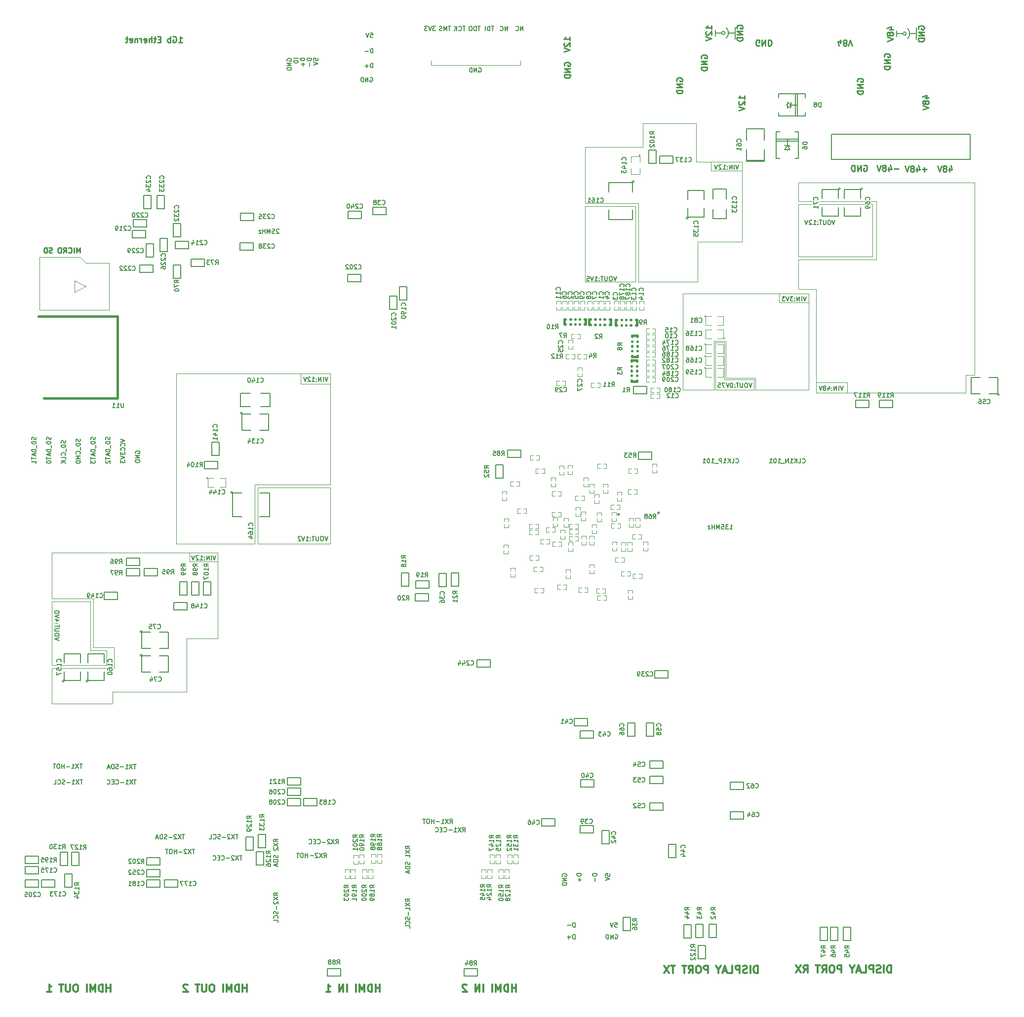
<source format=gbo>
G04 (created by PCBNEW (2013-07-07 BZR 4022)-stable) date 10/11/2015 03:16:48 PM*
%MOIN*%
G04 Gerber Fmt 3.4, Leading zero omitted, Abs format*
%FSLAX34Y34*%
G01*
G70*
G90*
G04 APERTURE LIST*
%ADD10C,0.00590551*%
%ADD11C,0.00393701*%
%ADD12C,0.01*%
%ADD13C,0.0075*%
%ADD14C,0.00875*%
%ADD15C,0.00787402*%
%ADD16C,0.0125*%
%ADD17C,0.005*%
%ADD18C,0.0028*%
%ADD19C,0.015*%
%ADD20C,0.0039*%
G04 APERTURE END LIST*
G54D10*
G54D11*
X110500Y-47500D02*
X100400Y-47500D01*
X110500Y-46300D02*
X110500Y-47500D01*
X111100Y-46300D02*
X110500Y-46300D01*
X111100Y-33300D02*
X111100Y-46300D01*
G54D12*
X57357Y-23811D02*
X57585Y-23811D01*
X57471Y-23811D02*
X57471Y-23411D01*
X57509Y-23469D01*
X57547Y-23507D01*
X57585Y-23526D01*
X56976Y-23430D02*
X57014Y-23411D01*
X57071Y-23411D01*
X57128Y-23430D01*
X57166Y-23469D01*
X57185Y-23507D01*
X57204Y-23583D01*
X57204Y-23640D01*
X57185Y-23716D01*
X57166Y-23754D01*
X57128Y-23792D01*
X57071Y-23811D01*
X57033Y-23811D01*
X56976Y-23792D01*
X56957Y-23773D01*
X56957Y-23640D01*
X57033Y-23640D01*
X56785Y-23811D02*
X56785Y-23411D01*
X56785Y-23564D02*
X56747Y-23545D01*
X56671Y-23545D01*
X56633Y-23564D01*
X56614Y-23583D01*
X56595Y-23621D01*
X56595Y-23735D01*
X56614Y-23773D01*
X56633Y-23792D01*
X56671Y-23811D01*
X56747Y-23811D01*
X56785Y-23792D01*
X56119Y-23602D02*
X55985Y-23602D01*
X55928Y-23811D02*
X56119Y-23811D01*
X56119Y-23411D01*
X55928Y-23411D01*
X55814Y-23545D02*
X55661Y-23545D01*
X55757Y-23411D02*
X55757Y-23754D01*
X55738Y-23792D01*
X55699Y-23811D01*
X55661Y-23811D01*
X55528Y-23811D02*
X55528Y-23411D01*
X55357Y-23811D02*
X55357Y-23602D01*
X55376Y-23564D01*
X55414Y-23545D01*
X55471Y-23545D01*
X55509Y-23564D01*
X55528Y-23583D01*
X55014Y-23792D02*
X55052Y-23811D01*
X55128Y-23811D01*
X55166Y-23792D01*
X55185Y-23754D01*
X55185Y-23602D01*
X55166Y-23564D01*
X55128Y-23545D01*
X55052Y-23545D01*
X55014Y-23564D01*
X54995Y-23602D01*
X54995Y-23640D01*
X55185Y-23678D01*
X54823Y-23811D02*
X54823Y-23545D01*
X54823Y-23621D02*
X54804Y-23583D01*
X54785Y-23564D01*
X54747Y-23545D01*
X54709Y-23545D01*
X54576Y-23545D02*
X54576Y-23811D01*
X54576Y-23583D02*
X54557Y-23564D01*
X54519Y-23545D01*
X54461Y-23545D01*
X54423Y-23564D01*
X54404Y-23602D01*
X54404Y-23811D01*
X54061Y-23792D02*
X54100Y-23811D01*
X54176Y-23811D01*
X54214Y-23792D01*
X54233Y-23754D01*
X54233Y-23602D01*
X54214Y-23564D01*
X54176Y-23545D01*
X54100Y-23545D01*
X54061Y-23564D01*
X54042Y-23602D01*
X54042Y-23640D01*
X54233Y-23678D01*
X53928Y-23545D02*
X53776Y-23545D01*
X53871Y-23411D02*
X53871Y-23754D01*
X53852Y-23792D01*
X53814Y-23811D01*
X53776Y-23811D01*
X83762Y-23692D02*
X83762Y-23463D01*
X83762Y-23578D02*
X83362Y-23578D01*
X83420Y-23540D01*
X83458Y-23501D01*
X83477Y-23463D01*
X83401Y-23844D02*
X83381Y-23863D01*
X83362Y-23901D01*
X83362Y-23997D01*
X83381Y-24035D01*
X83401Y-24054D01*
X83439Y-24073D01*
X83477Y-24073D01*
X83534Y-24054D01*
X83762Y-23825D01*
X83762Y-24073D01*
X83362Y-24187D02*
X83762Y-24320D01*
X83362Y-24454D01*
X83409Y-25385D02*
X83390Y-25347D01*
X83390Y-25290D01*
X83409Y-25232D01*
X83448Y-25194D01*
X83486Y-25175D01*
X83562Y-25156D01*
X83619Y-25156D01*
X83695Y-25175D01*
X83733Y-25194D01*
X83771Y-25232D01*
X83790Y-25290D01*
X83790Y-25328D01*
X83771Y-25385D01*
X83752Y-25404D01*
X83619Y-25404D01*
X83619Y-25328D01*
X83790Y-25575D02*
X83390Y-25575D01*
X83790Y-25804D01*
X83390Y-25804D01*
X83790Y-25994D02*
X83390Y-25994D01*
X83390Y-26090D01*
X83409Y-26147D01*
X83448Y-26185D01*
X83486Y-26204D01*
X83562Y-26223D01*
X83619Y-26223D01*
X83695Y-26204D01*
X83733Y-26185D01*
X83771Y-26147D01*
X83790Y-26090D01*
X83790Y-25994D01*
G54D13*
X54444Y-51575D02*
X54430Y-51546D01*
X54430Y-51504D01*
X54444Y-51461D01*
X54473Y-51432D01*
X54501Y-51418D01*
X54559Y-51404D01*
X54601Y-51404D01*
X54659Y-51418D01*
X54687Y-51432D01*
X54716Y-51461D01*
X54730Y-51504D01*
X54730Y-51532D01*
X54716Y-51575D01*
X54701Y-51589D01*
X54601Y-51589D01*
X54601Y-51532D01*
X54730Y-51718D02*
X54430Y-51718D01*
X54730Y-51889D01*
X54430Y-51889D01*
X54730Y-52032D02*
X54430Y-52032D01*
X54430Y-52104D01*
X54444Y-52146D01*
X54473Y-52175D01*
X54501Y-52189D01*
X54559Y-52204D01*
X54601Y-52204D01*
X54659Y-52189D01*
X54687Y-52175D01*
X54716Y-52146D01*
X54730Y-52104D01*
X54730Y-52032D01*
X53434Y-50602D02*
X53734Y-50702D01*
X53434Y-50802D01*
X53705Y-51074D02*
X53720Y-51059D01*
X53734Y-51017D01*
X53734Y-50988D01*
X53720Y-50945D01*
X53691Y-50917D01*
X53663Y-50902D01*
X53605Y-50888D01*
X53563Y-50888D01*
X53505Y-50902D01*
X53477Y-50917D01*
X53448Y-50945D01*
X53434Y-50988D01*
X53434Y-51017D01*
X53448Y-51059D01*
X53463Y-51074D01*
X53705Y-51374D02*
X53720Y-51359D01*
X53734Y-51317D01*
X53734Y-51288D01*
X53720Y-51245D01*
X53691Y-51217D01*
X53663Y-51202D01*
X53605Y-51188D01*
X53563Y-51188D01*
X53505Y-51202D01*
X53477Y-51217D01*
X53448Y-51245D01*
X53434Y-51288D01*
X53434Y-51317D01*
X53448Y-51359D01*
X53463Y-51374D01*
X53434Y-51474D02*
X53434Y-51659D01*
X53548Y-51559D01*
X53548Y-51602D01*
X53563Y-51631D01*
X53577Y-51645D01*
X53605Y-51659D01*
X53677Y-51659D01*
X53705Y-51645D01*
X53720Y-51631D01*
X53734Y-51602D01*
X53734Y-51517D01*
X53720Y-51488D01*
X53705Y-51474D01*
X53434Y-51745D02*
X53734Y-51845D01*
X53434Y-51945D01*
X53434Y-52017D02*
X53434Y-52202D01*
X53548Y-52102D01*
X53548Y-52145D01*
X53563Y-52174D01*
X53577Y-52188D01*
X53605Y-52202D01*
X53677Y-52202D01*
X53705Y-52188D01*
X53720Y-52174D01*
X53734Y-52145D01*
X53734Y-52059D01*
X53720Y-52031D01*
X53705Y-52017D01*
X52707Y-50474D02*
X52721Y-50517D01*
X52721Y-50588D01*
X52707Y-50617D01*
X52692Y-50631D01*
X52664Y-50645D01*
X52635Y-50645D01*
X52607Y-50631D01*
X52592Y-50617D01*
X52578Y-50588D01*
X52564Y-50531D01*
X52550Y-50502D01*
X52535Y-50488D01*
X52507Y-50474D01*
X52478Y-50474D01*
X52450Y-50488D01*
X52435Y-50502D01*
X52421Y-50531D01*
X52421Y-50602D01*
X52435Y-50645D01*
X52721Y-50774D02*
X52421Y-50774D01*
X52421Y-50845D01*
X52435Y-50888D01*
X52464Y-50917D01*
X52492Y-50931D01*
X52550Y-50945D01*
X52592Y-50945D01*
X52650Y-50931D01*
X52678Y-50917D01*
X52707Y-50888D01*
X52721Y-50845D01*
X52721Y-50774D01*
X52750Y-51002D02*
X52750Y-51231D01*
X52721Y-51302D02*
X52421Y-51302D01*
X52421Y-51374D01*
X52435Y-51417D01*
X52464Y-51445D01*
X52492Y-51460D01*
X52550Y-51474D01*
X52592Y-51474D01*
X52650Y-51460D01*
X52678Y-51445D01*
X52707Y-51417D01*
X52721Y-51374D01*
X52721Y-51302D01*
X52635Y-51588D02*
X52635Y-51731D01*
X52721Y-51560D02*
X52421Y-51660D01*
X52721Y-51760D01*
X52421Y-51817D02*
X52421Y-51988D01*
X52721Y-51902D02*
X52421Y-51902D01*
X52450Y-52074D02*
X52435Y-52088D01*
X52421Y-52117D01*
X52421Y-52188D01*
X52435Y-52217D01*
X52450Y-52231D01*
X52478Y-52245D01*
X52507Y-52245D01*
X52550Y-52231D01*
X52721Y-52060D01*
X52721Y-52245D01*
X51707Y-50474D02*
X51721Y-50517D01*
X51721Y-50588D01*
X51707Y-50617D01*
X51692Y-50631D01*
X51664Y-50645D01*
X51635Y-50645D01*
X51607Y-50631D01*
X51592Y-50617D01*
X51578Y-50588D01*
X51564Y-50531D01*
X51550Y-50502D01*
X51535Y-50488D01*
X51507Y-50474D01*
X51478Y-50474D01*
X51450Y-50488D01*
X51435Y-50502D01*
X51421Y-50531D01*
X51421Y-50602D01*
X51435Y-50645D01*
X51721Y-50774D02*
X51421Y-50774D01*
X51421Y-50845D01*
X51435Y-50888D01*
X51464Y-50917D01*
X51492Y-50931D01*
X51550Y-50945D01*
X51592Y-50945D01*
X51650Y-50931D01*
X51678Y-50917D01*
X51707Y-50888D01*
X51721Y-50845D01*
X51721Y-50774D01*
X51750Y-51002D02*
X51750Y-51231D01*
X51721Y-51302D02*
X51421Y-51302D01*
X51421Y-51374D01*
X51435Y-51417D01*
X51464Y-51445D01*
X51492Y-51460D01*
X51550Y-51474D01*
X51592Y-51474D01*
X51650Y-51460D01*
X51678Y-51445D01*
X51707Y-51417D01*
X51721Y-51374D01*
X51721Y-51302D01*
X51635Y-51588D02*
X51635Y-51731D01*
X51721Y-51560D02*
X51421Y-51660D01*
X51721Y-51760D01*
X51421Y-51817D02*
X51421Y-51988D01*
X51721Y-51902D02*
X51421Y-51902D01*
X51421Y-52060D02*
X51421Y-52245D01*
X51535Y-52145D01*
X51535Y-52188D01*
X51550Y-52217D01*
X51564Y-52231D01*
X51592Y-52245D01*
X51664Y-52245D01*
X51692Y-52231D01*
X51707Y-52217D01*
X51721Y-52188D01*
X51721Y-52102D01*
X51707Y-52074D01*
X51692Y-52060D01*
X50697Y-50608D02*
X50711Y-50651D01*
X50711Y-50722D01*
X50697Y-50751D01*
X50682Y-50765D01*
X50654Y-50780D01*
X50625Y-50780D01*
X50597Y-50765D01*
X50582Y-50751D01*
X50568Y-50722D01*
X50554Y-50665D01*
X50540Y-50637D01*
X50525Y-50622D01*
X50497Y-50608D01*
X50468Y-50608D01*
X50440Y-50622D01*
X50425Y-50637D01*
X50411Y-50665D01*
X50411Y-50737D01*
X50425Y-50780D01*
X50711Y-50908D02*
X50411Y-50908D01*
X50411Y-50980D01*
X50425Y-51022D01*
X50454Y-51051D01*
X50482Y-51065D01*
X50540Y-51080D01*
X50582Y-51080D01*
X50640Y-51065D01*
X50668Y-51051D01*
X50697Y-51022D01*
X50711Y-50980D01*
X50711Y-50908D01*
X50740Y-51137D02*
X50740Y-51365D01*
X50682Y-51608D02*
X50697Y-51594D01*
X50711Y-51551D01*
X50711Y-51522D01*
X50697Y-51480D01*
X50668Y-51451D01*
X50640Y-51437D01*
X50582Y-51422D01*
X50540Y-51422D01*
X50482Y-51437D01*
X50454Y-51451D01*
X50425Y-51480D01*
X50411Y-51522D01*
X50411Y-51551D01*
X50425Y-51594D01*
X50440Y-51608D01*
X50711Y-51737D02*
X50411Y-51737D01*
X50625Y-51837D01*
X50411Y-51937D01*
X50711Y-51937D01*
X50711Y-52080D02*
X50411Y-52080D01*
X50411Y-52151D01*
X50425Y-52194D01*
X50454Y-52222D01*
X50482Y-52237D01*
X50540Y-52251D01*
X50582Y-52251D01*
X50640Y-52237D01*
X50668Y-52222D01*
X50697Y-52194D01*
X50711Y-52151D01*
X50711Y-52080D01*
X49707Y-50708D02*
X49721Y-50751D01*
X49721Y-50822D01*
X49707Y-50851D01*
X49692Y-50865D01*
X49664Y-50880D01*
X49635Y-50880D01*
X49607Y-50865D01*
X49592Y-50851D01*
X49578Y-50822D01*
X49564Y-50765D01*
X49550Y-50737D01*
X49535Y-50722D01*
X49507Y-50708D01*
X49478Y-50708D01*
X49450Y-50722D01*
X49435Y-50737D01*
X49421Y-50765D01*
X49421Y-50837D01*
X49435Y-50880D01*
X49721Y-51008D02*
X49421Y-51008D01*
X49421Y-51080D01*
X49435Y-51122D01*
X49464Y-51151D01*
X49492Y-51165D01*
X49550Y-51180D01*
X49592Y-51180D01*
X49650Y-51165D01*
X49678Y-51151D01*
X49707Y-51122D01*
X49721Y-51080D01*
X49721Y-51008D01*
X49750Y-51237D02*
X49750Y-51465D01*
X49692Y-51708D02*
X49707Y-51694D01*
X49721Y-51651D01*
X49721Y-51622D01*
X49707Y-51580D01*
X49678Y-51551D01*
X49650Y-51537D01*
X49592Y-51522D01*
X49550Y-51522D01*
X49492Y-51537D01*
X49464Y-51551D01*
X49435Y-51580D01*
X49421Y-51622D01*
X49421Y-51651D01*
X49435Y-51694D01*
X49450Y-51708D01*
X49721Y-51980D02*
X49721Y-51837D01*
X49421Y-51837D01*
X49721Y-52080D02*
X49421Y-52080D01*
X49721Y-52251D02*
X49550Y-52122D01*
X49421Y-52251D02*
X49592Y-52080D01*
X48727Y-50474D02*
X48741Y-50517D01*
X48741Y-50588D01*
X48727Y-50617D01*
X48712Y-50631D01*
X48684Y-50645D01*
X48655Y-50645D01*
X48627Y-50631D01*
X48612Y-50617D01*
X48598Y-50588D01*
X48584Y-50531D01*
X48570Y-50502D01*
X48555Y-50488D01*
X48527Y-50474D01*
X48498Y-50474D01*
X48470Y-50488D01*
X48455Y-50502D01*
X48441Y-50531D01*
X48441Y-50602D01*
X48455Y-50645D01*
X48741Y-50774D02*
X48441Y-50774D01*
X48441Y-50845D01*
X48455Y-50888D01*
X48484Y-50917D01*
X48512Y-50931D01*
X48570Y-50945D01*
X48612Y-50945D01*
X48670Y-50931D01*
X48698Y-50917D01*
X48727Y-50888D01*
X48741Y-50845D01*
X48741Y-50774D01*
X48770Y-51002D02*
X48770Y-51231D01*
X48741Y-51302D02*
X48441Y-51302D01*
X48441Y-51374D01*
X48455Y-51417D01*
X48484Y-51445D01*
X48512Y-51460D01*
X48570Y-51474D01*
X48612Y-51474D01*
X48670Y-51460D01*
X48698Y-51445D01*
X48727Y-51417D01*
X48741Y-51374D01*
X48741Y-51302D01*
X48655Y-51588D02*
X48655Y-51731D01*
X48741Y-51560D02*
X48441Y-51660D01*
X48741Y-51760D01*
X48441Y-51817D02*
X48441Y-51988D01*
X48741Y-51902D02*
X48441Y-51902D01*
X48441Y-52145D02*
X48441Y-52174D01*
X48455Y-52202D01*
X48470Y-52217D01*
X48498Y-52231D01*
X48555Y-52245D01*
X48627Y-52245D01*
X48684Y-52231D01*
X48712Y-52217D01*
X48727Y-52202D01*
X48741Y-52174D01*
X48741Y-52145D01*
X48727Y-52117D01*
X48712Y-52102D01*
X48684Y-52088D01*
X48627Y-52074D01*
X48555Y-52074D01*
X48498Y-52088D01*
X48470Y-52102D01*
X48455Y-52117D01*
X48441Y-52145D01*
X47717Y-50474D02*
X47731Y-50517D01*
X47731Y-50588D01*
X47717Y-50617D01*
X47702Y-50631D01*
X47674Y-50645D01*
X47645Y-50645D01*
X47617Y-50631D01*
X47602Y-50617D01*
X47588Y-50588D01*
X47574Y-50531D01*
X47560Y-50502D01*
X47545Y-50488D01*
X47517Y-50474D01*
X47488Y-50474D01*
X47460Y-50488D01*
X47445Y-50502D01*
X47431Y-50531D01*
X47431Y-50602D01*
X47445Y-50645D01*
X47731Y-50774D02*
X47431Y-50774D01*
X47431Y-50845D01*
X47445Y-50888D01*
X47474Y-50917D01*
X47502Y-50931D01*
X47560Y-50945D01*
X47602Y-50945D01*
X47660Y-50931D01*
X47688Y-50917D01*
X47717Y-50888D01*
X47731Y-50845D01*
X47731Y-50774D01*
X47760Y-51002D02*
X47760Y-51231D01*
X47731Y-51302D02*
X47431Y-51302D01*
X47431Y-51374D01*
X47445Y-51417D01*
X47474Y-51445D01*
X47502Y-51460D01*
X47560Y-51474D01*
X47602Y-51474D01*
X47660Y-51460D01*
X47688Y-51445D01*
X47717Y-51417D01*
X47731Y-51374D01*
X47731Y-51302D01*
X47645Y-51588D02*
X47645Y-51731D01*
X47731Y-51560D02*
X47431Y-51660D01*
X47731Y-51760D01*
X47431Y-51817D02*
X47431Y-51988D01*
X47731Y-51902D02*
X47431Y-51902D01*
X47731Y-52245D02*
X47731Y-52074D01*
X47731Y-52160D02*
X47431Y-52160D01*
X47474Y-52131D01*
X47502Y-52102D01*
X47517Y-52074D01*
X94565Y-56691D02*
X94736Y-56691D01*
X94650Y-56691D02*
X94650Y-56391D01*
X94679Y-56434D01*
X94707Y-56462D01*
X94736Y-56477D01*
X94465Y-56391D02*
X94279Y-56391D01*
X94379Y-56505D01*
X94336Y-56505D01*
X94307Y-56520D01*
X94293Y-56534D01*
X94279Y-56562D01*
X94279Y-56634D01*
X94293Y-56662D01*
X94307Y-56677D01*
X94336Y-56691D01*
X94422Y-56691D01*
X94450Y-56677D01*
X94465Y-56662D01*
X94007Y-56391D02*
X94150Y-56391D01*
X94165Y-56534D01*
X94150Y-56520D01*
X94122Y-56505D01*
X94050Y-56505D01*
X94022Y-56520D01*
X94007Y-56534D01*
X93993Y-56562D01*
X93993Y-56634D01*
X94007Y-56662D01*
X94022Y-56677D01*
X94050Y-56691D01*
X94122Y-56691D01*
X94150Y-56677D01*
X94165Y-56662D01*
X93865Y-56691D02*
X93865Y-56391D01*
X93765Y-56605D01*
X93665Y-56391D01*
X93665Y-56691D01*
X93522Y-56691D02*
X93522Y-56391D01*
X93522Y-56534D02*
X93350Y-56534D01*
X93350Y-56691D02*
X93350Y-56391D01*
X93236Y-56491D02*
X93079Y-56491D01*
X93236Y-56691D01*
X93079Y-56691D01*
X76512Y-77142D02*
X76612Y-76999D01*
X76683Y-77142D02*
X76683Y-76842D01*
X76569Y-76842D01*
X76540Y-76856D01*
X76526Y-76871D01*
X76512Y-76899D01*
X76512Y-76942D01*
X76526Y-76971D01*
X76540Y-76985D01*
X76569Y-76999D01*
X76683Y-76999D01*
X76412Y-76842D02*
X76212Y-77142D01*
X76212Y-76842D02*
X76412Y-77142D01*
X75940Y-77142D02*
X76112Y-77142D01*
X76026Y-77142D02*
X76026Y-76842D01*
X76055Y-76885D01*
X76083Y-76913D01*
X76112Y-76928D01*
X75812Y-77028D02*
X75583Y-77028D01*
X75269Y-77113D02*
X75283Y-77128D01*
X75326Y-77142D01*
X75355Y-77142D01*
X75398Y-77128D01*
X75426Y-77099D01*
X75440Y-77071D01*
X75455Y-77013D01*
X75455Y-76971D01*
X75440Y-76913D01*
X75426Y-76885D01*
X75398Y-76856D01*
X75355Y-76842D01*
X75326Y-76842D01*
X75283Y-76856D01*
X75269Y-76871D01*
X75140Y-76985D02*
X75040Y-76985D01*
X74998Y-77142D02*
X75140Y-77142D01*
X75140Y-76842D01*
X74998Y-76842D01*
X74698Y-77113D02*
X74712Y-77128D01*
X74755Y-77142D01*
X74783Y-77142D01*
X74826Y-77128D01*
X74855Y-77099D01*
X74869Y-77071D01*
X74883Y-77013D01*
X74883Y-76971D01*
X74869Y-76913D01*
X74855Y-76885D01*
X74826Y-76856D01*
X74783Y-76842D01*
X74755Y-76842D01*
X74712Y-76856D01*
X74698Y-76871D01*
X75672Y-76568D02*
X75772Y-76425D01*
X75843Y-76568D02*
X75843Y-76268D01*
X75729Y-76268D01*
X75700Y-76282D01*
X75686Y-76297D01*
X75672Y-76325D01*
X75672Y-76368D01*
X75686Y-76397D01*
X75700Y-76411D01*
X75729Y-76425D01*
X75843Y-76425D01*
X75572Y-76268D02*
X75372Y-76568D01*
X75372Y-76268D02*
X75572Y-76568D01*
X75100Y-76568D02*
X75272Y-76568D01*
X75186Y-76568D02*
X75186Y-76268D01*
X75215Y-76311D01*
X75243Y-76339D01*
X75272Y-76354D01*
X74972Y-76454D02*
X74743Y-76454D01*
X74600Y-76568D02*
X74600Y-76268D01*
X74600Y-76411D02*
X74429Y-76411D01*
X74429Y-76568D02*
X74429Y-76268D01*
X74229Y-76268D02*
X74172Y-76268D01*
X74143Y-76282D01*
X74115Y-76311D01*
X74100Y-76368D01*
X74100Y-76468D01*
X74115Y-76525D01*
X74143Y-76554D01*
X74172Y-76568D01*
X74229Y-76568D01*
X74257Y-76554D01*
X74286Y-76525D01*
X74300Y-76468D01*
X74300Y-76368D01*
X74286Y-76311D01*
X74257Y-76282D01*
X74229Y-76268D01*
X74015Y-76268D02*
X73843Y-76268D01*
X73929Y-76568D02*
X73929Y-76268D01*
X72972Y-81841D02*
X72829Y-81741D01*
X72972Y-81669D02*
X72672Y-81669D01*
X72672Y-81784D01*
X72686Y-81812D01*
X72701Y-81826D01*
X72729Y-81841D01*
X72772Y-81841D01*
X72801Y-81826D01*
X72815Y-81812D01*
X72829Y-81784D01*
X72829Y-81669D01*
X72672Y-81941D02*
X72972Y-82141D01*
X72672Y-82141D02*
X72972Y-81941D01*
X72972Y-82412D02*
X72972Y-82241D01*
X72972Y-82326D02*
X72672Y-82326D01*
X72715Y-82298D01*
X72743Y-82269D01*
X72758Y-82241D01*
X72858Y-82541D02*
X72858Y-82769D01*
X72958Y-82898D02*
X72972Y-82941D01*
X72972Y-83012D01*
X72958Y-83041D01*
X72943Y-83055D01*
X72915Y-83069D01*
X72886Y-83069D01*
X72858Y-83055D01*
X72843Y-83041D01*
X72829Y-83012D01*
X72815Y-82955D01*
X72801Y-82926D01*
X72786Y-82912D01*
X72758Y-82898D01*
X72729Y-82898D01*
X72701Y-82912D01*
X72686Y-82926D01*
X72672Y-82955D01*
X72672Y-83026D01*
X72686Y-83069D01*
X72943Y-83369D02*
X72958Y-83355D01*
X72972Y-83312D01*
X72972Y-83284D01*
X72958Y-83241D01*
X72929Y-83212D01*
X72901Y-83198D01*
X72843Y-83184D01*
X72801Y-83184D01*
X72743Y-83198D01*
X72715Y-83212D01*
X72686Y-83241D01*
X72672Y-83284D01*
X72672Y-83312D01*
X72686Y-83355D01*
X72701Y-83369D01*
X72972Y-83641D02*
X72972Y-83498D01*
X72672Y-83498D01*
X72977Y-78273D02*
X72834Y-78173D01*
X72977Y-78102D02*
X72677Y-78102D01*
X72677Y-78216D01*
X72691Y-78244D01*
X72706Y-78259D01*
X72734Y-78273D01*
X72777Y-78273D01*
X72806Y-78259D01*
X72820Y-78244D01*
X72834Y-78216D01*
X72834Y-78102D01*
X72677Y-78373D02*
X72977Y-78573D01*
X72677Y-78573D02*
X72977Y-78373D01*
X72977Y-78844D02*
X72977Y-78673D01*
X72977Y-78759D02*
X72677Y-78759D01*
X72720Y-78730D01*
X72748Y-78702D01*
X72763Y-78673D01*
X72963Y-79187D02*
X72977Y-79230D01*
X72977Y-79302D01*
X72963Y-79330D01*
X72948Y-79344D01*
X72920Y-79359D01*
X72891Y-79359D01*
X72863Y-79344D01*
X72848Y-79330D01*
X72834Y-79302D01*
X72820Y-79244D01*
X72806Y-79216D01*
X72791Y-79202D01*
X72763Y-79187D01*
X72734Y-79187D01*
X72706Y-79202D01*
X72691Y-79216D01*
X72677Y-79244D01*
X72677Y-79316D01*
X72691Y-79359D01*
X72977Y-79487D02*
X72677Y-79487D01*
X72677Y-79559D01*
X72691Y-79601D01*
X72720Y-79630D01*
X72748Y-79644D01*
X72806Y-79659D01*
X72848Y-79659D01*
X72906Y-79644D01*
X72934Y-79630D01*
X72963Y-79601D01*
X72977Y-79559D01*
X72977Y-79487D01*
X72891Y-79773D02*
X72891Y-79916D01*
X72977Y-79744D02*
X72677Y-79844D01*
X72977Y-79944D01*
X67972Y-77953D02*
X68072Y-77810D01*
X68143Y-77953D02*
X68143Y-77653D01*
X68029Y-77653D01*
X68000Y-77667D01*
X67986Y-77682D01*
X67972Y-77710D01*
X67972Y-77753D01*
X67986Y-77782D01*
X68000Y-77796D01*
X68029Y-77810D01*
X68143Y-77810D01*
X67872Y-77653D02*
X67672Y-77953D01*
X67672Y-77653D02*
X67872Y-77953D01*
X67572Y-77682D02*
X67558Y-77667D01*
X67529Y-77653D01*
X67458Y-77653D01*
X67429Y-77667D01*
X67415Y-77682D01*
X67400Y-77710D01*
X67400Y-77739D01*
X67415Y-77782D01*
X67586Y-77953D01*
X67400Y-77953D01*
X67272Y-77839D02*
X67043Y-77839D01*
X66729Y-77924D02*
X66743Y-77939D01*
X66786Y-77953D01*
X66815Y-77953D01*
X66858Y-77939D01*
X66886Y-77910D01*
X66900Y-77882D01*
X66915Y-77824D01*
X66915Y-77782D01*
X66900Y-77724D01*
X66886Y-77696D01*
X66858Y-77667D01*
X66815Y-77653D01*
X66786Y-77653D01*
X66743Y-77667D01*
X66729Y-77682D01*
X66600Y-77796D02*
X66500Y-77796D01*
X66458Y-77953D02*
X66600Y-77953D01*
X66600Y-77653D01*
X66458Y-77653D01*
X66158Y-77924D02*
X66172Y-77939D01*
X66215Y-77953D01*
X66243Y-77953D01*
X66286Y-77939D01*
X66315Y-77910D01*
X66329Y-77882D01*
X66343Y-77824D01*
X66343Y-77782D01*
X66329Y-77724D01*
X66315Y-77696D01*
X66286Y-77667D01*
X66243Y-77653D01*
X66215Y-77653D01*
X66172Y-77667D01*
X66158Y-77682D01*
X64075Y-81451D02*
X63932Y-81351D01*
X64075Y-81279D02*
X63775Y-81279D01*
X63775Y-81394D01*
X63789Y-81422D01*
X63804Y-81436D01*
X63832Y-81451D01*
X63875Y-81451D01*
X63904Y-81436D01*
X63918Y-81422D01*
X63932Y-81394D01*
X63932Y-81279D01*
X63775Y-81551D02*
X64075Y-81751D01*
X63775Y-81751D02*
X64075Y-81551D01*
X63804Y-81851D02*
X63789Y-81865D01*
X63775Y-81894D01*
X63775Y-81965D01*
X63789Y-81994D01*
X63804Y-82008D01*
X63832Y-82022D01*
X63861Y-82022D01*
X63904Y-82008D01*
X64075Y-81836D01*
X64075Y-82022D01*
X63961Y-82151D02*
X63961Y-82379D01*
X64061Y-82508D02*
X64075Y-82551D01*
X64075Y-82622D01*
X64061Y-82651D01*
X64046Y-82665D01*
X64018Y-82679D01*
X63989Y-82679D01*
X63961Y-82665D01*
X63946Y-82651D01*
X63932Y-82622D01*
X63918Y-82565D01*
X63904Y-82536D01*
X63889Y-82522D01*
X63861Y-82508D01*
X63832Y-82508D01*
X63804Y-82522D01*
X63789Y-82536D01*
X63775Y-82565D01*
X63775Y-82636D01*
X63789Y-82679D01*
X64046Y-82979D02*
X64061Y-82965D01*
X64075Y-82922D01*
X64075Y-82894D01*
X64061Y-82851D01*
X64032Y-82822D01*
X64004Y-82808D01*
X63946Y-82794D01*
X63904Y-82794D01*
X63846Y-82808D01*
X63818Y-82822D01*
X63789Y-82851D01*
X63775Y-82894D01*
X63775Y-82922D01*
X63789Y-82965D01*
X63804Y-82979D01*
X64075Y-83251D02*
X64075Y-83108D01*
X63775Y-83108D01*
X64060Y-77811D02*
X63917Y-77711D01*
X64060Y-77640D02*
X63760Y-77640D01*
X63760Y-77754D01*
X63774Y-77782D01*
X63789Y-77797D01*
X63817Y-77811D01*
X63860Y-77811D01*
X63889Y-77797D01*
X63903Y-77782D01*
X63917Y-77754D01*
X63917Y-77640D01*
X63760Y-77911D02*
X64060Y-78111D01*
X63760Y-78111D02*
X64060Y-77911D01*
X63789Y-78211D02*
X63774Y-78225D01*
X63760Y-78254D01*
X63760Y-78325D01*
X63774Y-78354D01*
X63789Y-78368D01*
X63817Y-78382D01*
X63846Y-78382D01*
X63889Y-78368D01*
X64060Y-78197D01*
X64060Y-78382D01*
X64046Y-78725D02*
X64060Y-78768D01*
X64060Y-78840D01*
X64046Y-78868D01*
X64031Y-78882D01*
X64003Y-78897D01*
X63974Y-78897D01*
X63946Y-78882D01*
X63931Y-78868D01*
X63917Y-78840D01*
X63903Y-78782D01*
X63889Y-78754D01*
X63874Y-78740D01*
X63846Y-78725D01*
X63817Y-78725D01*
X63789Y-78740D01*
X63774Y-78754D01*
X63760Y-78782D01*
X63760Y-78854D01*
X63774Y-78897D01*
X64060Y-79025D02*
X63760Y-79025D01*
X63760Y-79097D01*
X63774Y-79139D01*
X63803Y-79168D01*
X63831Y-79182D01*
X63889Y-79197D01*
X63931Y-79197D01*
X63989Y-79182D01*
X64017Y-79168D01*
X64046Y-79139D01*
X64060Y-79097D01*
X64060Y-79025D01*
X63974Y-79311D02*
X63974Y-79454D01*
X64060Y-79282D02*
X63760Y-79382D01*
X64060Y-79482D01*
X67145Y-78879D02*
X67245Y-78736D01*
X67316Y-78879D02*
X67316Y-78579D01*
X67202Y-78579D01*
X67173Y-78593D01*
X67159Y-78608D01*
X67145Y-78636D01*
X67145Y-78679D01*
X67159Y-78708D01*
X67173Y-78722D01*
X67202Y-78736D01*
X67316Y-78736D01*
X67045Y-78579D02*
X66845Y-78879D01*
X66845Y-78579D02*
X67045Y-78879D01*
X66745Y-78608D02*
X66730Y-78593D01*
X66702Y-78579D01*
X66630Y-78579D01*
X66602Y-78593D01*
X66588Y-78608D01*
X66573Y-78636D01*
X66573Y-78665D01*
X66588Y-78708D01*
X66759Y-78879D01*
X66573Y-78879D01*
X66445Y-78765D02*
X66216Y-78765D01*
X66073Y-78879D02*
X66073Y-78579D01*
X66073Y-78722D02*
X65902Y-78722D01*
X65902Y-78879D02*
X65902Y-78579D01*
X65702Y-78579D02*
X65645Y-78579D01*
X65616Y-78593D01*
X65588Y-78622D01*
X65573Y-78679D01*
X65573Y-78779D01*
X65588Y-78836D01*
X65616Y-78865D01*
X65645Y-78879D01*
X65702Y-78879D01*
X65730Y-78865D01*
X65759Y-78836D01*
X65773Y-78779D01*
X65773Y-78679D01*
X65759Y-78622D01*
X65730Y-78593D01*
X65702Y-78579D01*
X65488Y-78579D02*
X65316Y-78579D01*
X65402Y-78879D02*
X65402Y-78579D01*
X61636Y-78745D02*
X61465Y-78745D01*
X61551Y-79045D02*
X61551Y-78745D01*
X61394Y-78745D02*
X61194Y-79045D01*
X61194Y-78745D02*
X61394Y-79045D01*
X61094Y-78774D02*
X61079Y-78759D01*
X61051Y-78745D01*
X60979Y-78745D01*
X60951Y-78759D01*
X60936Y-78774D01*
X60922Y-78802D01*
X60922Y-78831D01*
X60936Y-78874D01*
X61108Y-79045D01*
X60922Y-79045D01*
X60794Y-78931D02*
X60565Y-78931D01*
X60251Y-79016D02*
X60265Y-79031D01*
X60308Y-79045D01*
X60336Y-79045D01*
X60379Y-79031D01*
X60408Y-79002D01*
X60422Y-78974D01*
X60436Y-78916D01*
X60436Y-78874D01*
X60422Y-78816D01*
X60408Y-78788D01*
X60379Y-78759D01*
X60336Y-78745D01*
X60308Y-78745D01*
X60265Y-78759D01*
X60251Y-78774D01*
X60122Y-78888D02*
X60022Y-78888D01*
X59979Y-79045D02*
X60122Y-79045D01*
X60122Y-78745D01*
X59979Y-78745D01*
X59679Y-79016D02*
X59694Y-79031D01*
X59736Y-79045D01*
X59765Y-79045D01*
X59808Y-79031D01*
X59836Y-79002D01*
X59851Y-78974D01*
X59865Y-78916D01*
X59865Y-78874D01*
X59851Y-78816D01*
X59836Y-78788D01*
X59808Y-78759D01*
X59765Y-78745D01*
X59736Y-78745D01*
X59694Y-78759D01*
X59679Y-78774D01*
X61364Y-77317D02*
X61192Y-77317D01*
X61278Y-77617D02*
X61278Y-77317D01*
X61121Y-77317D02*
X60921Y-77617D01*
X60921Y-77317D02*
X61121Y-77617D01*
X60821Y-77346D02*
X60807Y-77331D01*
X60778Y-77317D01*
X60707Y-77317D01*
X60678Y-77331D01*
X60664Y-77346D01*
X60650Y-77374D01*
X60650Y-77403D01*
X60664Y-77446D01*
X60835Y-77617D01*
X60650Y-77617D01*
X60521Y-77503D02*
X60293Y-77503D01*
X60164Y-77603D02*
X60121Y-77617D01*
X60050Y-77617D01*
X60021Y-77603D01*
X60007Y-77588D01*
X59993Y-77560D01*
X59993Y-77531D01*
X60007Y-77503D01*
X60021Y-77488D01*
X60050Y-77474D01*
X60107Y-77460D01*
X60135Y-77446D01*
X60150Y-77431D01*
X60164Y-77403D01*
X60164Y-77374D01*
X60150Y-77346D01*
X60135Y-77331D01*
X60107Y-77317D01*
X60035Y-77317D01*
X59993Y-77331D01*
X59693Y-77588D02*
X59707Y-77603D01*
X59750Y-77617D01*
X59778Y-77617D01*
X59821Y-77603D01*
X59850Y-77574D01*
X59864Y-77546D01*
X59878Y-77488D01*
X59878Y-77446D01*
X59864Y-77388D01*
X59850Y-77360D01*
X59821Y-77331D01*
X59778Y-77317D01*
X59750Y-77317D01*
X59707Y-77331D01*
X59693Y-77346D01*
X59421Y-77617D02*
X59564Y-77617D01*
X59564Y-77317D01*
X58437Y-78316D02*
X58266Y-78316D01*
X58351Y-78616D02*
X58351Y-78316D01*
X58194Y-78316D02*
X57994Y-78616D01*
X57994Y-78316D02*
X58194Y-78616D01*
X57894Y-78345D02*
X57880Y-78330D01*
X57852Y-78316D01*
X57780Y-78316D01*
X57752Y-78330D01*
X57737Y-78345D01*
X57723Y-78373D01*
X57723Y-78402D01*
X57737Y-78445D01*
X57909Y-78616D01*
X57723Y-78616D01*
X57594Y-78502D02*
X57366Y-78502D01*
X57223Y-78616D02*
X57223Y-78316D01*
X57223Y-78459D02*
X57052Y-78459D01*
X57052Y-78616D02*
X57052Y-78316D01*
X56852Y-78316D02*
X56794Y-78316D01*
X56766Y-78330D01*
X56737Y-78359D01*
X56723Y-78416D01*
X56723Y-78516D01*
X56737Y-78573D01*
X56766Y-78602D01*
X56794Y-78616D01*
X56852Y-78616D01*
X56880Y-78602D01*
X56909Y-78573D01*
X56923Y-78516D01*
X56923Y-78416D01*
X56909Y-78359D01*
X56880Y-78330D01*
X56852Y-78316D01*
X56637Y-78316D02*
X56466Y-78316D01*
X56551Y-78616D02*
X56551Y-78316D01*
X57754Y-77333D02*
X57583Y-77333D01*
X57668Y-77633D02*
X57668Y-77333D01*
X57511Y-77333D02*
X57311Y-77633D01*
X57311Y-77333D02*
X57511Y-77633D01*
X57211Y-77362D02*
X57197Y-77347D01*
X57168Y-77333D01*
X57097Y-77333D01*
X57068Y-77347D01*
X57054Y-77362D01*
X57040Y-77390D01*
X57040Y-77419D01*
X57054Y-77462D01*
X57226Y-77633D01*
X57040Y-77633D01*
X56911Y-77519D02*
X56683Y-77519D01*
X56554Y-77619D02*
X56511Y-77633D01*
X56440Y-77633D01*
X56411Y-77619D01*
X56397Y-77604D01*
X56383Y-77576D01*
X56383Y-77547D01*
X56397Y-77519D01*
X56411Y-77504D01*
X56440Y-77490D01*
X56497Y-77476D01*
X56526Y-77462D01*
X56540Y-77447D01*
X56554Y-77419D01*
X56554Y-77390D01*
X56540Y-77362D01*
X56526Y-77347D01*
X56497Y-77333D01*
X56426Y-77333D01*
X56383Y-77347D01*
X56254Y-77633D02*
X56254Y-77333D01*
X56183Y-77333D01*
X56140Y-77347D01*
X56111Y-77376D01*
X56097Y-77404D01*
X56083Y-77462D01*
X56083Y-77504D01*
X56097Y-77562D01*
X56111Y-77590D01*
X56140Y-77619D01*
X56183Y-77633D01*
X56254Y-77633D01*
X55968Y-77547D02*
X55826Y-77547D01*
X55997Y-77633D02*
X55897Y-77333D01*
X55797Y-77633D01*
X54492Y-73621D02*
X54321Y-73621D01*
X54407Y-73921D02*
X54407Y-73621D01*
X54250Y-73621D02*
X54050Y-73921D01*
X54050Y-73621D02*
X54250Y-73921D01*
X53778Y-73921D02*
X53950Y-73921D01*
X53864Y-73921D02*
X53864Y-73621D01*
X53892Y-73664D01*
X53921Y-73692D01*
X53950Y-73707D01*
X53650Y-73807D02*
X53421Y-73807D01*
X53107Y-73892D02*
X53121Y-73907D01*
X53164Y-73921D01*
X53192Y-73921D01*
X53235Y-73907D01*
X53264Y-73878D01*
X53278Y-73850D01*
X53292Y-73792D01*
X53292Y-73750D01*
X53278Y-73692D01*
X53264Y-73664D01*
X53235Y-73635D01*
X53192Y-73621D01*
X53164Y-73621D01*
X53121Y-73635D01*
X53107Y-73650D01*
X52978Y-73764D02*
X52878Y-73764D01*
X52835Y-73921D02*
X52978Y-73921D01*
X52978Y-73621D01*
X52835Y-73621D01*
X52535Y-73892D02*
X52550Y-73907D01*
X52592Y-73921D01*
X52621Y-73921D01*
X52664Y-73907D01*
X52692Y-73878D01*
X52707Y-73850D01*
X52721Y-73792D01*
X52721Y-73750D01*
X52707Y-73692D01*
X52692Y-73664D01*
X52664Y-73635D01*
X52621Y-73621D01*
X52592Y-73621D01*
X52550Y-73635D01*
X52535Y-73650D01*
X50853Y-72565D02*
X50682Y-72565D01*
X50767Y-72865D02*
X50767Y-72565D01*
X50610Y-72565D02*
X50410Y-72865D01*
X50410Y-72565D02*
X50610Y-72865D01*
X50139Y-72865D02*
X50310Y-72865D01*
X50225Y-72865D02*
X50225Y-72565D01*
X50253Y-72608D01*
X50282Y-72636D01*
X50310Y-72651D01*
X50010Y-72751D02*
X49782Y-72751D01*
X49639Y-72865D02*
X49639Y-72565D01*
X49639Y-72708D02*
X49468Y-72708D01*
X49468Y-72865D02*
X49468Y-72565D01*
X49268Y-72565D02*
X49210Y-72565D01*
X49182Y-72579D01*
X49153Y-72608D01*
X49139Y-72665D01*
X49139Y-72765D01*
X49153Y-72822D01*
X49182Y-72851D01*
X49210Y-72865D01*
X49268Y-72865D01*
X49296Y-72851D01*
X49325Y-72822D01*
X49339Y-72765D01*
X49339Y-72665D01*
X49325Y-72608D01*
X49296Y-72579D01*
X49268Y-72565D01*
X49053Y-72565D02*
X48882Y-72565D01*
X48967Y-72865D02*
X48967Y-72565D01*
X54478Y-72571D02*
X54307Y-72571D01*
X54392Y-72871D02*
X54392Y-72571D01*
X54235Y-72571D02*
X54035Y-72871D01*
X54035Y-72571D02*
X54235Y-72871D01*
X53764Y-72871D02*
X53935Y-72871D01*
X53850Y-72871D02*
X53850Y-72571D01*
X53878Y-72614D01*
X53907Y-72642D01*
X53935Y-72657D01*
X53635Y-72757D02*
X53407Y-72757D01*
X53278Y-72857D02*
X53235Y-72871D01*
X53164Y-72871D01*
X53135Y-72857D01*
X53121Y-72842D01*
X53107Y-72814D01*
X53107Y-72785D01*
X53121Y-72757D01*
X53135Y-72742D01*
X53164Y-72728D01*
X53221Y-72714D01*
X53250Y-72700D01*
X53264Y-72685D01*
X53278Y-72657D01*
X53278Y-72628D01*
X53264Y-72600D01*
X53250Y-72585D01*
X53221Y-72571D01*
X53150Y-72571D01*
X53107Y-72585D01*
X52978Y-72871D02*
X52978Y-72571D01*
X52907Y-72571D01*
X52864Y-72585D01*
X52835Y-72614D01*
X52821Y-72642D01*
X52807Y-72700D01*
X52807Y-72742D01*
X52821Y-72800D01*
X52835Y-72828D01*
X52864Y-72857D01*
X52907Y-72871D01*
X52978Y-72871D01*
X52692Y-72785D02*
X52550Y-72785D01*
X52721Y-72871D02*
X52621Y-72571D01*
X52521Y-72871D01*
X50871Y-73621D02*
X50699Y-73621D01*
X50785Y-73921D02*
X50785Y-73621D01*
X50628Y-73621D02*
X50428Y-73921D01*
X50428Y-73621D02*
X50628Y-73921D01*
X50157Y-73921D02*
X50328Y-73921D01*
X50242Y-73921D02*
X50242Y-73621D01*
X50271Y-73664D01*
X50300Y-73692D01*
X50328Y-73707D01*
X50028Y-73807D02*
X49800Y-73807D01*
X49671Y-73907D02*
X49628Y-73921D01*
X49557Y-73921D01*
X49528Y-73907D01*
X49514Y-73892D01*
X49500Y-73864D01*
X49500Y-73835D01*
X49514Y-73807D01*
X49528Y-73792D01*
X49557Y-73778D01*
X49614Y-73764D01*
X49642Y-73750D01*
X49657Y-73735D01*
X49671Y-73707D01*
X49671Y-73678D01*
X49657Y-73650D01*
X49642Y-73635D01*
X49614Y-73621D01*
X49542Y-73621D01*
X49500Y-73635D01*
X49200Y-73892D02*
X49214Y-73907D01*
X49257Y-73921D01*
X49285Y-73921D01*
X49328Y-73907D01*
X49357Y-73878D01*
X49371Y-73850D01*
X49385Y-73792D01*
X49385Y-73750D01*
X49371Y-73692D01*
X49357Y-73664D01*
X49328Y-73635D01*
X49285Y-73621D01*
X49257Y-73621D01*
X49214Y-73635D01*
X49200Y-73650D01*
X48928Y-73921D02*
X49071Y-73921D01*
X49071Y-73621D01*
G54D14*
X50678Y-38021D02*
X50678Y-37671D01*
X50561Y-37921D01*
X50445Y-37671D01*
X50445Y-38021D01*
X50278Y-38021D02*
X50278Y-37671D01*
X49911Y-37988D02*
X49928Y-38005D01*
X49978Y-38021D01*
X50011Y-38021D01*
X50061Y-38005D01*
X50095Y-37971D01*
X50111Y-37938D01*
X50128Y-37871D01*
X50128Y-37821D01*
X50111Y-37755D01*
X50095Y-37721D01*
X50061Y-37688D01*
X50011Y-37671D01*
X49978Y-37671D01*
X49928Y-37688D01*
X49911Y-37705D01*
X49561Y-38021D02*
X49678Y-37855D01*
X49761Y-38021D02*
X49761Y-37671D01*
X49628Y-37671D01*
X49595Y-37688D01*
X49578Y-37705D01*
X49561Y-37738D01*
X49561Y-37788D01*
X49578Y-37821D01*
X49595Y-37838D01*
X49628Y-37855D01*
X49761Y-37855D01*
X49345Y-37671D02*
X49278Y-37671D01*
X49245Y-37688D01*
X49211Y-37721D01*
X49195Y-37788D01*
X49195Y-37905D01*
X49211Y-37971D01*
X49245Y-38005D01*
X49278Y-38021D01*
X49345Y-38021D01*
X49378Y-38005D01*
X49411Y-37971D01*
X49428Y-37905D01*
X49428Y-37788D01*
X49411Y-37721D01*
X49378Y-37688D01*
X49345Y-37671D01*
X48795Y-38005D02*
X48745Y-38021D01*
X48661Y-38021D01*
X48628Y-38005D01*
X48611Y-37988D01*
X48595Y-37955D01*
X48595Y-37921D01*
X48611Y-37888D01*
X48628Y-37871D01*
X48661Y-37855D01*
X48728Y-37838D01*
X48761Y-37821D01*
X48778Y-37805D01*
X48795Y-37771D01*
X48795Y-37738D01*
X48778Y-37705D01*
X48761Y-37688D01*
X48728Y-37671D01*
X48645Y-37671D01*
X48595Y-37688D01*
X48445Y-38021D02*
X48445Y-37671D01*
X48361Y-37671D01*
X48311Y-37688D01*
X48278Y-37721D01*
X48261Y-37755D01*
X48245Y-37821D01*
X48245Y-37871D01*
X48261Y-37938D01*
X48278Y-37971D01*
X48311Y-38005D01*
X48361Y-38021D01*
X48445Y-38021D01*
G54D11*
X104200Y-34750D02*
X104100Y-34750D01*
X104200Y-38300D02*
X104200Y-34750D01*
X99200Y-38300D02*
X104200Y-38300D01*
X104450Y-38500D02*
X99200Y-38500D01*
X104450Y-34550D02*
X104450Y-38500D01*
X104100Y-34550D02*
X104450Y-34550D01*
X104100Y-47500D02*
X104500Y-47500D01*
X100400Y-47500D02*
X102900Y-47500D01*
X67600Y-53900D02*
X62700Y-53900D01*
G54D15*
X101431Y-30031D02*
X110781Y-30031D01*
X101431Y-31731D02*
X101431Y-30031D01*
X110781Y-31731D02*
X101431Y-31731D01*
X110781Y-30031D02*
X110781Y-31731D01*
G54D12*
X105954Y-32349D02*
X105650Y-32349D01*
X105288Y-32235D02*
X105288Y-32501D01*
X105383Y-32082D02*
X105478Y-32368D01*
X105230Y-32368D01*
X105021Y-32273D02*
X105059Y-32254D01*
X105078Y-32235D01*
X105097Y-32197D01*
X105097Y-32178D01*
X105078Y-32140D01*
X105059Y-32120D01*
X105021Y-32101D01*
X104945Y-32101D01*
X104907Y-32120D01*
X104888Y-32140D01*
X104869Y-32178D01*
X104869Y-32197D01*
X104888Y-32235D01*
X104907Y-32254D01*
X104945Y-32273D01*
X105021Y-32273D01*
X105059Y-32292D01*
X105078Y-32311D01*
X105097Y-32349D01*
X105097Y-32425D01*
X105078Y-32463D01*
X105059Y-32482D01*
X105021Y-32501D01*
X104945Y-32501D01*
X104907Y-32482D01*
X104888Y-32463D01*
X104869Y-32425D01*
X104869Y-32349D01*
X104888Y-32311D01*
X104907Y-32292D01*
X104945Y-32273D01*
X104754Y-32101D02*
X104621Y-32501D01*
X104488Y-32101D01*
X107854Y-32399D02*
X107550Y-32399D01*
X107702Y-32551D02*
X107702Y-32247D01*
X107188Y-32285D02*
X107188Y-32551D01*
X107283Y-32132D02*
X107378Y-32418D01*
X107130Y-32418D01*
X106921Y-32323D02*
X106959Y-32304D01*
X106978Y-32285D01*
X106997Y-32247D01*
X106997Y-32228D01*
X106978Y-32190D01*
X106959Y-32170D01*
X106921Y-32151D01*
X106845Y-32151D01*
X106807Y-32170D01*
X106788Y-32190D01*
X106769Y-32228D01*
X106769Y-32247D01*
X106788Y-32285D01*
X106807Y-32304D01*
X106845Y-32323D01*
X106921Y-32323D01*
X106959Y-32342D01*
X106978Y-32361D01*
X106997Y-32399D01*
X106997Y-32475D01*
X106978Y-32513D01*
X106959Y-32532D01*
X106921Y-32551D01*
X106845Y-32551D01*
X106807Y-32532D01*
X106788Y-32513D01*
X106769Y-32475D01*
X106769Y-32399D01*
X106788Y-32361D01*
X106807Y-32342D01*
X106845Y-32323D01*
X106654Y-32151D02*
X106521Y-32551D01*
X106388Y-32151D01*
X103604Y-32120D02*
X103642Y-32101D01*
X103700Y-32101D01*
X103757Y-32120D01*
X103795Y-32159D01*
X103814Y-32197D01*
X103833Y-32273D01*
X103833Y-32330D01*
X103814Y-32406D01*
X103795Y-32444D01*
X103757Y-32482D01*
X103700Y-32501D01*
X103661Y-32501D01*
X103604Y-32482D01*
X103585Y-32463D01*
X103585Y-32330D01*
X103661Y-32330D01*
X103414Y-32501D02*
X103414Y-32101D01*
X103185Y-32501D01*
X103185Y-32101D01*
X102995Y-32501D02*
X102995Y-32101D01*
X102899Y-32101D01*
X102842Y-32120D01*
X102804Y-32159D01*
X102785Y-32197D01*
X102766Y-32273D01*
X102766Y-32330D01*
X102785Y-32406D01*
X102804Y-32444D01*
X102842Y-32482D01*
X102899Y-32501D01*
X102995Y-32501D01*
X109385Y-32285D02*
X109385Y-32551D01*
X109480Y-32132D02*
X109576Y-32418D01*
X109328Y-32418D01*
X109119Y-32323D02*
X109157Y-32304D01*
X109176Y-32285D01*
X109195Y-32247D01*
X109195Y-32228D01*
X109176Y-32190D01*
X109157Y-32170D01*
X109119Y-32151D01*
X109042Y-32151D01*
X109004Y-32170D01*
X108985Y-32190D01*
X108966Y-32228D01*
X108966Y-32247D01*
X108985Y-32285D01*
X109004Y-32304D01*
X109042Y-32323D01*
X109119Y-32323D01*
X109157Y-32342D01*
X109176Y-32361D01*
X109195Y-32399D01*
X109195Y-32475D01*
X109176Y-32513D01*
X109157Y-32532D01*
X109119Y-32551D01*
X109042Y-32551D01*
X109004Y-32532D01*
X108985Y-32513D01*
X108966Y-32475D01*
X108966Y-32399D01*
X108985Y-32361D01*
X109004Y-32342D01*
X109042Y-32323D01*
X108852Y-32151D02*
X108719Y-32551D01*
X108585Y-32151D01*
X107723Y-27567D02*
X107989Y-27567D01*
X107570Y-27472D02*
X107856Y-27376D01*
X107856Y-27624D01*
X107761Y-27833D02*
X107742Y-27795D01*
X107723Y-27776D01*
X107685Y-27757D01*
X107666Y-27757D01*
X107628Y-27776D01*
X107608Y-27795D01*
X107589Y-27833D01*
X107589Y-27910D01*
X107608Y-27948D01*
X107628Y-27967D01*
X107666Y-27986D01*
X107685Y-27986D01*
X107723Y-27967D01*
X107742Y-27948D01*
X107761Y-27910D01*
X107761Y-27833D01*
X107780Y-27795D01*
X107799Y-27776D01*
X107837Y-27757D01*
X107913Y-27757D01*
X107951Y-27776D01*
X107970Y-27795D01*
X107989Y-27833D01*
X107989Y-27910D01*
X107970Y-27948D01*
X107951Y-27967D01*
X107913Y-27986D01*
X107837Y-27986D01*
X107799Y-27967D01*
X107780Y-27948D01*
X107761Y-27910D01*
X107589Y-28100D02*
X107989Y-28233D01*
X107589Y-28367D01*
X103190Y-26465D02*
X103171Y-26427D01*
X103171Y-26370D01*
X103190Y-26312D01*
X103229Y-26274D01*
X103267Y-26255D01*
X103343Y-26236D01*
X103400Y-26236D01*
X103476Y-26255D01*
X103514Y-26274D01*
X103552Y-26312D01*
X103571Y-26370D01*
X103571Y-26408D01*
X103552Y-26465D01*
X103533Y-26484D01*
X103400Y-26484D01*
X103400Y-26408D01*
X103571Y-26655D02*
X103171Y-26655D01*
X103571Y-26884D01*
X103171Y-26884D01*
X103571Y-27074D02*
X103171Y-27074D01*
X103171Y-27170D01*
X103190Y-27227D01*
X103229Y-27265D01*
X103267Y-27284D01*
X103343Y-27303D01*
X103400Y-27303D01*
X103476Y-27284D01*
X103514Y-27265D01*
X103552Y-27227D01*
X103571Y-27170D01*
X103571Y-27074D01*
X105004Y-24797D02*
X104985Y-24759D01*
X104985Y-24702D01*
X105004Y-24644D01*
X105043Y-24606D01*
X105081Y-24587D01*
X105157Y-24568D01*
X105214Y-24568D01*
X105290Y-24587D01*
X105328Y-24606D01*
X105366Y-24644D01*
X105385Y-24702D01*
X105385Y-24740D01*
X105366Y-24797D01*
X105347Y-24816D01*
X105214Y-24816D01*
X105214Y-24740D01*
X105385Y-24987D02*
X104985Y-24987D01*
X105385Y-25216D01*
X104985Y-25216D01*
X105385Y-25406D02*
X104985Y-25406D01*
X104985Y-25502D01*
X105004Y-25559D01*
X105043Y-25597D01*
X105081Y-25616D01*
X105157Y-25635D01*
X105214Y-25635D01*
X105290Y-25616D01*
X105328Y-25597D01*
X105366Y-25559D01*
X105385Y-25502D01*
X105385Y-25406D01*
X102035Y-23900D02*
X102035Y-23634D01*
X101940Y-24053D02*
X101844Y-23767D01*
X102092Y-23767D01*
X102301Y-23862D02*
X102263Y-23881D01*
X102244Y-23900D01*
X102225Y-23938D01*
X102225Y-23957D01*
X102244Y-23996D01*
X102263Y-24015D01*
X102301Y-24034D01*
X102378Y-24034D01*
X102416Y-24015D01*
X102435Y-23996D01*
X102454Y-23957D01*
X102454Y-23938D01*
X102435Y-23900D01*
X102416Y-23881D01*
X102378Y-23862D01*
X102301Y-23862D01*
X102263Y-23843D01*
X102244Y-23824D01*
X102225Y-23786D01*
X102225Y-23710D01*
X102244Y-23672D01*
X102263Y-23653D01*
X102301Y-23634D01*
X102378Y-23634D01*
X102416Y-23653D01*
X102435Y-23672D01*
X102454Y-23710D01*
X102454Y-23786D01*
X102435Y-23824D01*
X102416Y-23843D01*
X102378Y-23862D01*
X102568Y-24034D02*
X102701Y-23634D01*
X102835Y-24034D01*
X96544Y-24020D02*
X96506Y-24039D01*
X96449Y-24039D01*
X96391Y-24020D01*
X96353Y-23981D01*
X96334Y-23943D01*
X96315Y-23867D01*
X96315Y-23810D01*
X96334Y-23734D01*
X96353Y-23696D01*
X96391Y-23658D01*
X96449Y-23639D01*
X96487Y-23639D01*
X96544Y-23658D01*
X96563Y-23677D01*
X96563Y-23810D01*
X96487Y-23810D01*
X96734Y-23639D02*
X96734Y-24039D01*
X96963Y-23639D01*
X96963Y-24039D01*
X97153Y-23639D02*
X97153Y-24039D01*
X97249Y-24039D01*
X97306Y-24020D01*
X97344Y-23981D01*
X97363Y-23943D01*
X97382Y-23867D01*
X97382Y-23810D01*
X97363Y-23734D01*
X97344Y-23696D01*
X97306Y-23658D01*
X97249Y-23639D01*
X97153Y-23639D01*
X95551Y-27652D02*
X95551Y-27423D01*
X95551Y-27538D02*
X95151Y-27538D01*
X95209Y-27500D01*
X95247Y-27461D01*
X95266Y-27423D01*
X95190Y-27804D02*
X95170Y-27823D01*
X95151Y-27861D01*
X95151Y-27957D01*
X95170Y-27995D01*
X95190Y-28014D01*
X95228Y-28033D01*
X95266Y-28033D01*
X95323Y-28014D01*
X95551Y-27785D01*
X95551Y-28033D01*
X95151Y-28147D02*
X95551Y-28280D01*
X95151Y-28414D01*
X92649Y-24881D02*
X92630Y-24843D01*
X92630Y-24786D01*
X92649Y-24728D01*
X92688Y-24690D01*
X92726Y-24671D01*
X92802Y-24652D01*
X92859Y-24652D01*
X92935Y-24671D01*
X92973Y-24690D01*
X93011Y-24728D01*
X93030Y-24786D01*
X93030Y-24824D01*
X93011Y-24881D01*
X92992Y-24900D01*
X92859Y-24900D01*
X92859Y-24824D01*
X93030Y-25071D02*
X92630Y-25071D01*
X93030Y-25300D01*
X92630Y-25300D01*
X93030Y-25490D02*
X92630Y-25490D01*
X92630Y-25586D01*
X92649Y-25643D01*
X92688Y-25681D01*
X92726Y-25700D01*
X92802Y-25719D01*
X92859Y-25719D01*
X92935Y-25700D01*
X92973Y-25681D01*
X93011Y-25643D01*
X93030Y-25586D01*
X93030Y-25490D01*
X90990Y-26425D02*
X90971Y-26387D01*
X90971Y-26330D01*
X90990Y-26272D01*
X91029Y-26234D01*
X91067Y-26215D01*
X91143Y-26196D01*
X91200Y-26196D01*
X91276Y-26215D01*
X91314Y-26234D01*
X91352Y-26272D01*
X91371Y-26330D01*
X91371Y-26368D01*
X91352Y-26425D01*
X91333Y-26444D01*
X91200Y-26444D01*
X91200Y-26368D01*
X91371Y-26615D02*
X90971Y-26615D01*
X91371Y-26844D01*
X90971Y-26844D01*
X91371Y-27034D02*
X90971Y-27034D01*
X90971Y-27130D01*
X90990Y-27187D01*
X91029Y-27225D01*
X91067Y-27244D01*
X91143Y-27263D01*
X91200Y-27263D01*
X91276Y-27244D01*
X91314Y-27225D01*
X91352Y-27187D01*
X91371Y-27130D01*
X91371Y-27034D01*
G54D15*
X106478Y-23220D02*
G75*
G03X106478Y-23220I-111J0D01*
G74*
G01*
X106217Y-23220D02*
X105817Y-23220D01*
X107167Y-22820D02*
X107167Y-23620D01*
X106566Y-22870D02*
G75*
G02X106566Y-23569I-349J-349D01*
G74*
G01*
X106717Y-23220D02*
X107167Y-23220D01*
X105817Y-23220D02*
X105817Y-23020D01*
X105817Y-23220D02*
X105817Y-23420D01*
G54D12*
X107297Y-22915D02*
X107278Y-22877D01*
X107278Y-22820D01*
X107297Y-22762D01*
X107336Y-22724D01*
X107374Y-22705D01*
X107450Y-22686D01*
X107507Y-22686D01*
X107583Y-22705D01*
X107621Y-22724D01*
X107659Y-22762D01*
X107678Y-22820D01*
X107678Y-22858D01*
X107659Y-22915D01*
X107640Y-22934D01*
X107507Y-22934D01*
X107507Y-22858D01*
X107678Y-23105D02*
X107278Y-23105D01*
X107678Y-23334D01*
X107278Y-23334D01*
X107678Y-23524D02*
X107278Y-23524D01*
X107278Y-23620D01*
X107297Y-23677D01*
X107336Y-23715D01*
X107374Y-23734D01*
X107450Y-23753D01*
X107507Y-23753D01*
X107583Y-23734D01*
X107621Y-23715D01*
X107659Y-23677D01*
X107678Y-23620D01*
X107678Y-23524D01*
X105312Y-22934D02*
X105578Y-22934D01*
X105159Y-22839D02*
X105445Y-22743D01*
X105445Y-22991D01*
X105350Y-23200D02*
X105331Y-23162D01*
X105312Y-23143D01*
X105274Y-23124D01*
X105255Y-23124D01*
X105217Y-23143D01*
X105197Y-23162D01*
X105178Y-23200D01*
X105178Y-23277D01*
X105197Y-23315D01*
X105217Y-23334D01*
X105255Y-23353D01*
X105274Y-23353D01*
X105312Y-23334D01*
X105331Y-23315D01*
X105350Y-23277D01*
X105350Y-23200D01*
X105369Y-23162D01*
X105388Y-23143D01*
X105426Y-23124D01*
X105502Y-23124D01*
X105540Y-23143D01*
X105559Y-23162D01*
X105578Y-23200D01*
X105578Y-23277D01*
X105559Y-23315D01*
X105540Y-23334D01*
X105502Y-23353D01*
X105426Y-23353D01*
X105388Y-23334D01*
X105369Y-23315D01*
X105350Y-23277D01*
X105178Y-23467D02*
X105578Y-23600D01*
X105178Y-23734D01*
G54D15*
X94240Y-23173D02*
G75*
G03X94240Y-23173I-111J0D01*
G74*
G01*
X93979Y-23173D02*
X93579Y-23173D01*
X94929Y-22773D02*
X94929Y-23573D01*
X94328Y-22823D02*
G75*
G02X94328Y-23522I-349J-349D01*
G74*
G01*
X94479Y-23173D02*
X94929Y-23173D01*
X93579Y-23173D02*
X93579Y-22973D01*
X93579Y-23173D02*
X93579Y-23373D01*
G54D12*
X95059Y-22868D02*
X95040Y-22830D01*
X95040Y-22773D01*
X95059Y-22715D01*
X95098Y-22677D01*
X95136Y-22658D01*
X95212Y-22639D01*
X95269Y-22639D01*
X95345Y-22658D01*
X95383Y-22677D01*
X95421Y-22715D01*
X95440Y-22773D01*
X95440Y-22811D01*
X95421Y-22868D01*
X95402Y-22887D01*
X95269Y-22887D01*
X95269Y-22811D01*
X95440Y-23058D02*
X95040Y-23058D01*
X95440Y-23287D01*
X95040Y-23287D01*
X95440Y-23477D02*
X95040Y-23477D01*
X95040Y-23573D01*
X95059Y-23630D01*
X95098Y-23668D01*
X95136Y-23687D01*
X95212Y-23706D01*
X95269Y-23706D01*
X95345Y-23687D01*
X95383Y-23668D01*
X95421Y-23630D01*
X95440Y-23573D01*
X95440Y-23477D01*
X93340Y-22925D02*
X93340Y-22696D01*
X93340Y-22811D02*
X92940Y-22811D01*
X92998Y-22773D01*
X93036Y-22734D01*
X93055Y-22696D01*
X92979Y-23077D02*
X92959Y-23096D01*
X92940Y-23134D01*
X92940Y-23230D01*
X92959Y-23268D01*
X92979Y-23287D01*
X93017Y-23306D01*
X93055Y-23306D01*
X93112Y-23287D01*
X93340Y-23058D01*
X93340Y-23306D01*
X92940Y-23420D02*
X93340Y-23553D01*
X92940Y-23687D01*
G54D13*
X49278Y-64214D02*
X48978Y-64114D01*
X49278Y-64014D01*
X49278Y-63857D02*
X49278Y-63800D01*
X49264Y-63771D01*
X49235Y-63742D01*
X49178Y-63728D01*
X49078Y-63728D01*
X49021Y-63742D01*
X48992Y-63771D01*
X48978Y-63800D01*
X48978Y-63857D01*
X48992Y-63885D01*
X49021Y-63914D01*
X49078Y-63928D01*
X49178Y-63928D01*
X49235Y-63914D01*
X49264Y-63885D01*
X49278Y-63857D01*
X49278Y-63599D02*
X49035Y-63599D01*
X49007Y-63585D01*
X48992Y-63571D01*
X48978Y-63542D01*
X48978Y-63485D01*
X48992Y-63457D01*
X49007Y-63442D01*
X49035Y-63428D01*
X49278Y-63428D01*
X49278Y-63328D02*
X49278Y-63157D01*
X48978Y-63242D02*
X49278Y-63242D01*
X49007Y-63057D02*
X48992Y-63042D01*
X48978Y-63057D01*
X48992Y-63071D01*
X49007Y-63057D01*
X48978Y-63057D01*
X49164Y-63057D02*
X49150Y-63042D01*
X49135Y-63057D01*
X49150Y-63071D01*
X49164Y-63057D01*
X49135Y-63057D01*
X49178Y-62785D02*
X48978Y-62785D01*
X49292Y-62857D02*
X49078Y-62928D01*
X49078Y-62742D01*
X49278Y-62671D02*
X48978Y-62571D01*
X49278Y-62471D01*
X49278Y-62314D02*
X49278Y-62285D01*
X49264Y-62257D01*
X49250Y-62242D01*
X49221Y-62228D01*
X49164Y-62214D01*
X49092Y-62214D01*
X49035Y-62228D01*
X49007Y-62242D01*
X48992Y-62257D01*
X48978Y-62285D01*
X48978Y-62314D01*
X48992Y-62342D01*
X49007Y-62357D01*
X49035Y-62371D01*
X49092Y-62385D01*
X49164Y-62385D01*
X49221Y-62371D01*
X49250Y-62357D01*
X49264Y-62342D01*
X49278Y-62314D01*
G54D11*
X100600Y-34750D02*
X103650Y-34750D01*
X99200Y-34750D02*
X100100Y-34750D01*
X99200Y-34800D02*
X99200Y-34750D01*
X99200Y-35800D02*
X99200Y-34800D01*
X99200Y-34550D02*
X99200Y-33300D01*
X100100Y-34550D02*
X99200Y-34550D01*
X103650Y-34550D02*
X100600Y-34550D01*
G54D13*
X101664Y-35821D02*
X101564Y-36121D01*
X101464Y-35821D01*
X101307Y-35821D02*
X101250Y-35821D01*
X101221Y-35835D01*
X101192Y-35864D01*
X101178Y-35921D01*
X101178Y-36021D01*
X101192Y-36078D01*
X101221Y-36107D01*
X101250Y-36121D01*
X101307Y-36121D01*
X101335Y-36107D01*
X101364Y-36078D01*
X101378Y-36021D01*
X101378Y-35921D01*
X101364Y-35864D01*
X101335Y-35835D01*
X101307Y-35821D01*
X101049Y-35821D02*
X101049Y-36064D01*
X101035Y-36092D01*
X101021Y-36107D01*
X100992Y-36121D01*
X100935Y-36121D01*
X100907Y-36107D01*
X100892Y-36092D01*
X100878Y-36064D01*
X100878Y-35821D01*
X100778Y-35821D02*
X100607Y-35821D01*
X100692Y-36121D02*
X100692Y-35821D01*
X100507Y-36092D02*
X100492Y-36107D01*
X100507Y-36121D01*
X100521Y-36107D01*
X100507Y-36092D01*
X100507Y-36121D01*
X100507Y-35935D02*
X100492Y-35950D01*
X100507Y-35964D01*
X100521Y-35950D01*
X100507Y-35935D01*
X100507Y-35964D01*
X100207Y-36121D02*
X100378Y-36121D01*
X100292Y-36121D02*
X100292Y-35821D01*
X100321Y-35864D01*
X100350Y-35892D01*
X100378Y-35907D01*
X100092Y-35850D02*
X100078Y-35835D01*
X100050Y-35821D01*
X99978Y-35821D01*
X99950Y-35835D01*
X99935Y-35850D01*
X99921Y-35878D01*
X99921Y-35907D01*
X99935Y-35950D01*
X100107Y-36121D01*
X99921Y-36121D01*
X99835Y-35821D02*
X99735Y-36121D01*
X99635Y-35821D01*
G54D11*
X99200Y-38300D02*
X99200Y-35800D01*
G54D13*
X102214Y-47021D02*
X102114Y-47321D01*
X102014Y-47021D01*
X101914Y-47321D02*
X101914Y-47021D01*
X101771Y-47321D02*
X101771Y-47021D01*
X101600Y-47321D01*
X101600Y-47021D01*
X101457Y-47292D02*
X101442Y-47307D01*
X101457Y-47321D01*
X101471Y-47307D01*
X101457Y-47292D01*
X101457Y-47321D01*
X101457Y-47135D02*
X101442Y-47150D01*
X101457Y-47164D01*
X101471Y-47150D01*
X101457Y-47135D01*
X101457Y-47164D01*
X101185Y-47121D02*
X101185Y-47321D01*
X101257Y-47007D02*
X101328Y-47221D01*
X101142Y-47221D01*
X100985Y-47150D02*
X101014Y-47135D01*
X101028Y-47121D01*
X101042Y-47092D01*
X101042Y-47078D01*
X101028Y-47050D01*
X101014Y-47035D01*
X100985Y-47021D01*
X100928Y-47021D01*
X100900Y-47035D01*
X100885Y-47050D01*
X100871Y-47078D01*
X100871Y-47092D01*
X100885Y-47121D01*
X100900Y-47135D01*
X100928Y-47150D01*
X100985Y-47150D01*
X101014Y-47164D01*
X101028Y-47178D01*
X101042Y-47207D01*
X101042Y-47264D01*
X101028Y-47292D01*
X101014Y-47307D01*
X100985Y-47321D01*
X100928Y-47321D01*
X100900Y-47307D01*
X100885Y-47292D01*
X100871Y-47264D01*
X100871Y-47207D01*
X100885Y-47178D01*
X100900Y-47164D01*
X100928Y-47150D01*
X100785Y-47021D02*
X100685Y-47321D01*
X100585Y-47021D01*
G54D11*
X102500Y-46800D02*
X102500Y-47500D01*
X100400Y-46800D02*
X102500Y-46800D01*
X100400Y-47500D02*
X100400Y-46800D01*
X100400Y-40500D02*
X100400Y-47500D01*
X99200Y-40500D02*
X100400Y-40500D01*
X99200Y-38500D02*
X99200Y-40500D01*
X111100Y-33300D02*
X99200Y-33300D01*
G54D13*
X96057Y-46821D02*
X95957Y-47121D01*
X95857Y-46821D01*
X95700Y-46821D02*
X95642Y-46821D01*
X95614Y-46835D01*
X95585Y-46864D01*
X95571Y-46921D01*
X95571Y-47021D01*
X95585Y-47078D01*
X95614Y-47107D01*
X95642Y-47121D01*
X95700Y-47121D01*
X95728Y-47107D01*
X95757Y-47078D01*
X95771Y-47021D01*
X95771Y-46921D01*
X95757Y-46864D01*
X95728Y-46835D01*
X95700Y-46821D01*
X95442Y-46821D02*
X95442Y-47064D01*
X95428Y-47092D01*
X95414Y-47107D01*
X95385Y-47121D01*
X95328Y-47121D01*
X95299Y-47107D01*
X95285Y-47092D01*
X95271Y-47064D01*
X95271Y-46821D01*
X95171Y-46821D02*
X94999Y-46821D01*
X95085Y-47121D02*
X95085Y-46821D01*
X94899Y-47092D02*
X94885Y-47107D01*
X94899Y-47121D01*
X94914Y-47107D01*
X94899Y-47092D01*
X94899Y-47121D01*
X94899Y-46935D02*
X94885Y-46950D01*
X94899Y-46964D01*
X94914Y-46950D01*
X94899Y-46935D01*
X94899Y-46964D01*
X94700Y-46821D02*
X94671Y-46821D01*
X94642Y-46835D01*
X94628Y-46850D01*
X94614Y-46878D01*
X94600Y-46935D01*
X94600Y-47007D01*
X94614Y-47064D01*
X94628Y-47092D01*
X94642Y-47107D01*
X94671Y-47121D01*
X94700Y-47121D01*
X94728Y-47107D01*
X94742Y-47092D01*
X94757Y-47064D01*
X94771Y-47007D01*
X94771Y-46935D01*
X94757Y-46878D01*
X94742Y-46850D01*
X94728Y-46835D01*
X94700Y-46821D01*
X94514Y-46821D02*
X94414Y-47121D01*
X94314Y-46821D01*
X94242Y-46821D02*
X94042Y-46821D01*
X94171Y-47121D01*
X93785Y-46821D02*
X93928Y-46821D01*
X93942Y-46964D01*
X93928Y-46950D01*
X93900Y-46935D01*
X93828Y-46935D01*
X93800Y-46950D01*
X93785Y-46964D01*
X93771Y-46992D01*
X93771Y-47064D01*
X93785Y-47092D01*
X93800Y-47107D01*
X93828Y-47121D01*
X93900Y-47121D01*
X93928Y-47107D01*
X93942Y-47092D01*
G54D11*
X94200Y-46600D02*
X96200Y-46600D01*
X94200Y-44100D02*
X94200Y-46600D01*
X93600Y-44100D02*
X94200Y-44100D01*
X93600Y-47300D02*
X93600Y-44100D01*
X96200Y-47300D02*
X93600Y-47300D01*
X96200Y-46600D02*
X96200Y-47300D01*
G54D13*
X99714Y-40971D02*
X99614Y-41271D01*
X99514Y-40971D01*
X99414Y-41271D02*
X99414Y-40971D01*
X99271Y-41271D02*
X99271Y-40971D01*
X99100Y-41271D01*
X99100Y-40971D01*
X98957Y-41242D02*
X98942Y-41257D01*
X98957Y-41271D01*
X98971Y-41257D01*
X98957Y-41242D01*
X98957Y-41271D01*
X98957Y-41085D02*
X98942Y-41100D01*
X98957Y-41114D01*
X98971Y-41100D01*
X98957Y-41085D01*
X98957Y-41114D01*
X98842Y-40971D02*
X98657Y-40971D01*
X98757Y-41085D01*
X98714Y-41085D01*
X98685Y-41100D01*
X98671Y-41114D01*
X98657Y-41142D01*
X98657Y-41214D01*
X98671Y-41242D01*
X98685Y-41257D01*
X98714Y-41271D01*
X98800Y-41271D01*
X98828Y-41257D01*
X98842Y-41242D01*
X98571Y-40971D02*
X98471Y-41271D01*
X98371Y-40971D01*
X98300Y-40971D02*
X98114Y-40971D01*
X98214Y-41085D01*
X98171Y-41085D01*
X98142Y-41100D01*
X98128Y-41114D01*
X98114Y-41142D01*
X98114Y-41214D01*
X98128Y-41242D01*
X98142Y-41257D01*
X98171Y-41271D01*
X98257Y-41271D01*
X98285Y-41257D01*
X98300Y-41242D01*
G54D11*
X97900Y-41400D02*
X97900Y-40800D01*
X99900Y-41400D02*
X97900Y-41400D01*
X91400Y-47300D02*
X91400Y-40800D01*
X93500Y-47300D02*
X91400Y-47300D01*
X93500Y-44000D02*
X93500Y-47300D01*
X94300Y-44000D02*
X93500Y-44000D01*
X94300Y-46500D02*
X94300Y-44000D01*
X96300Y-46500D02*
X94300Y-46500D01*
X96300Y-47300D02*
X96300Y-46500D01*
X99900Y-47300D02*
X96300Y-47300D01*
X99900Y-40800D02*
X99900Y-47300D01*
X91400Y-40800D02*
X99900Y-40800D01*
G54D13*
X86914Y-39621D02*
X86814Y-39921D01*
X86714Y-39621D01*
X86557Y-39621D02*
X86500Y-39621D01*
X86471Y-39635D01*
X86442Y-39664D01*
X86428Y-39721D01*
X86428Y-39821D01*
X86442Y-39878D01*
X86471Y-39907D01*
X86500Y-39921D01*
X86557Y-39921D01*
X86585Y-39907D01*
X86614Y-39878D01*
X86628Y-39821D01*
X86628Y-39721D01*
X86614Y-39664D01*
X86585Y-39635D01*
X86557Y-39621D01*
X86299Y-39621D02*
X86299Y-39864D01*
X86285Y-39892D01*
X86271Y-39907D01*
X86242Y-39921D01*
X86185Y-39921D01*
X86157Y-39907D01*
X86142Y-39892D01*
X86128Y-39864D01*
X86128Y-39621D01*
X86028Y-39621D02*
X85857Y-39621D01*
X85942Y-39921D02*
X85942Y-39621D01*
X85757Y-39892D02*
X85742Y-39907D01*
X85757Y-39921D01*
X85771Y-39907D01*
X85757Y-39892D01*
X85757Y-39921D01*
X85757Y-39735D02*
X85742Y-39750D01*
X85757Y-39764D01*
X85771Y-39750D01*
X85757Y-39735D01*
X85757Y-39764D01*
X85457Y-39921D02*
X85628Y-39921D01*
X85542Y-39921D02*
X85542Y-39621D01*
X85571Y-39664D01*
X85600Y-39692D01*
X85628Y-39707D01*
X85371Y-39621D02*
X85271Y-39921D01*
X85171Y-39621D01*
X84928Y-39621D02*
X85071Y-39621D01*
X85085Y-39764D01*
X85071Y-39750D01*
X85042Y-39735D01*
X84971Y-39735D01*
X84942Y-39750D01*
X84928Y-39764D01*
X84914Y-39792D01*
X84914Y-39864D01*
X84928Y-39892D01*
X84942Y-39907D01*
X84971Y-39921D01*
X85042Y-39921D01*
X85071Y-39907D01*
X85085Y-39892D01*
G54D11*
X84800Y-40000D02*
X84800Y-34900D01*
X88200Y-40000D02*
X84800Y-40000D01*
X88200Y-34900D02*
X88200Y-40000D01*
X84800Y-34900D02*
X88200Y-34900D01*
G54D13*
X95164Y-32071D02*
X95064Y-32371D01*
X94964Y-32071D01*
X94864Y-32371D02*
X94864Y-32071D01*
X94721Y-32371D02*
X94721Y-32071D01*
X94550Y-32371D01*
X94550Y-32071D01*
X94407Y-32342D02*
X94392Y-32357D01*
X94407Y-32371D01*
X94421Y-32357D01*
X94407Y-32342D01*
X94407Y-32371D01*
X94407Y-32185D02*
X94392Y-32200D01*
X94407Y-32214D01*
X94421Y-32200D01*
X94407Y-32185D01*
X94407Y-32214D01*
X94107Y-32371D02*
X94278Y-32371D01*
X94192Y-32371D02*
X94192Y-32071D01*
X94221Y-32114D01*
X94250Y-32142D01*
X94278Y-32157D01*
X93992Y-32100D02*
X93978Y-32085D01*
X93950Y-32071D01*
X93878Y-32071D01*
X93850Y-32085D01*
X93835Y-32100D01*
X93821Y-32128D01*
X93821Y-32157D01*
X93835Y-32200D01*
X94007Y-32371D01*
X93821Y-32371D01*
X93735Y-32071D02*
X93635Y-32371D01*
X93535Y-32071D01*
G54D11*
X93300Y-32500D02*
X95400Y-32500D01*
X93300Y-31900D02*
X93300Y-32500D01*
X88700Y-29300D02*
X88700Y-30900D01*
X92300Y-29300D02*
X88700Y-29300D01*
X92300Y-31900D02*
X92300Y-29300D01*
X93300Y-31900D02*
X92300Y-31900D01*
X95400Y-31900D02*
X93300Y-31900D01*
X95400Y-37300D02*
X95400Y-31900D01*
X92400Y-37300D02*
X95400Y-37300D01*
X92400Y-40000D02*
X92400Y-37300D01*
X88400Y-40000D02*
X92400Y-40000D01*
X88400Y-34700D02*
X88400Y-40000D01*
X84800Y-34700D02*
X88400Y-34700D01*
X84800Y-30900D02*
X84800Y-34700D01*
X88700Y-30900D02*
X84800Y-30900D01*
G54D13*
X67414Y-46421D02*
X67314Y-46721D01*
X67214Y-46421D01*
X67114Y-46721D02*
X67114Y-46421D01*
X66971Y-46721D02*
X66971Y-46421D01*
X66800Y-46721D01*
X66800Y-46421D01*
X66657Y-46692D02*
X66642Y-46707D01*
X66657Y-46721D01*
X66671Y-46707D01*
X66657Y-46692D01*
X66657Y-46721D01*
X66657Y-46535D02*
X66642Y-46550D01*
X66657Y-46564D01*
X66671Y-46550D01*
X66657Y-46535D01*
X66657Y-46564D01*
X66357Y-46721D02*
X66528Y-46721D01*
X66442Y-46721D02*
X66442Y-46421D01*
X66471Y-46464D01*
X66500Y-46492D01*
X66528Y-46507D01*
X66242Y-46450D02*
X66228Y-46435D01*
X66200Y-46421D01*
X66128Y-46421D01*
X66100Y-46435D01*
X66085Y-46450D01*
X66071Y-46478D01*
X66071Y-46507D01*
X66085Y-46550D01*
X66257Y-46721D01*
X66071Y-46721D01*
X65985Y-46421D02*
X65885Y-46721D01*
X65785Y-46421D01*
G54D11*
X65600Y-46900D02*
X67600Y-46900D01*
X65600Y-46200D02*
X65600Y-46900D01*
G54D13*
X67414Y-57171D02*
X67314Y-57471D01*
X67214Y-57171D01*
X67057Y-57171D02*
X67000Y-57171D01*
X66971Y-57185D01*
X66942Y-57214D01*
X66928Y-57271D01*
X66928Y-57371D01*
X66942Y-57428D01*
X66971Y-57457D01*
X67000Y-57471D01*
X67057Y-57471D01*
X67085Y-57457D01*
X67114Y-57428D01*
X67128Y-57371D01*
X67128Y-57271D01*
X67114Y-57214D01*
X67085Y-57185D01*
X67057Y-57171D01*
X66799Y-57171D02*
X66799Y-57414D01*
X66785Y-57442D01*
X66771Y-57457D01*
X66742Y-57471D01*
X66685Y-57471D01*
X66657Y-57457D01*
X66642Y-57442D01*
X66628Y-57414D01*
X66628Y-57171D01*
X66528Y-57171D02*
X66357Y-57171D01*
X66442Y-57471D02*
X66442Y-57171D01*
X66257Y-57442D02*
X66242Y-57457D01*
X66257Y-57471D01*
X66271Y-57457D01*
X66257Y-57442D01*
X66257Y-57471D01*
X66257Y-57285D02*
X66242Y-57300D01*
X66257Y-57314D01*
X66271Y-57300D01*
X66257Y-57285D01*
X66257Y-57314D01*
X65957Y-57471D02*
X66128Y-57471D01*
X66042Y-57471D02*
X66042Y-57171D01*
X66071Y-57214D01*
X66100Y-57242D01*
X66128Y-57257D01*
X65871Y-57171D02*
X65771Y-57471D01*
X65671Y-57171D01*
X65585Y-57200D02*
X65571Y-57185D01*
X65542Y-57171D01*
X65471Y-57171D01*
X65442Y-57185D01*
X65428Y-57200D01*
X65414Y-57228D01*
X65414Y-57257D01*
X65428Y-57300D01*
X65600Y-57471D01*
X65414Y-57471D01*
G54D11*
X67600Y-57700D02*
X67600Y-53900D01*
X62700Y-57700D02*
X67600Y-57700D01*
X62700Y-53900D02*
X62700Y-57700D01*
X62500Y-57700D02*
X62500Y-53700D01*
X67600Y-53700D02*
X62500Y-53700D01*
X67600Y-46200D02*
X67600Y-53700D01*
X57200Y-46200D02*
X67600Y-46200D01*
X57200Y-57700D02*
X57200Y-46200D01*
X62500Y-57700D02*
X57200Y-57700D01*
X49050Y-65900D02*
X49000Y-65900D01*
X48800Y-66100D02*
X49050Y-66100D01*
X52950Y-66100D02*
X53000Y-66100D01*
X49500Y-66100D02*
X52500Y-66100D01*
X49500Y-65900D02*
X52500Y-65900D01*
X48800Y-65900D02*
X49000Y-65900D01*
X48800Y-66100D02*
X48800Y-68500D01*
X48800Y-64900D02*
X48800Y-65900D01*
X52500Y-64900D02*
X52500Y-65900D01*
X51400Y-64900D02*
X52500Y-64900D01*
X51600Y-64700D02*
X51600Y-61400D01*
X53000Y-64700D02*
X53000Y-66100D01*
X51600Y-64700D02*
X53000Y-64700D01*
G54D13*
X59864Y-58471D02*
X59764Y-58771D01*
X59664Y-58471D01*
X59564Y-58771D02*
X59564Y-58471D01*
X59421Y-58771D02*
X59421Y-58471D01*
X59250Y-58771D01*
X59250Y-58471D01*
X59107Y-58742D02*
X59092Y-58757D01*
X59107Y-58771D01*
X59121Y-58757D01*
X59107Y-58742D01*
X59107Y-58771D01*
X59107Y-58585D02*
X59092Y-58600D01*
X59107Y-58614D01*
X59121Y-58600D01*
X59107Y-58585D01*
X59107Y-58614D01*
X58807Y-58771D02*
X58978Y-58771D01*
X58892Y-58771D02*
X58892Y-58471D01*
X58921Y-58514D01*
X58950Y-58542D01*
X58978Y-58557D01*
X58692Y-58500D02*
X58678Y-58485D01*
X58650Y-58471D01*
X58578Y-58471D01*
X58550Y-58485D01*
X58535Y-58500D01*
X58521Y-58528D01*
X58521Y-58557D01*
X58535Y-58600D01*
X58707Y-58771D01*
X58521Y-58771D01*
X58435Y-58471D02*
X58335Y-58771D01*
X58235Y-58471D01*
G54D11*
X58100Y-58900D02*
X58100Y-58300D01*
X60000Y-58900D02*
X58100Y-58900D01*
X48800Y-58300D02*
X48800Y-61400D01*
X60000Y-58300D02*
X48800Y-58300D01*
X60000Y-64100D02*
X60000Y-58300D01*
X57900Y-64100D02*
X60000Y-64100D01*
X57900Y-67700D02*
X57900Y-64100D01*
X52900Y-67700D02*
X57900Y-67700D01*
X52900Y-68500D02*
X52900Y-67700D01*
X48800Y-68500D02*
X52900Y-68500D01*
X48800Y-61400D02*
X51600Y-61400D01*
X48800Y-64900D02*
X48800Y-61600D01*
X51400Y-61600D02*
X51400Y-64900D01*
X48800Y-61600D02*
X51400Y-61600D01*
G54D13*
X84114Y-83571D02*
X84114Y-83271D01*
X84042Y-83271D01*
X84000Y-83285D01*
X83971Y-83314D01*
X83957Y-83342D01*
X83942Y-83400D01*
X83942Y-83442D01*
X83957Y-83500D01*
X83971Y-83528D01*
X84000Y-83557D01*
X84042Y-83571D01*
X84114Y-83571D01*
X83814Y-83457D02*
X83585Y-83457D01*
X84114Y-84371D02*
X84114Y-84071D01*
X84042Y-84071D01*
X84000Y-84085D01*
X83971Y-84114D01*
X83957Y-84142D01*
X83942Y-84200D01*
X83942Y-84242D01*
X83957Y-84300D01*
X83971Y-84328D01*
X84000Y-84357D01*
X84042Y-84371D01*
X84114Y-84371D01*
X83814Y-84257D02*
X83585Y-84257D01*
X83700Y-84371D02*
X83700Y-84142D01*
X86828Y-84085D02*
X86857Y-84071D01*
X86900Y-84071D01*
X86942Y-84085D01*
X86971Y-84114D01*
X86985Y-84142D01*
X87000Y-84200D01*
X87000Y-84242D01*
X86985Y-84300D01*
X86971Y-84328D01*
X86942Y-84357D01*
X86900Y-84371D01*
X86871Y-84371D01*
X86828Y-84357D01*
X86814Y-84342D01*
X86814Y-84242D01*
X86871Y-84242D01*
X86685Y-84371D02*
X86685Y-84071D01*
X86514Y-84371D01*
X86514Y-84071D01*
X86371Y-84371D02*
X86371Y-84071D01*
X86300Y-84071D01*
X86257Y-84085D01*
X86228Y-84114D01*
X86214Y-84142D01*
X86200Y-84200D01*
X86200Y-84242D01*
X86214Y-84300D01*
X86228Y-84328D01*
X86257Y-84357D01*
X86300Y-84371D01*
X86371Y-84371D01*
X86807Y-83271D02*
X86949Y-83271D01*
X86964Y-83414D01*
X86949Y-83400D01*
X86921Y-83385D01*
X86849Y-83385D01*
X86821Y-83400D01*
X86807Y-83414D01*
X86792Y-83442D01*
X86792Y-83514D01*
X86807Y-83542D01*
X86821Y-83557D01*
X86849Y-83571D01*
X86921Y-83571D01*
X86949Y-83557D01*
X86964Y-83542D01*
X86707Y-83271D02*
X86607Y-83571D01*
X86507Y-83271D01*
X80610Y-23028D02*
X80610Y-22728D01*
X80439Y-23028D01*
X80439Y-22728D01*
X80125Y-22999D02*
X80139Y-23014D01*
X80182Y-23028D01*
X80210Y-23028D01*
X80253Y-23014D01*
X80282Y-22985D01*
X80296Y-22957D01*
X80310Y-22899D01*
X80310Y-22857D01*
X80296Y-22799D01*
X80282Y-22771D01*
X80253Y-22742D01*
X80210Y-22728D01*
X80182Y-22728D01*
X80139Y-22742D01*
X80125Y-22757D01*
X79560Y-23028D02*
X79560Y-22728D01*
X79389Y-23028D01*
X79389Y-22728D01*
X79075Y-22999D02*
X79089Y-23014D01*
X79132Y-23028D01*
X79160Y-23028D01*
X79203Y-23014D01*
X79232Y-22985D01*
X79246Y-22957D01*
X79260Y-22899D01*
X79260Y-22857D01*
X79246Y-22799D01*
X79232Y-22771D01*
X79203Y-22742D01*
X79160Y-22728D01*
X79132Y-22728D01*
X79089Y-22742D01*
X79075Y-22757D01*
G54D11*
X80440Y-25360D02*
X80440Y-25060D01*
G54D13*
X77618Y-25545D02*
X77647Y-25531D01*
X77690Y-25531D01*
X77732Y-25545D01*
X77761Y-25574D01*
X77775Y-25602D01*
X77790Y-25660D01*
X77790Y-25702D01*
X77775Y-25760D01*
X77761Y-25788D01*
X77732Y-25817D01*
X77690Y-25831D01*
X77661Y-25831D01*
X77618Y-25817D01*
X77604Y-25802D01*
X77604Y-25702D01*
X77661Y-25702D01*
X77475Y-25831D02*
X77475Y-25531D01*
X77304Y-25831D01*
X77304Y-25531D01*
X77161Y-25831D02*
X77161Y-25531D01*
X77090Y-25531D01*
X77047Y-25545D01*
X77018Y-25574D01*
X77004Y-25602D01*
X76990Y-25660D01*
X76990Y-25702D01*
X77004Y-25760D01*
X77018Y-25788D01*
X77047Y-25817D01*
X77090Y-25831D01*
X77161Y-25831D01*
G54D11*
X74390Y-25360D02*
X80440Y-25360D01*
X74390Y-25060D02*
X74390Y-25360D01*
G54D13*
X78632Y-22728D02*
X78460Y-22728D01*
X78546Y-23028D02*
X78546Y-22728D01*
X78360Y-23028D02*
X78360Y-22728D01*
X78289Y-22728D01*
X78246Y-22742D01*
X78217Y-22771D01*
X78203Y-22799D01*
X78189Y-22857D01*
X78189Y-22899D01*
X78203Y-22957D01*
X78217Y-22985D01*
X78246Y-23014D01*
X78289Y-23028D01*
X78360Y-23028D01*
X78060Y-23028D02*
X78060Y-22728D01*
X77717Y-22728D02*
X77546Y-22728D01*
X77632Y-23028D02*
X77632Y-22728D01*
X77446Y-23028D02*
X77446Y-22728D01*
X77375Y-22728D01*
X77332Y-22742D01*
X77303Y-22771D01*
X77289Y-22799D01*
X77275Y-22857D01*
X77275Y-22899D01*
X77289Y-22957D01*
X77303Y-22985D01*
X77332Y-23014D01*
X77375Y-23028D01*
X77446Y-23028D01*
X77089Y-22728D02*
X77032Y-22728D01*
X77003Y-22742D01*
X76975Y-22771D01*
X76960Y-22828D01*
X76960Y-22928D01*
X76975Y-22985D01*
X77003Y-23014D01*
X77032Y-23028D01*
X77089Y-23028D01*
X77117Y-23014D01*
X77146Y-22985D01*
X77160Y-22928D01*
X77160Y-22828D01*
X77146Y-22771D01*
X77117Y-22742D01*
X77089Y-22728D01*
X76710Y-22728D02*
X76539Y-22728D01*
X76624Y-23028D02*
X76624Y-22728D01*
X76267Y-22999D02*
X76282Y-23014D01*
X76325Y-23028D01*
X76353Y-23028D01*
X76396Y-23014D01*
X76425Y-22985D01*
X76439Y-22957D01*
X76453Y-22899D01*
X76453Y-22857D01*
X76439Y-22799D01*
X76425Y-22771D01*
X76396Y-22742D01*
X76353Y-22728D01*
X76325Y-22728D01*
X76282Y-22742D01*
X76267Y-22757D01*
X76139Y-23028D02*
X76139Y-22728D01*
X75967Y-23028D02*
X76096Y-22857D01*
X75967Y-22728D02*
X76139Y-22899D01*
X75725Y-22728D02*
X75553Y-22728D01*
X75639Y-23028D02*
X75639Y-22728D01*
X75453Y-23028D02*
X75453Y-22728D01*
X75353Y-22942D01*
X75253Y-22728D01*
X75253Y-23028D01*
X75125Y-23014D02*
X75082Y-23028D01*
X75010Y-23028D01*
X74982Y-23014D01*
X74967Y-22999D01*
X74953Y-22971D01*
X74953Y-22942D01*
X74967Y-22914D01*
X74982Y-22899D01*
X75010Y-22885D01*
X75067Y-22871D01*
X75096Y-22857D01*
X75110Y-22842D01*
X75125Y-22814D01*
X75125Y-22785D01*
X75110Y-22757D01*
X75096Y-22742D01*
X75067Y-22728D01*
X74996Y-22728D01*
X74953Y-22742D01*
X74696Y-22728D02*
X74510Y-22728D01*
X74610Y-22842D01*
X74567Y-22842D01*
X74539Y-22857D01*
X74524Y-22871D01*
X74510Y-22899D01*
X74510Y-22971D01*
X74524Y-22999D01*
X74539Y-23014D01*
X74567Y-23028D01*
X74653Y-23028D01*
X74682Y-23014D01*
X74696Y-22999D01*
X74425Y-22728D02*
X74325Y-23028D01*
X74225Y-22728D01*
X74153Y-22728D02*
X73967Y-22728D01*
X74067Y-22842D01*
X74024Y-22842D01*
X73996Y-22857D01*
X73982Y-22871D01*
X73967Y-22899D01*
X73967Y-22971D01*
X73982Y-22999D01*
X73996Y-23014D01*
X74024Y-23028D01*
X74110Y-23028D01*
X74139Y-23014D01*
X74153Y-22999D01*
X64685Y-25071D02*
X64671Y-25042D01*
X64671Y-25000D01*
X64685Y-24957D01*
X64714Y-24928D01*
X64742Y-24914D01*
X64800Y-24900D01*
X64842Y-24900D01*
X64900Y-24914D01*
X64928Y-24928D01*
X64957Y-24957D01*
X64971Y-25000D01*
X64971Y-25028D01*
X64957Y-25071D01*
X64942Y-25085D01*
X64842Y-25085D01*
X64842Y-25028D01*
X64971Y-25214D02*
X64671Y-25214D01*
X64971Y-25385D01*
X64671Y-25385D01*
X64971Y-25528D02*
X64671Y-25528D01*
X64671Y-25600D01*
X64685Y-25642D01*
X64714Y-25671D01*
X64742Y-25685D01*
X64800Y-25700D01*
X64842Y-25700D01*
X64900Y-25685D01*
X64928Y-25671D01*
X64957Y-25642D01*
X64971Y-25600D01*
X64971Y-25528D01*
X65421Y-24900D02*
X65121Y-24900D01*
X65421Y-25042D02*
X65121Y-25042D01*
X65121Y-25114D01*
X65135Y-25157D01*
X65164Y-25185D01*
X65192Y-25200D01*
X65250Y-25214D01*
X65292Y-25214D01*
X65350Y-25200D01*
X65378Y-25185D01*
X65407Y-25157D01*
X65421Y-25114D01*
X65421Y-25042D01*
X65871Y-24885D02*
X65571Y-24885D01*
X65571Y-24957D01*
X65585Y-25000D01*
X65614Y-25028D01*
X65642Y-25042D01*
X65700Y-25057D01*
X65742Y-25057D01*
X65800Y-25042D01*
X65828Y-25028D01*
X65857Y-25000D01*
X65871Y-24957D01*
X65871Y-24885D01*
X65757Y-25185D02*
X65757Y-25414D01*
X65871Y-25300D02*
X65642Y-25300D01*
X66321Y-24885D02*
X66021Y-24885D01*
X66021Y-24957D01*
X66035Y-25000D01*
X66064Y-25028D01*
X66092Y-25042D01*
X66150Y-25057D01*
X66192Y-25057D01*
X66250Y-25042D01*
X66278Y-25028D01*
X66307Y-25000D01*
X66321Y-24957D01*
X66321Y-24885D01*
X66207Y-25185D02*
X66207Y-25414D01*
X66471Y-25042D02*
X66471Y-24900D01*
X66614Y-24885D01*
X66600Y-24900D01*
X66585Y-24928D01*
X66585Y-25000D01*
X66600Y-25028D01*
X66614Y-25042D01*
X66642Y-25057D01*
X66714Y-25057D01*
X66742Y-25042D01*
X66757Y-25028D01*
X66771Y-25000D01*
X66771Y-24928D01*
X66757Y-24900D01*
X66742Y-24885D01*
X66471Y-25142D02*
X66771Y-25242D01*
X66471Y-25342D01*
X86173Y-80123D02*
X86173Y-79981D01*
X86316Y-79966D01*
X86302Y-79981D01*
X86287Y-80009D01*
X86287Y-80081D01*
X86302Y-80109D01*
X86316Y-80123D01*
X86344Y-80138D01*
X86416Y-80138D01*
X86444Y-80123D01*
X86459Y-80109D01*
X86473Y-80081D01*
X86473Y-80009D01*
X86459Y-79981D01*
X86444Y-79966D01*
X86173Y-80223D02*
X86473Y-80323D01*
X86173Y-80423D01*
X85582Y-79964D02*
X85282Y-79964D01*
X85282Y-80036D01*
X85296Y-80079D01*
X85325Y-80107D01*
X85353Y-80121D01*
X85411Y-80136D01*
X85453Y-80136D01*
X85511Y-80121D01*
X85539Y-80107D01*
X85568Y-80079D01*
X85582Y-80036D01*
X85582Y-79964D01*
X85468Y-80264D02*
X85468Y-80493D01*
X83271Y-80138D02*
X83257Y-80109D01*
X83257Y-80067D01*
X83271Y-80024D01*
X83300Y-79995D01*
X83328Y-79981D01*
X83386Y-79967D01*
X83428Y-79967D01*
X83486Y-79981D01*
X83514Y-79995D01*
X83543Y-80024D01*
X83557Y-80067D01*
X83557Y-80095D01*
X83543Y-80138D01*
X83528Y-80152D01*
X83428Y-80152D01*
X83428Y-80095D01*
X83557Y-80281D02*
X83257Y-80281D01*
X83557Y-80452D01*
X83257Y-80452D01*
X83557Y-80595D02*
X83257Y-80595D01*
X83257Y-80667D01*
X83271Y-80709D01*
X83300Y-80738D01*
X83328Y-80752D01*
X83386Y-80767D01*
X83428Y-80767D01*
X83486Y-80752D01*
X83514Y-80738D01*
X83543Y-80709D01*
X83557Y-80667D01*
X83557Y-80595D01*
X84541Y-79967D02*
X84241Y-79967D01*
X84241Y-80039D01*
X84255Y-80082D01*
X84284Y-80110D01*
X84312Y-80124D01*
X84370Y-80139D01*
X84412Y-80139D01*
X84470Y-80124D01*
X84498Y-80110D01*
X84527Y-80082D01*
X84541Y-80039D01*
X84541Y-79967D01*
X84427Y-80267D02*
X84427Y-80496D01*
X84541Y-80382D02*
X84312Y-80382D01*
X70464Y-24521D02*
X70464Y-24221D01*
X70392Y-24221D01*
X70350Y-24235D01*
X70321Y-24264D01*
X70307Y-24292D01*
X70292Y-24350D01*
X70292Y-24392D01*
X70307Y-24450D01*
X70321Y-24478D01*
X70350Y-24507D01*
X70392Y-24521D01*
X70464Y-24521D01*
X70164Y-24407D02*
X69935Y-24407D01*
X70464Y-25521D02*
X70464Y-25221D01*
X70392Y-25221D01*
X70350Y-25235D01*
X70321Y-25264D01*
X70307Y-25292D01*
X70292Y-25350D01*
X70292Y-25392D01*
X70307Y-25450D01*
X70321Y-25478D01*
X70350Y-25507D01*
X70392Y-25521D01*
X70464Y-25521D01*
X70164Y-25407D02*
X69935Y-25407D01*
X70050Y-25521D02*
X70050Y-25292D01*
X70278Y-26185D02*
X70307Y-26171D01*
X70350Y-26171D01*
X70392Y-26185D01*
X70421Y-26214D01*
X70435Y-26242D01*
X70450Y-26300D01*
X70450Y-26342D01*
X70435Y-26400D01*
X70421Y-26428D01*
X70392Y-26457D01*
X70350Y-26471D01*
X70321Y-26471D01*
X70278Y-26457D01*
X70264Y-26442D01*
X70264Y-26342D01*
X70321Y-26342D01*
X70135Y-26471D02*
X70135Y-26171D01*
X69964Y-26471D01*
X69964Y-26171D01*
X69821Y-26471D02*
X69821Y-26171D01*
X69750Y-26171D01*
X69707Y-26185D01*
X69678Y-26214D01*
X69664Y-26242D01*
X69650Y-26300D01*
X69650Y-26342D01*
X69664Y-26400D01*
X69678Y-26428D01*
X69707Y-26457D01*
X69750Y-26471D01*
X69821Y-26471D01*
X70307Y-23171D02*
X70449Y-23171D01*
X70464Y-23314D01*
X70449Y-23300D01*
X70421Y-23285D01*
X70349Y-23285D01*
X70321Y-23300D01*
X70307Y-23314D01*
X70292Y-23342D01*
X70292Y-23414D01*
X70307Y-23442D01*
X70321Y-23457D01*
X70349Y-23471D01*
X70421Y-23471D01*
X70449Y-23457D01*
X70464Y-23442D01*
X70207Y-23171D02*
X70107Y-23471D01*
X70007Y-23171D01*
X64128Y-36450D02*
X64114Y-36435D01*
X64085Y-36421D01*
X64014Y-36421D01*
X63985Y-36435D01*
X63971Y-36450D01*
X63957Y-36478D01*
X63957Y-36507D01*
X63971Y-36550D01*
X64142Y-36721D01*
X63957Y-36721D01*
X63685Y-36421D02*
X63828Y-36421D01*
X63842Y-36564D01*
X63828Y-36550D01*
X63800Y-36535D01*
X63728Y-36535D01*
X63700Y-36550D01*
X63685Y-36564D01*
X63671Y-36592D01*
X63671Y-36664D01*
X63685Y-36692D01*
X63700Y-36707D01*
X63728Y-36721D01*
X63800Y-36721D01*
X63828Y-36707D01*
X63842Y-36692D01*
X63542Y-36721D02*
X63542Y-36421D01*
X63442Y-36635D01*
X63342Y-36421D01*
X63342Y-36721D01*
X63200Y-36721D02*
X63200Y-36421D01*
X63200Y-36564D02*
X63028Y-36564D01*
X63028Y-36721D02*
X63028Y-36421D01*
X62914Y-36521D02*
X62757Y-36521D01*
X62914Y-36721D01*
X62757Y-36721D01*
X99471Y-52192D02*
X99485Y-52207D01*
X99528Y-52221D01*
X99557Y-52221D01*
X99599Y-52207D01*
X99628Y-52178D01*
X99642Y-52150D01*
X99657Y-52092D01*
X99657Y-52050D01*
X99642Y-51992D01*
X99628Y-51964D01*
X99599Y-51935D01*
X99557Y-51921D01*
X99528Y-51921D01*
X99485Y-51935D01*
X99471Y-51950D01*
X99199Y-52221D02*
X99342Y-52221D01*
X99342Y-51921D01*
X99099Y-52221D02*
X99099Y-51921D01*
X98928Y-52221D02*
X99057Y-52050D01*
X98928Y-51921D02*
X99099Y-52092D01*
X98642Y-52221D02*
X98814Y-52221D01*
X98728Y-52221D02*
X98728Y-51921D01*
X98757Y-51964D01*
X98785Y-51992D01*
X98814Y-52007D01*
X98514Y-52221D02*
X98514Y-51921D01*
X98342Y-52221D01*
X98342Y-51921D01*
X98271Y-52250D02*
X98042Y-52250D01*
X97814Y-52221D02*
X97985Y-52221D01*
X97900Y-52221D02*
X97900Y-51921D01*
X97928Y-51964D01*
X97957Y-51992D01*
X97985Y-52007D01*
X97628Y-51921D02*
X97600Y-51921D01*
X97571Y-51935D01*
X97557Y-51950D01*
X97542Y-51978D01*
X97528Y-52035D01*
X97528Y-52107D01*
X97542Y-52164D01*
X97557Y-52192D01*
X97571Y-52207D01*
X97600Y-52221D01*
X97628Y-52221D01*
X97657Y-52207D01*
X97671Y-52192D01*
X97685Y-52164D01*
X97700Y-52107D01*
X97700Y-52035D01*
X97685Y-51978D01*
X97671Y-51950D01*
X97657Y-51935D01*
X97628Y-51921D01*
X97242Y-52221D02*
X97414Y-52221D01*
X97328Y-52221D02*
X97328Y-51921D01*
X97357Y-51964D01*
X97385Y-51992D01*
X97414Y-52007D01*
X94964Y-52192D02*
X94978Y-52207D01*
X95021Y-52221D01*
X95049Y-52221D01*
X95092Y-52207D01*
X95121Y-52178D01*
X95135Y-52150D01*
X95149Y-52092D01*
X95149Y-52050D01*
X95135Y-51992D01*
X95121Y-51964D01*
X95092Y-51935D01*
X95049Y-51921D01*
X95021Y-51921D01*
X94978Y-51935D01*
X94964Y-51950D01*
X94692Y-52221D02*
X94835Y-52221D01*
X94835Y-51921D01*
X94592Y-52221D02*
X94592Y-51921D01*
X94421Y-52221D02*
X94549Y-52050D01*
X94421Y-51921D02*
X94592Y-52092D01*
X94135Y-52221D02*
X94307Y-52221D01*
X94221Y-52221D02*
X94221Y-51921D01*
X94249Y-51964D01*
X94278Y-51992D01*
X94307Y-52007D01*
X94007Y-52221D02*
X94007Y-51921D01*
X93892Y-51921D01*
X93864Y-51935D01*
X93850Y-51950D01*
X93835Y-51978D01*
X93835Y-52021D01*
X93850Y-52050D01*
X93864Y-52064D01*
X93892Y-52078D01*
X94007Y-52078D01*
X93778Y-52250D02*
X93550Y-52250D01*
X93321Y-52221D02*
X93492Y-52221D01*
X93407Y-52221D02*
X93407Y-51921D01*
X93435Y-51964D01*
X93464Y-51992D01*
X93492Y-52007D01*
X93135Y-51921D02*
X93107Y-51921D01*
X93078Y-51935D01*
X93064Y-51950D01*
X93050Y-51978D01*
X93035Y-52035D01*
X93035Y-52107D01*
X93050Y-52164D01*
X93064Y-52192D01*
X93078Y-52207D01*
X93107Y-52221D01*
X93135Y-52221D01*
X93164Y-52207D01*
X93178Y-52192D01*
X93192Y-52164D01*
X93207Y-52107D01*
X93207Y-52035D01*
X93192Y-51978D01*
X93178Y-51950D01*
X93164Y-51935D01*
X93135Y-51921D01*
X92750Y-52221D02*
X92921Y-52221D01*
X92835Y-52221D02*
X92835Y-51921D01*
X92864Y-51964D01*
X92892Y-51992D01*
X92921Y-52007D01*
G54D16*
X105460Y-86662D02*
X105460Y-86162D01*
X105341Y-86162D01*
X105270Y-86186D01*
X105222Y-86233D01*
X105198Y-86281D01*
X105174Y-86376D01*
X105174Y-86448D01*
X105198Y-86543D01*
X105222Y-86590D01*
X105270Y-86638D01*
X105341Y-86662D01*
X105460Y-86662D01*
X104960Y-86662D02*
X104960Y-86162D01*
X104746Y-86638D02*
X104674Y-86662D01*
X104555Y-86662D01*
X104508Y-86638D01*
X104484Y-86614D01*
X104460Y-86567D01*
X104460Y-86519D01*
X104484Y-86471D01*
X104508Y-86448D01*
X104555Y-86424D01*
X104650Y-86400D01*
X104698Y-86376D01*
X104722Y-86352D01*
X104746Y-86305D01*
X104746Y-86257D01*
X104722Y-86210D01*
X104698Y-86186D01*
X104650Y-86162D01*
X104531Y-86162D01*
X104460Y-86186D01*
X104246Y-86662D02*
X104246Y-86162D01*
X104055Y-86162D01*
X104008Y-86186D01*
X103984Y-86210D01*
X103960Y-86257D01*
X103960Y-86329D01*
X103984Y-86376D01*
X104008Y-86400D01*
X104055Y-86424D01*
X104246Y-86424D01*
X103508Y-86662D02*
X103746Y-86662D01*
X103746Y-86162D01*
X103365Y-86519D02*
X103127Y-86519D01*
X103412Y-86662D02*
X103246Y-86162D01*
X103079Y-86662D01*
X102817Y-86424D02*
X102817Y-86662D01*
X102984Y-86162D02*
X102817Y-86424D01*
X102650Y-86162D01*
X102103Y-86662D02*
X102103Y-86162D01*
X101912Y-86162D01*
X101865Y-86186D01*
X101841Y-86210D01*
X101817Y-86257D01*
X101817Y-86329D01*
X101841Y-86376D01*
X101865Y-86400D01*
X101912Y-86424D01*
X102103Y-86424D01*
X101508Y-86162D02*
X101412Y-86162D01*
X101365Y-86186D01*
X101317Y-86233D01*
X101293Y-86329D01*
X101293Y-86495D01*
X101317Y-86590D01*
X101365Y-86638D01*
X101412Y-86662D01*
X101508Y-86662D01*
X101555Y-86638D01*
X101603Y-86590D01*
X101627Y-86495D01*
X101627Y-86329D01*
X101603Y-86233D01*
X101555Y-86186D01*
X101508Y-86162D01*
X100793Y-86662D02*
X100960Y-86424D01*
X101079Y-86662D02*
X101079Y-86162D01*
X100889Y-86162D01*
X100841Y-86186D01*
X100817Y-86210D01*
X100793Y-86257D01*
X100793Y-86329D01*
X100817Y-86376D01*
X100841Y-86400D01*
X100889Y-86424D01*
X101079Y-86424D01*
X100650Y-86162D02*
X100365Y-86162D01*
X100508Y-86662D02*
X100508Y-86162D01*
X99531Y-86662D02*
X99698Y-86424D01*
X99817Y-86662D02*
X99817Y-86162D01*
X99627Y-86162D01*
X99579Y-86186D01*
X99555Y-86210D01*
X99531Y-86257D01*
X99531Y-86329D01*
X99555Y-86376D01*
X99579Y-86400D01*
X99627Y-86424D01*
X99817Y-86424D01*
X99365Y-86162D02*
X99031Y-86662D01*
X99031Y-86162D02*
X99365Y-86662D01*
X96445Y-86677D02*
X96445Y-86177D01*
X96326Y-86177D01*
X96255Y-86201D01*
X96207Y-86248D01*
X96184Y-86296D01*
X96160Y-86391D01*
X96160Y-86463D01*
X96184Y-86558D01*
X96207Y-86605D01*
X96255Y-86653D01*
X96326Y-86677D01*
X96445Y-86677D01*
X95945Y-86677D02*
X95945Y-86177D01*
X95731Y-86653D02*
X95660Y-86677D01*
X95541Y-86677D01*
X95493Y-86653D01*
X95469Y-86629D01*
X95445Y-86582D01*
X95445Y-86534D01*
X95469Y-86486D01*
X95493Y-86463D01*
X95541Y-86439D01*
X95636Y-86415D01*
X95684Y-86391D01*
X95707Y-86367D01*
X95731Y-86320D01*
X95731Y-86272D01*
X95707Y-86225D01*
X95684Y-86201D01*
X95636Y-86177D01*
X95517Y-86177D01*
X95445Y-86201D01*
X95231Y-86677D02*
X95231Y-86177D01*
X95041Y-86177D01*
X94993Y-86201D01*
X94969Y-86225D01*
X94945Y-86272D01*
X94945Y-86344D01*
X94969Y-86391D01*
X94993Y-86415D01*
X95041Y-86439D01*
X95231Y-86439D01*
X94493Y-86677D02*
X94731Y-86677D01*
X94731Y-86177D01*
X94350Y-86534D02*
X94112Y-86534D01*
X94398Y-86677D02*
X94231Y-86177D01*
X94064Y-86677D01*
X93803Y-86439D02*
X93803Y-86677D01*
X93969Y-86177D02*
X93803Y-86439D01*
X93636Y-86177D01*
X93088Y-86677D02*
X93088Y-86177D01*
X92898Y-86177D01*
X92850Y-86201D01*
X92826Y-86225D01*
X92803Y-86272D01*
X92803Y-86344D01*
X92826Y-86391D01*
X92850Y-86415D01*
X92898Y-86439D01*
X93088Y-86439D01*
X92493Y-86177D02*
X92398Y-86177D01*
X92350Y-86201D01*
X92303Y-86248D01*
X92279Y-86344D01*
X92279Y-86510D01*
X92303Y-86605D01*
X92350Y-86653D01*
X92398Y-86677D01*
X92493Y-86677D01*
X92541Y-86653D01*
X92588Y-86605D01*
X92612Y-86510D01*
X92612Y-86344D01*
X92588Y-86248D01*
X92541Y-86201D01*
X92493Y-86177D01*
X91779Y-86677D02*
X91945Y-86439D01*
X92065Y-86677D02*
X92065Y-86177D01*
X91874Y-86177D01*
X91826Y-86201D01*
X91803Y-86225D01*
X91779Y-86272D01*
X91779Y-86344D01*
X91803Y-86391D01*
X91826Y-86415D01*
X91874Y-86439D01*
X92065Y-86439D01*
X91636Y-86177D02*
X91350Y-86177D01*
X91493Y-86677D02*
X91493Y-86177D01*
X90874Y-86177D02*
X90588Y-86177D01*
X90731Y-86677D02*
X90731Y-86177D01*
X90469Y-86177D02*
X90136Y-86677D01*
X90136Y-86177D02*
X90469Y-86677D01*
G54D13*
X87050Y-55621D02*
X87050Y-55692D01*
X86978Y-55664D02*
X87050Y-55692D01*
X87121Y-55664D01*
X87007Y-55750D02*
X87050Y-55692D01*
X87092Y-55750D01*
X89750Y-55521D02*
X89750Y-55592D01*
X89678Y-55564D02*
X89750Y-55592D01*
X89821Y-55564D01*
X89707Y-55650D02*
X89750Y-55592D01*
X89792Y-55650D01*
G54D16*
X61963Y-87952D02*
X61963Y-87452D01*
X61963Y-87690D02*
X61677Y-87690D01*
X61677Y-87952D02*
X61677Y-87452D01*
X61439Y-87952D02*
X61439Y-87452D01*
X61320Y-87452D01*
X61249Y-87476D01*
X61201Y-87523D01*
X61177Y-87571D01*
X61154Y-87666D01*
X61154Y-87738D01*
X61177Y-87833D01*
X61201Y-87880D01*
X61249Y-87928D01*
X61320Y-87952D01*
X61439Y-87952D01*
X60939Y-87952D02*
X60939Y-87452D01*
X60773Y-87809D01*
X60606Y-87452D01*
X60606Y-87952D01*
X60368Y-87952D02*
X60368Y-87452D01*
X59654Y-87452D02*
X59558Y-87452D01*
X59511Y-87476D01*
X59463Y-87523D01*
X59439Y-87619D01*
X59439Y-87785D01*
X59463Y-87880D01*
X59511Y-87928D01*
X59558Y-87952D01*
X59654Y-87952D01*
X59701Y-87928D01*
X59749Y-87880D01*
X59773Y-87785D01*
X59773Y-87619D01*
X59749Y-87523D01*
X59701Y-87476D01*
X59654Y-87452D01*
X59225Y-87452D02*
X59225Y-87857D01*
X59201Y-87904D01*
X59177Y-87928D01*
X59130Y-87952D01*
X59035Y-87952D01*
X58987Y-87928D01*
X58963Y-87904D01*
X58939Y-87857D01*
X58939Y-87452D01*
X58773Y-87452D02*
X58487Y-87452D01*
X58630Y-87952D02*
X58630Y-87452D01*
X57963Y-87500D02*
X57939Y-87476D01*
X57892Y-87452D01*
X57773Y-87452D01*
X57725Y-87476D01*
X57701Y-87500D01*
X57677Y-87547D01*
X57677Y-87595D01*
X57701Y-87666D01*
X57987Y-87952D01*
X57677Y-87952D01*
X52763Y-87952D02*
X52763Y-87452D01*
X52763Y-87690D02*
X52477Y-87690D01*
X52477Y-87952D02*
X52477Y-87452D01*
X52239Y-87952D02*
X52239Y-87452D01*
X52120Y-87452D01*
X52049Y-87476D01*
X52001Y-87523D01*
X51977Y-87571D01*
X51954Y-87666D01*
X51954Y-87738D01*
X51977Y-87833D01*
X52001Y-87880D01*
X52049Y-87928D01*
X52120Y-87952D01*
X52239Y-87952D01*
X51739Y-87952D02*
X51739Y-87452D01*
X51573Y-87809D01*
X51406Y-87452D01*
X51406Y-87952D01*
X51168Y-87952D02*
X51168Y-87452D01*
X50454Y-87452D02*
X50358Y-87452D01*
X50311Y-87476D01*
X50263Y-87523D01*
X50239Y-87619D01*
X50239Y-87785D01*
X50263Y-87880D01*
X50311Y-87928D01*
X50358Y-87952D01*
X50454Y-87952D01*
X50501Y-87928D01*
X50549Y-87880D01*
X50573Y-87785D01*
X50573Y-87619D01*
X50549Y-87523D01*
X50501Y-87476D01*
X50454Y-87452D01*
X50025Y-87452D02*
X50025Y-87857D01*
X50001Y-87904D01*
X49977Y-87928D01*
X49930Y-87952D01*
X49835Y-87952D01*
X49787Y-87928D01*
X49763Y-87904D01*
X49739Y-87857D01*
X49739Y-87452D01*
X49573Y-87452D02*
X49287Y-87452D01*
X49430Y-87952D02*
X49430Y-87452D01*
X48477Y-87952D02*
X48763Y-87952D01*
X48620Y-87952D02*
X48620Y-87452D01*
X48668Y-87523D01*
X48716Y-87571D01*
X48763Y-87595D01*
X70930Y-87952D02*
X70930Y-87452D01*
X70930Y-87690D02*
X70644Y-87690D01*
X70644Y-87952D02*
X70644Y-87452D01*
X70406Y-87952D02*
X70406Y-87452D01*
X70287Y-87452D01*
X70216Y-87476D01*
X70168Y-87523D01*
X70144Y-87571D01*
X70120Y-87666D01*
X70120Y-87738D01*
X70144Y-87833D01*
X70168Y-87880D01*
X70216Y-87928D01*
X70287Y-87952D01*
X70406Y-87952D01*
X69906Y-87952D02*
X69906Y-87452D01*
X69739Y-87809D01*
X69573Y-87452D01*
X69573Y-87952D01*
X69335Y-87952D02*
X69335Y-87452D01*
X68716Y-87952D02*
X68716Y-87452D01*
X68477Y-87952D02*
X68477Y-87452D01*
X68192Y-87952D01*
X68192Y-87452D01*
X67311Y-87952D02*
X67596Y-87952D01*
X67454Y-87952D02*
X67454Y-87452D01*
X67501Y-87523D01*
X67549Y-87571D01*
X67596Y-87595D01*
X80130Y-87952D02*
X80130Y-87452D01*
X80130Y-87690D02*
X79844Y-87690D01*
X79844Y-87952D02*
X79844Y-87452D01*
X79606Y-87952D02*
X79606Y-87452D01*
X79487Y-87452D01*
X79416Y-87476D01*
X79368Y-87523D01*
X79344Y-87571D01*
X79320Y-87666D01*
X79320Y-87738D01*
X79344Y-87833D01*
X79368Y-87880D01*
X79416Y-87928D01*
X79487Y-87952D01*
X79606Y-87952D01*
X79106Y-87952D02*
X79106Y-87452D01*
X78939Y-87809D01*
X78773Y-87452D01*
X78773Y-87952D01*
X78535Y-87952D02*
X78535Y-87452D01*
X77916Y-87952D02*
X77916Y-87452D01*
X77677Y-87952D02*
X77677Y-87452D01*
X77392Y-87952D01*
X77392Y-87452D01*
X76796Y-87500D02*
X76773Y-87476D01*
X76725Y-87452D01*
X76606Y-87452D01*
X76558Y-87476D01*
X76535Y-87500D01*
X76511Y-87547D01*
X76511Y-87595D01*
X76535Y-87666D01*
X76820Y-87952D01*
X76511Y-87952D01*
G54D17*
X98450Y-28050D02*
X98370Y-28050D01*
X97850Y-28800D02*
X99650Y-28800D01*
X99650Y-28800D02*
X99650Y-28550D01*
X99010Y-27300D02*
X99010Y-28800D01*
X99140Y-27300D02*
X99140Y-28800D01*
X97850Y-27550D02*
X97850Y-27300D01*
X97850Y-27300D02*
X99650Y-27300D01*
X99650Y-27300D02*
X99650Y-27550D01*
X97850Y-28550D02*
X97850Y-28800D01*
X98700Y-28050D02*
X98450Y-28237D01*
X98450Y-28237D02*
X98450Y-28050D01*
X98450Y-28050D02*
X98450Y-27863D01*
X98450Y-27863D02*
X98700Y-28050D01*
X98700Y-28050D02*
X98700Y-28175D01*
X98700Y-28175D02*
X98638Y-28237D01*
X98700Y-28050D02*
X98700Y-27925D01*
X98700Y-27925D02*
X98762Y-27863D01*
X98700Y-28050D02*
X99137Y-28050D01*
X98450Y-31050D02*
X98450Y-31130D01*
X99200Y-31650D02*
X99200Y-29850D01*
X99200Y-29850D02*
X98950Y-29850D01*
X97700Y-30490D02*
X99200Y-30490D01*
X97700Y-30360D02*
X99200Y-30360D01*
X97950Y-31650D02*
X97700Y-31650D01*
X97700Y-31650D02*
X97700Y-29850D01*
X97700Y-29850D02*
X97950Y-29850D01*
X98950Y-31650D02*
X99200Y-31650D01*
X98450Y-30800D02*
X98637Y-31050D01*
X98637Y-31050D02*
X98450Y-31050D01*
X98450Y-31050D02*
X98263Y-31050D01*
X98263Y-31050D02*
X98450Y-30800D01*
X98450Y-30800D02*
X98575Y-30800D01*
X98575Y-30800D02*
X98637Y-30862D01*
X98450Y-30800D02*
X98325Y-30800D01*
X98325Y-30800D02*
X98263Y-30738D01*
X98450Y-30800D02*
X98450Y-30363D01*
X84460Y-77203D02*
X85360Y-77203D01*
X85360Y-77203D02*
X85360Y-76703D01*
X85360Y-76703D02*
X84460Y-76703D01*
X84460Y-76703D02*
X84460Y-77203D01*
X84460Y-70803D02*
X85360Y-70803D01*
X85360Y-70803D02*
X85360Y-70303D01*
X85360Y-70303D02*
X84460Y-70303D01*
X84460Y-70303D02*
X84460Y-70803D01*
X90060Y-72343D02*
X89160Y-72343D01*
X89160Y-72343D02*
X89160Y-72843D01*
X89160Y-72843D02*
X90060Y-72843D01*
X90060Y-72843D02*
X90060Y-72343D01*
X87650Y-69773D02*
X87650Y-70673D01*
X87650Y-70673D02*
X88150Y-70673D01*
X88150Y-70673D02*
X88150Y-69773D01*
X88150Y-69773D02*
X87650Y-69773D01*
X88930Y-69773D02*
X88930Y-70673D01*
X88930Y-70673D02*
X89430Y-70673D01*
X89430Y-70673D02*
X89430Y-69773D01*
X89430Y-69773D02*
X88930Y-69773D01*
X84976Y-69482D02*
X84076Y-69482D01*
X84076Y-69482D02*
X84076Y-69982D01*
X84076Y-69982D02*
X84976Y-69982D01*
X84976Y-69982D02*
X84976Y-69482D01*
X86420Y-77950D02*
X86420Y-77050D01*
X86420Y-77050D02*
X85920Y-77050D01*
X85920Y-77050D02*
X85920Y-77950D01*
X85920Y-77950D02*
X86420Y-77950D01*
X90429Y-77968D02*
X90429Y-78868D01*
X90429Y-78868D02*
X90929Y-78868D01*
X90929Y-78868D02*
X90929Y-77968D01*
X90929Y-77968D02*
X90429Y-77968D01*
X84490Y-74123D02*
X85390Y-74123D01*
X85390Y-74123D02*
X85390Y-73623D01*
X85390Y-73623D02*
X84490Y-73623D01*
X84490Y-73623D02*
X84490Y-74123D01*
X90060Y-73373D02*
X89160Y-73373D01*
X89160Y-73373D02*
X89160Y-73873D01*
X89160Y-73873D02*
X90060Y-73873D01*
X90060Y-73873D02*
X90060Y-73373D01*
X90060Y-75173D02*
X89160Y-75173D01*
X89160Y-75173D02*
X89160Y-75673D01*
X89160Y-75673D02*
X90060Y-75673D01*
X90060Y-75673D02*
X90060Y-75173D01*
X94610Y-76283D02*
X95510Y-76283D01*
X95510Y-76283D02*
X95510Y-75783D01*
X95510Y-75783D02*
X94610Y-75783D01*
X94610Y-75783D02*
X94610Y-76283D01*
X95510Y-73783D02*
X94610Y-73783D01*
X94610Y-73783D02*
X94610Y-74283D01*
X94610Y-74283D02*
X95510Y-74283D01*
X95510Y-74283D02*
X95510Y-73783D01*
X79261Y-53242D02*
X79261Y-52342D01*
X79261Y-52342D02*
X78761Y-52342D01*
X78761Y-52342D02*
X78761Y-53242D01*
X78761Y-53242D02*
X79261Y-53242D01*
X74267Y-60174D02*
X73367Y-60174D01*
X73367Y-60174D02*
X73367Y-60674D01*
X73367Y-60674D02*
X74267Y-60674D01*
X74267Y-60674D02*
X74267Y-60174D01*
X71602Y-40936D02*
X71602Y-41836D01*
X71602Y-41836D02*
X72102Y-41836D01*
X72102Y-41836D02*
X72102Y-40936D01*
X72102Y-40936D02*
X71602Y-40936D01*
X69653Y-39468D02*
X68753Y-39468D01*
X68753Y-39468D02*
X68753Y-39968D01*
X68753Y-39968D02*
X69653Y-39968D01*
X69653Y-39968D02*
X69653Y-39468D01*
X88401Y-51968D02*
X89301Y-51968D01*
X89301Y-51968D02*
X89301Y-51468D01*
X89301Y-51468D02*
X88401Y-51468D01*
X88401Y-51468D02*
X88401Y-51968D01*
X76244Y-60554D02*
X76244Y-59654D01*
X76244Y-59654D02*
X75744Y-59654D01*
X75744Y-59654D02*
X75744Y-60554D01*
X75744Y-60554D02*
X76244Y-60554D01*
X72886Y-60550D02*
X72886Y-59650D01*
X72886Y-59650D02*
X72386Y-59650D01*
X72386Y-59650D02*
X72386Y-60550D01*
X72386Y-60550D02*
X72886Y-60550D01*
X79561Y-51842D02*
X80461Y-51842D01*
X80461Y-51842D02*
X80461Y-51342D01*
X80461Y-51342D02*
X79561Y-51342D01*
X79561Y-51342D02*
X79561Y-51842D01*
X88971Y-47062D02*
X88071Y-47062D01*
X88071Y-47062D02*
X88071Y-47562D01*
X88071Y-47562D02*
X88971Y-47562D01*
X88971Y-47562D02*
X88971Y-47062D01*
X74237Y-61065D02*
X73337Y-61065D01*
X73337Y-61065D02*
X73337Y-61565D01*
X73337Y-61565D02*
X74237Y-61565D01*
X74237Y-61565D02*
X74237Y-61065D01*
G54D18*
X81662Y-52921D02*
X81462Y-52921D01*
X81462Y-52921D02*
X81462Y-52621D01*
X81462Y-52621D02*
X81662Y-52621D01*
X81862Y-52921D02*
X82062Y-52921D01*
X82062Y-52921D02*
X82062Y-52621D01*
X82062Y-52621D02*
X81862Y-52621D01*
X86037Y-53835D02*
X86037Y-53635D01*
X86037Y-53635D02*
X86337Y-53635D01*
X86337Y-53635D02*
X86337Y-53835D01*
X86037Y-54035D02*
X86037Y-54235D01*
X86037Y-54235D02*
X86337Y-54235D01*
X86337Y-54235D02*
X86337Y-54035D01*
X87921Y-52912D02*
X87721Y-52912D01*
X87721Y-52912D02*
X87721Y-52612D01*
X87721Y-52612D02*
X87921Y-52612D01*
X88121Y-52912D02*
X88321Y-52912D01*
X88321Y-52912D02*
X88321Y-52612D01*
X88321Y-52612D02*
X88121Y-52612D01*
X82191Y-57371D02*
X82391Y-57371D01*
X82391Y-57371D02*
X82391Y-57671D01*
X82391Y-57671D02*
X82191Y-57671D01*
X81991Y-57371D02*
X81791Y-57371D01*
X81791Y-57371D02*
X81791Y-57671D01*
X81791Y-57671D02*
X81991Y-57671D01*
X82806Y-53613D02*
X82806Y-53813D01*
X82806Y-53813D02*
X82506Y-53813D01*
X82506Y-53813D02*
X82506Y-53613D01*
X82806Y-53413D02*
X82806Y-53213D01*
X82806Y-53213D02*
X82506Y-53213D01*
X82506Y-53213D02*
X82506Y-53413D01*
X85005Y-53630D02*
X85005Y-53830D01*
X85005Y-53830D02*
X84705Y-53830D01*
X84705Y-53830D02*
X84705Y-53630D01*
X85005Y-53430D02*
X85005Y-53230D01*
X85005Y-53230D02*
X84705Y-53230D01*
X84705Y-53230D02*
X84705Y-53430D01*
X84326Y-54760D02*
X84126Y-54760D01*
X84126Y-54760D02*
X84126Y-54460D01*
X84126Y-54460D02*
X84326Y-54460D01*
X84526Y-54760D02*
X84726Y-54760D01*
X84726Y-54760D02*
X84726Y-54460D01*
X84726Y-54460D02*
X84526Y-54460D01*
X89111Y-46742D02*
X88911Y-46742D01*
X88911Y-46742D02*
X88911Y-46442D01*
X88911Y-46442D02*
X89111Y-46442D01*
X89311Y-46742D02*
X89511Y-46742D01*
X89511Y-46742D02*
X89511Y-46442D01*
X89511Y-46442D02*
X89311Y-46442D01*
X83637Y-52593D02*
X83637Y-52393D01*
X83637Y-52393D02*
X83937Y-52393D01*
X83937Y-52393D02*
X83937Y-52593D01*
X83637Y-52793D02*
X83637Y-52993D01*
X83637Y-52993D02*
X83937Y-52993D01*
X83937Y-52993D02*
X83937Y-52793D01*
X83346Y-52805D02*
X83346Y-53005D01*
X83346Y-53005D02*
X83046Y-53005D01*
X83046Y-53005D02*
X83046Y-52805D01*
X83346Y-52605D02*
X83346Y-52405D01*
X83346Y-52405D02*
X83046Y-52405D01*
X83046Y-52405D02*
X83046Y-52605D01*
X85730Y-54760D02*
X85730Y-54960D01*
X85730Y-54960D02*
X85430Y-54960D01*
X85430Y-54960D02*
X85430Y-54760D01*
X85730Y-54560D02*
X85730Y-54360D01*
X85730Y-54360D02*
X85430Y-54360D01*
X85430Y-54360D02*
X85430Y-54560D01*
X82809Y-57851D02*
X82609Y-57851D01*
X82609Y-57851D02*
X82609Y-57551D01*
X82609Y-57551D02*
X82809Y-57551D01*
X83009Y-57851D02*
X83209Y-57851D01*
X83209Y-57851D02*
X83209Y-57551D01*
X83209Y-57551D02*
X83009Y-57551D01*
X87224Y-58606D02*
X87424Y-58606D01*
X87424Y-58606D02*
X87424Y-58906D01*
X87424Y-58906D02*
X87224Y-58906D01*
X87024Y-58606D02*
X86824Y-58606D01*
X86824Y-58606D02*
X86824Y-58906D01*
X86824Y-58906D02*
X87024Y-58906D01*
X85380Y-59492D02*
X85380Y-59692D01*
X85380Y-59692D02*
X85080Y-59692D01*
X85080Y-59692D02*
X85080Y-59492D01*
X85380Y-59292D02*
X85380Y-59092D01*
X85380Y-59092D02*
X85080Y-59092D01*
X85080Y-59092D02*
X85080Y-59292D01*
X81299Y-52009D02*
X81099Y-52009D01*
X81099Y-52009D02*
X81099Y-51709D01*
X81099Y-51709D02*
X81299Y-51709D01*
X81499Y-52009D02*
X81699Y-52009D01*
X81699Y-52009D02*
X81699Y-51709D01*
X81699Y-51709D02*
X81499Y-51709D01*
X83795Y-59818D02*
X83795Y-60018D01*
X83795Y-60018D02*
X83495Y-60018D01*
X83495Y-60018D02*
X83495Y-59818D01*
X83795Y-59618D02*
X83795Y-59418D01*
X83795Y-59418D02*
X83495Y-59418D01*
X83495Y-59418D02*
X83495Y-59618D01*
X85822Y-61474D02*
X85622Y-61474D01*
X85622Y-61474D02*
X85622Y-61174D01*
X85622Y-61174D02*
X85822Y-61174D01*
X86022Y-61474D02*
X86222Y-61474D01*
X86222Y-61474D02*
X86222Y-61174D01*
X86222Y-61174D02*
X86022Y-61174D01*
X87271Y-54588D02*
X87271Y-54788D01*
X87271Y-54788D02*
X86971Y-54788D01*
X86971Y-54788D02*
X86971Y-54588D01*
X87271Y-54388D02*
X87271Y-54188D01*
X87271Y-54188D02*
X86971Y-54188D01*
X86971Y-54188D02*
X86971Y-54388D01*
X84561Y-57367D02*
X84561Y-57167D01*
X84561Y-57167D02*
X84861Y-57167D01*
X84861Y-57167D02*
X84861Y-57367D01*
X84561Y-57567D02*
X84561Y-57767D01*
X84561Y-57767D02*
X84861Y-57767D01*
X84861Y-57767D02*
X84861Y-57567D01*
X84131Y-56342D02*
X84331Y-56342D01*
X84331Y-56342D02*
X84331Y-56642D01*
X84331Y-56642D02*
X84131Y-56642D01*
X83931Y-56342D02*
X83731Y-56342D01*
X83731Y-56342D02*
X83731Y-56642D01*
X83731Y-56642D02*
X83931Y-56642D01*
X84537Y-55729D02*
X84537Y-55529D01*
X84537Y-55529D02*
X84837Y-55529D01*
X84837Y-55529D02*
X84837Y-55729D01*
X84537Y-55929D02*
X84537Y-56129D01*
X84537Y-56129D02*
X84837Y-56129D01*
X84837Y-56129D02*
X84837Y-55929D01*
X85386Y-57567D02*
X85386Y-57767D01*
X85386Y-57767D02*
X85086Y-57767D01*
X85086Y-57767D02*
X85086Y-57567D01*
X85386Y-57367D02*
X85386Y-57167D01*
X85386Y-57167D02*
X85086Y-57167D01*
X85086Y-57167D02*
X85086Y-57367D01*
X83670Y-56367D02*
X83670Y-56567D01*
X83670Y-56567D02*
X83370Y-56567D01*
X83370Y-56567D02*
X83370Y-56367D01*
X83670Y-56167D02*
X83670Y-55967D01*
X83670Y-55967D02*
X83370Y-55967D01*
X83370Y-55967D02*
X83370Y-56167D01*
X85594Y-55789D02*
X85594Y-55589D01*
X85594Y-55589D02*
X85894Y-55589D01*
X85894Y-55589D02*
X85894Y-55789D01*
X85594Y-55989D02*
X85594Y-56189D01*
X85594Y-56189D02*
X85894Y-56189D01*
X85894Y-56189D02*
X85894Y-55989D01*
X84131Y-56702D02*
X84331Y-56702D01*
X84331Y-56702D02*
X84331Y-57002D01*
X84331Y-57002D02*
X84131Y-57002D01*
X83931Y-56702D02*
X83731Y-56702D01*
X83731Y-56702D02*
X83731Y-57002D01*
X83731Y-57002D02*
X83931Y-57002D01*
X89038Y-57941D02*
X89038Y-58141D01*
X89038Y-58141D02*
X88738Y-58141D01*
X88738Y-58141D02*
X88738Y-57941D01*
X89038Y-57741D02*
X89038Y-57541D01*
X89038Y-57541D02*
X88738Y-57541D01*
X88738Y-57541D02*
X88738Y-57741D01*
X88200Y-57360D02*
X88000Y-57360D01*
X88000Y-57360D02*
X88000Y-57060D01*
X88000Y-57060D02*
X88200Y-57060D01*
X88400Y-57360D02*
X88600Y-57360D01*
X88600Y-57360D02*
X88600Y-57060D01*
X88600Y-57060D02*
X88400Y-57060D01*
X86711Y-55349D02*
X86511Y-55349D01*
X86511Y-55349D02*
X86511Y-55049D01*
X86511Y-55049D02*
X86711Y-55049D01*
X86911Y-55349D02*
X87111Y-55349D01*
X87111Y-55349D02*
X87111Y-55049D01*
X87111Y-55049D02*
X86911Y-55049D01*
X88208Y-56166D02*
X88208Y-55966D01*
X88208Y-55966D02*
X88508Y-55966D01*
X88508Y-55966D02*
X88508Y-56166D01*
X88208Y-56366D02*
X88208Y-56566D01*
X88208Y-56566D02*
X88508Y-56566D01*
X88508Y-56566D02*
X88508Y-56366D01*
X86751Y-56619D02*
X86551Y-56619D01*
X86551Y-56619D02*
X86551Y-56319D01*
X86551Y-56319D02*
X86751Y-56319D01*
X86951Y-56619D02*
X87151Y-56619D01*
X87151Y-56619D02*
X87151Y-56319D01*
X87151Y-56319D02*
X86951Y-56319D01*
X87645Y-57775D02*
X87645Y-57575D01*
X87645Y-57575D02*
X87945Y-57575D01*
X87945Y-57575D02*
X87945Y-57775D01*
X87645Y-57975D02*
X87645Y-58175D01*
X87645Y-58175D02*
X87945Y-58175D01*
X87945Y-58175D02*
X87945Y-57975D01*
X87241Y-57775D02*
X87241Y-57575D01*
X87241Y-57575D02*
X87541Y-57575D01*
X87541Y-57575D02*
X87541Y-57775D01*
X87241Y-57975D02*
X87241Y-58175D01*
X87241Y-58175D02*
X87541Y-58175D01*
X87541Y-58175D02*
X87541Y-57975D01*
X87756Y-56164D02*
X87756Y-55964D01*
X87756Y-55964D02*
X88056Y-55964D01*
X88056Y-55964D02*
X88056Y-56164D01*
X87756Y-56364D02*
X87756Y-56564D01*
X87756Y-56564D02*
X88056Y-56564D01*
X88056Y-56564D02*
X88056Y-56364D01*
X82936Y-56317D02*
X82936Y-56517D01*
X82936Y-56517D02*
X82636Y-56517D01*
X82636Y-56517D02*
X82636Y-56317D01*
X82936Y-56117D02*
X82936Y-55917D01*
X82936Y-55917D02*
X82636Y-55917D01*
X82636Y-55917D02*
X82636Y-56117D01*
X86021Y-52297D02*
X86221Y-52297D01*
X86221Y-52297D02*
X86221Y-52597D01*
X86221Y-52597D02*
X86021Y-52597D01*
X85821Y-52297D02*
X85621Y-52297D01*
X85621Y-52297D02*
X85621Y-52597D01*
X85621Y-52597D02*
X85821Y-52597D01*
X87642Y-59550D02*
X87842Y-59550D01*
X87842Y-59550D02*
X87842Y-59850D01*
X87842Y-59850D02*
X87642Y-59850D01*
X87442Y-59550D02*
X87242Y-59550D01*
X87242Y-59550D02*
X87242Y-59850D01*
X87242Y-59850D02*
X87442Y-59850D01*
X84757Y-60646D02*
X84957Y-60646D01*
X84957Y-60646D02*
X84957Y-60946D01*
X84957Y-60946D02*
X84757Y-60946D01*
X84557Y-60646D02*
X84357Y-60646D01*
X84357Y-60646D02*
X84357Y-60946D01*
X84357Y-60946D02*
X84557Y-60946D01*
X88010Y-61204D02*
X88010Y-61404D01*
X88010Y-61404D02*
X87710Y-61404D01*
X87710Y-61404D02*
X87710Y-61204D01*
X88010Y-61004D02*
X88010Y-60804D01*
X88010Y-60804D02*
X87710Y-60804D01*
X87710Y-60804D02*
X87710Y-61004D01*
X85760Y-61002D02*
X85560Y-61002D01*
X85560Y-61002D02*
X85560Y-60702D01*
X85560Y-60702D02*
X85760Y-60702D01*
X85960Y-61002D02*
X86160Y-61002D01*
X86160Y-61002D02*
X86160Y-60702D01*
X86160Y-60702D02*
X85960Y-60702D01*
X83661Y-57776D02*
X83661Y-57576D01*
X83661Y-57576D02*
X83961Y-57576D01*
X83961Y-57576D02*
X83961Y-57776D01*
X83661Y-57976D02*
X83661Y-58176D01*
X83661Y-58176D02*
X83961Y-58176D01*
X83961Y-58176D02*
X83961Y-57976D01*
X79767Y-59528D02*
X79767Y-59328D01*
X79767Y-59328D02*
X80067Y-59328D01*
X80067Y-59328D02*
X80067Y-59528D01*
X79767Y-59728D02*
X79767Y-59928D01*
X79767Y-59928D02*
X80067Y-59928D01*
X80067Y-59928D02*
X80067Y-59728D01*
X82974Y-55565D02*
X83174Y-55565D01*
X83174Y-55565D02*
X83174Y-55865D01*
X83174Y-55865D02*
X82974Y-55865D01*
X82774Y-55565D02*
X82574Y-55565D01*
X82574Y-55565D02*
X82574Y-55865D01*
X82574Y-55865D02*
X82774Y-55865D01*
X82571Y-56597D02*
X82771Y-56597D01*
X82771Y-56597D02*
X82771Y-56897D01*
X82771Y-56897D02*
X82571Y-56897D01*
X82371Y-56597D02*
X82171Y-56597D01*
X82171Y-56597D02*
X82171Y-56897D01*
X82171Y-56897D02*
X82371Y-56897D01*
X79311Y-56192D02*
X79311Y-55992D01*
X79311Y-55992D02*
X79611Y-55992D01*
X79611Y-55992D02*
X79611Y-56192D01*
X79311Y-56392D02*
X79311Y-56592D01*
X79311Y-56592D02*
X79611Y-56592D01*
X79611Y-56592D02*
X79611Y-56392D01*
X82959Y-54165D02*
X83159Y-54165D01*
X83159Y-54165D02*
X83159Y-54465D01*
X83159Y-54465D02*
X82959Y-54465D01*
X82759Y-54165D02*
X82559Y-54165D01*
X82559Y-54165D02*
X82559Y-54465D01*
X82559Y-54465D02*
X82759Y-54465D01*
X81216Y-56654D02*
X81016Y-56654D01*
X81016Y-56654D02*
X81016Y-56354D01*
X81016Y-56354D02*
X81216Y-56354D01*
X81416Y-56654D02*
X81616Y-56654D01*
X81616Y-56654D02*
X81616Y-56354D01*
X81616Y-56354D02*
X81416Y-56354D01*
X81246Y-58777D02*
X81046Y-58777D01*
X81046Y-58777D02*
X81046Y-58477D01*
X81046Y-58477D02*
X81246Y-58477D01*
X81446Y-58777D02*
X81646Y-58777D01*
X81646Y-58777D02*
X81646Y-58477D01*
X81646Y-58477D02*
X81446Y-58477D01*
X79193Y-54364D02*
X79193Y-54164D01*
X79193Y-54164D02*
X79493Y-54164D01*
X79493Y-54164D02*
X79493Y-54364D01*
X79193Y-54564D02*
X79193Y-54764D01*
X79193Y-54764D02*
X79493Y-54764D01*
X79493Y-54764D02*
X79493Y-54564D01*
X81216Y-57044D02*
X81016Y-57044D01*
X81016Y-57044D02*
X81016Y-56744D01*
X81016Y-56744D02*
X81216Y-56744D01*
X81416Y-57044D02*
X81616Y-57044D01*
X81616Y-57044D02*
X81616Y-56744D01*
X81616Y-56744D02*
X81416Y-56744D01*
X80425Y-55607D02*
X80225Y-55607D01*
X80225Y-55607D02*
X80225Y-55307D01*
X80225Y-55307D02*
X80425Y-55307D01*
X80625Y-55607D02*
X80825Y-55607D01*
X80825Y-55607D02*
X80825Y-55307D01*
X80825Y-55307D02*
X80625Y-55307D01*
X79286Y-57967D02*
X79286Y-57767D01*
X79286Y-57767D02*
X79586Y-57767D01*
X79586Y-57767D02*
X79586Y-57967D01*
X79286Y-58167D02*
X79286Y-58367D01*
X79286Y-58367D02*
X79586Y-58367D01*
X79586Y-58367D02*
X79586Y-58167D01*
X86614Y-57760D02*
X86614Y-57560D01*
X86614Y-57560D02*
X86914Y-57560D01*
X86914Y-57560D02*
X86914Y-57760D01*
X86614Y-57960D02*
X86614Y-58160D01*
X86614Y-58160D02*
X86914Y-58160D01*
X86914Y-58160D02*
X86914Y-57960D01*
X88440Y-59730D02*
X88640Y-59730D01*
X88640Y-59730D02*
X88640Y-60030D01*
X88640Y-60030D02*
X88440Y-60030D01*
X88240Y-59730D02*
X88040Y-59730D01*
X88040Y-59730D02*
X88040Y-60030D01*
X88040Y-60030D02*
X88240Y-60030D01*
X79974Y-53779D02*
X79774Y-53779D01*
X79774Y-53779D02*
X79774Y-53479D01*
X79774Y-53479D02*
X79974Y-53479D01*
X80174Y-53779D02*
X80374Y-53779D01*
X80374Y-53779D02*
X80374Y-53479D01*
X80374Y-53479D02*
X80174Y-53479D01*
X84455Y-55611D02*
X84455Y-55811D01*
X84455Y-55811D02*
X84155Y-55811D01*
X84155Y-55811D02*
X84155Y-55611D01*
X84455Y-55411D02*
X84455Y-55211D01*
X84455Y-55211D02*
X84155Y-55211D01*
X84155Y-55211D02*
X84155Y-55411D01*
X84291Y-45993D02*
X84291Y-45793D01*
X84291Y-45793D02*
X84591Y-45793D01*
X84591Y-45793D02*
X84591Y-45993D01*
X84291Y-46193D02*
X84291Y-46393D01*
X84291Y-46393D02*
X84591Y-46393D01*
X84591Y-46393D02*
X84591Y-46193D01*
X83054Y-46999D02*
X82854Y-46999D01*
X82854Y-46999D02*
X82854Y-46699D01*
X82854Y-46699D02*
X83054Y-46699D01*
X83254Y-46999D02*
X83454Y-46999D01*
X83454Y-46999D02*
X83454Y-46699D01*
X83454Y-46699D02*
X83254Y-46699D01*
X83664Y-44106D02*
X83664Y-43906D01*
X83664Y-43906D02*
X83964Y-43906D01*
X83964Y-43906D02*
X83964Y-44106D01*
X83664Y-44306D02*
X83664Y-44506D01*
X83664Y-44506D02*
X83964Y-44506D01*
X83964Y-44506D02*
X83964Y-44306D01*
X89411Y-47842D02*
X89211Y-47842D01*
X89211Y-47842D02*
X89211Y-47542D01*
X89211Y-47542D02*
X89411Y-47542D01*
X89611Y-47842D02*
X89811Y-47842D01*
X89811Y-47842D02*
X89811Y-47542D01*
X89811Y-47542D02*
X89611Y-47542D01*
X86061Y-41692D02*
X86061Y-41892D01*
X86061Y-41892D02*
X85761Y-41892D01*
X85761Y-41892D02*
X85761Y-41692D01*
X86061Y-41492D02*
X86061Y-41292D01*
X86061Y-41292D02*
X85761Y-41292D01*
X85761Y-41292D02*
X85761Y-41492D01*
X83961Y-41692D02*
X83961Y-41892D01*
X83961Y-41892D02*
X83661Y-41892D01*
X83661Y-41892D02*
X83661Y-41692D01*
X83961Y-41492D02*
X83961Y-41292D01*
X83961Y-41292D02*
X83661Y-41292D01*
X83661Y-41292D02*
X83661Y-41492D01*
X87061Y-41692D02*
X87061Y-41892D01*
X87061Y-41892D02*
X86761Y-41892D01*
X86761Y-41892D02*
X86761Y-41692D01*
X87061Y-41492D02*
X87061Y-41292D01*
X87061Y-41292D02*
X86761Y-41292D01*
X86761Y-41292D02*
X86761Y-41492D01*
X86461Y-41692D02*
X86461Y-41892D01*
X86461Y-41892D02*
X86161Y-41892D01*
X86161Y-41892D02*
X86161Y-41692D01*
X86461Y-41492D02*
X86461Y-41292D01*
X86461Y-41292D02*
X86161Y-41292D01*
X86161Y-41292D02*
X86161Y-41492D01*
X84361Y-41692D02*
X84361Y-41892D01*
X84361Y-41892D02*
X84061Y-41892D01*
X84061Y-41892D02*
X84061Y-41692D01*
X84361Y-41492D02*
X84361Y-41292D01*
X84361Y-41292D02*
X84061Y-41292D01*
X84061Y-41292D02*
X84061Y-41492D01*
X83561Y-41692D02*
X83561Y-41892D01*
X83561Y-41892D02*
X83261Y-41892D01*
X83261Y-41892D02*
X83261Y-41692D01*
X83561Y-41492D02*
X83561Y-41292D01*
X83561Y-41292D02*
X83261Y-41292D01*
X83261Y-41292D02*
X83261Y-41492D01*
X85661Y-41692D02*
X85661Y-41892D01*
X85661Y-41892D02*
X85361Y-41892D01*
X85361Y-41892D02*
X85361Y-41692D01*
X85661Y-41492D02*
X85661Y-41292D01*
X85661Y-41292D02*
X85361Y-41292D01*
X85361Y-41292D02*
X85361Y-41492D01*
X85261Y-41692D02*
X85261Y-41892D01*
X85261Y-41892D02*
X84961Y-41892D01*
X84961Y-41892D02*
X84961Y-41692D01*
X85261Y-41492D02*
X85261Y-41292D01*
X85261Y-41292D02*
X84961Y-41292D01*
X84961Y-41292D02*
X84961Y-41492D01*
X84761Y-41692D02*
X84761Y-41892D01*
X84761Y-41892D02*
X84461Y-41892D01*
X84461Y-41892D02*
X84461Y-41692D01*
X84761Y-41492D02*
X84761Y-41292D01*
X84761Y-41292D02*
X84461Y-41292D01*
X84461Y-41292D02*
X84461Y-41492D01*
X89111Y-43842D02*
X88911Y-43842D01*
X88911Y-43842D02*
X88911Y-43542D01*
X88911Y-43542D02*
X89111Y-43542D01*
X89311Y-43842D02*
X89511Y-43842D01*
X89511Y-43842D02*
X89511Y-43542D01*
X89511Y-43542D02*
X89311Y-43542D01*
X83161Y-41692D02*
X83161Y-41892D01*
X83161Y-41892D02*
X82861Y-41892D01*
X82861Y-41892D02*
X82861Y-41692D01*
X83161Y-41492D02*
X83161Y-41292D01*
X83161Y-41292D02*
X82861Y-41292D01*
X82861Y-41292D02*
X82861Y-41492D01*
X88261Y-41692D02*
X88261Y-41892D01*
X88261Y-41892D02*
X87961Y-41892D01*
X87961Y-41892D02*
X87961Y-41692D01*
X88261Y-41492D02*
X88261Y-41292D01*
X88261Y-41292D02*
X87961Y-41292D01*
X87961Y-41292D02*
X87961Y-41492D01*
X88761Y-41692D02*
X88761Y-41892D01*
X88761Y-41892D02*
X88461Y-41892D01*
X88461Y-41892D02*
X88461Y-41692D01*
X88761Y-41492D02*
X88761Y-41292D01*
X88761Y-41292D02*
X88461Y-41292D01*
X88461Y-41292D02*
X88461Y-41492D01*
X89111Y-43442D02*
X88911Y-43442D01*
X88911Y-43442D02*
X88911Y-43142D01*
X88911Y-43142D02*
X89111Y-43142D01*
X89311Y-43442D02*
X89511Y-43442D01*
X89511Y-43442D02*
X89511Y-43142D01*
X89511Y-43142D02*
X89311Y-43142D01*
X89111Y-45942D02*
X88911Y-45942D01*
X88911Y-45942D02*
X88911Y-45642D01*
X88911Y-45642D02*
X89111Y-45642D01*
X89311Y-45942D02*
X89511Y-45942D01*
X89511Y-45942D02*
X89511Y-45642D01*
X89511Y-45642D02*
X89311Y-45642D01*
X89111Y-44242D02*
X88911Y-44242D01*
X88911Y-44242D02*
X88911Y-43942D01*
X88911Y-43942D02*
X89111Y-43942D01*
X89311Y-44242D02*
X89511Y-44242D01*
X89511Y-44242D02*
X89511Y-43942D01*
X89511Y-43942D02*
X89311Y-43942D01*
X89111Y-44642D02*
X88911Y-44642D01*
X88911Y-44642D02*
X88911Y-44342D01*
X88911Y-44342D02*
X89111Y-44342D01*
X89311Y-44642D02*
X89511Y-44642D01*
X89511Y-44642D02*
X89511Y-44342D01*
X89511Y-44342D02*
X89311Y-44342D01*
X87461Y-41692D02*
X87461Y-41892D01*
X87461Y-41892D02*
X87161Y-41892D01*
X87161Y-41892D02*
X87161Y-41692D01*
X87461Y-41492D02*
X87461Y-41292D01*
X87461Y-41292D02*
X87161Y-41292D01*
X87161Y-41292D02*
X87161Y-41492D01*
X89411Y-47442D02*
X89211Y-47442D01*
X89211Y-47442D02*
X89211Y-47142D01*
X89211Y-47142D02*
X89411Y-47142D01*
X89611Y-47442D02*
X89811Y-47442D01*
X89811Y-47442D02*
X89811Y-47142D01*
X89811Y-47142D02*
X89611Y-47142D01*
X89111Y-45542D02*
X88911Y-45542D01*
X88911Y-45542D02*
X88911Y-45242D01*
X88911Y-45242D02*
X89111Y-45242D01*
X89311Y-45542D02*
X89511Y-45542D01*
X89511Y-45542D02*
X89511Y-45242D01*
X89511Y-45242D02*
X89311Y-45242D01*
X89111Y-45042D02*
X88911Y-45042D01*
X88911Y-45042D02*
X88911Y-44742D01*
X88911Y-44742D02*
X89111Y-44742D01*
X89311Y-45042D02*
X89511Y-45042D01*
X89511Y-45042D02*
X89511Y-44742D01*
X89511Y-44742D02*
X89311Y-44742D01*
X89111Y-46342D02*
X88911Y-46342D01*
X88911Y-46342D02*
X88911Y-46042D01*
X88911Y-46042D02*
X89111Y-46042D01*
X89311Y-46342D02*
X89511Y-46342D01*
X89511Y-46342D02*
X89511Y-46042D01*
X89511Y-46042D02*
X89311Y-46042D01*
X87861Y-41692D02*
X87861Y-41892D01*
X87861Y-41892D02*
X87561Y-41892D01*
X87561Y-41892D02*
X87561Y-41692D01*
X87861Y-41492D02*
X87861Y-41292D01*
X87861Y-41292D02*
X87561Y-41292D01*
X87561Y-41292D02*
X87561Y-41492D01*
G54D19*
X85486Y-42887D02*
X85476Y-42887D01*
X85806Y-42887D02*
X85796Y-42887D01*
X86116Y-42887D02*
X86106Y-42887D01*
X85486Y-42527D02*
X85476Y-42527D01*
X85806Y-42527D02*
X85796Y-42527D01*
X86116Y-42527D02*
X86106Y-42527D01*
X85076Y-42527D02*
X85076Y-42887D01*
X85076Y-42887D02*
X85146Y-42887D01*
X85076Y-42527D02*
X85146Y-42527D01*
X86516Y-42527D02*
X86446Y-42527D01*
X86516Y-42527D02*
X86516Y-42887D01*
X86516Y-42887D02*
X86446Y-42887D01*
X87926Y-45682D02*
X87926Y-45672D01*
X87926Y-46002D02*
X87926Y-45992D01*
X87926Y-46312D02*
X87926Y-46302D01*
X88286Y-45682D02*
X88286Y-45672D01*
X88286Y-46002D02*
X88286Y-45992D01*
X88286Y-46312D02*
X88286Y-46302D01*
X88286Y-45272D02*
X87926Y-45272D01*
X87926Y-45272D02*
X87926Y-45342D01*
X88286Y-45272D02*
X88286Y-45342D01*
X88286Y-46712D02*
X88286Y-46642D01*
X88286Y-46712D02*
X87926Y-46712D01*
X87926Y-46712D02*
X87926Y-46642D01*
X87951Y-44017D02*
X87951Y-44007D01*
X87951Y-44337D02*
X87951Y-44327D01*
X87951Y-44647D02*
X87951Y-44637D01*
X88311Y-44017D02*
X88311Y-44007D01*
X88311Y-44337D02*
X88311Y-44327D01*
X88311Y-44647D02*
X88311Y-44637D01*
X88311Y-43607D02*
X87951Y-43607D01*
X87951Y-43607D02*
X87951Y-43677D01*
X88311Y-43607D02*
X88311Y-43677D01*
X88311Y-45047D02*
X88311Y-44977D01*
X88311Y-45047D02*
X87951Y-45047D01*
X87951Y-45047D02*
X87951Y-44977D01*
X87256Y-42912D02*
X87246Y-42912D01*
X87576Y-42912D02*
X87566Y-42912D01*
X87886Y-42912D02*
X87876Y-42912D01*
X87256Y-42552D02*
X87246Y-42552D01*
X87576Y-42552D02*
X87566Y-42552D01*
X87886Y-42552D02*
X87876Y-42552D01*
X86846Y-42552D02*
X86846Y-42912D01*
X86846Y-42912D02*
X86916Y-42912D01*
X86846Y-42552D02*
X86916Y-42552D01*
X88286Y-42552D02*
X88216Y-42552D01*
X88286Y-42552D02*
X88286Y-42912D01*
X88286Y-42912D02*
X88216Y-42912D01*
X83811Y-42862D02*
X83801Y-42862D01*
X84131Y-42862D02*
X84121Y-42862D01*
X84441Y-42862D02*
X84431Y-42862D01*
X83811Y-42502D02*
X83801Y-42502D01*
X84131Y-42502D02*
X84121Y-42502D01*
X84441Y-42502D02*
X84431Y-42502D01*
X83401Y-42502D02*
X83401Y-42862D01*
X83401Y-42862D02*
X83471Y-42862D01*
X83401Y-42502D02*
X83471Y-42502D01*
X84841Y-42502D02*
X84771Y-42502D01*
X84841Y-42502D02*
X84841Y-42862D01*
X84841Y-42862D02*
X84771Y-42862D01*
G54D18*
X84699Y-44876D02*
X84899Y-44876D01*
X84899Y-44876D02*
X84899Y-45176D01*
X84899Y-45176D02*
X84699Y-45176D01*
X84499Y-44876D02*
X84299Y-44876D01*
X84299Y-44876D02*
X84299Y-45176D01*
X84299Y-45176D02*
X84499Y-45176D01*
X85588Y-46807D02*
X85788Y-46807D01*
X85788Y-46807D02*
X85788Y-47107D01*
X85788Y-47107D02*
X85588Y-47107D01*
X85388Y-46807D02*
X85188Y-46807D01*
X85188Y-46807D02*
X85188Y-47107D01*
X85188Y-47107D02*
X85388Y-47107D01*
X83881Y-44872D02*
X84081Y-44872D01*
X84081Y-44872D02*
X84081Y-45172D01*
X84081Y-45172D02*
X83881Y-45172D01*
X83681Y-44872D02*
X83481Y-44872D01*
X83481Y-44872D02*
X83481Y-45172D01*
X83481Y-45172D02*
X83681Y-45172D01*
X84071Y-43817D02*
X83871Y-43817D01*
X83871Y-43817D02*
X83871Y-43517D01*
X83871Y-43517D02*
X84071Y-43517D01*
X84271Y-43817D02*
X84471Y-43817D01*
X84471Y-43817D02*
X84471Y-43517D01*
X84471Y-43517D02*
X84271Y-43517D01*
G54D17*
X75438Y-60568D02*
X75438Y-59668D01*
X75438Y-59668D02*
X74938Y-59668D01*
X74938Y-59668D02*
X74938Y-60568D01*
X74938Y-60568D02*
X75438Y-60568D01*
G54D18*
X88079Y-54028D02*
X88279Y-54028D01*
X88279Y-54028D02*
X88279Y-54328D01*
X88279Y-54328D02*
X88079Y-54328D01*
X87879Y-54028D02*
X87679Y-54028D01*
X87679Y-54028D02*
X87679Y-54328D01*
X87679Y-54328D02*
X87879Y-54328D01*
X83121Y-56947D02*
X83121Y-56747D01*
X83121Y-56747D02*
X83421Y-56747D01*
X83421Y-56747D02*
X83421Y-56947D01*
X83121Y-57147D02*
X83121Y-57347D01*
X83121Y-57347D02*
X83421Y-57347D01*
X83421Y-57347D02*
X83421Y-57147D01*
X83943Y-57476D02*
X83743Y-57476D01*
X83743Y-57476D02*
X83743Y-57176D01*
X83743Y-57176D02*
X83943Y-57176D01*
X84143Y-57476D02*
X84343Y-57476D01*
X84343Y-57476D02*
X84343Y-57176D01*
X84343Y-57176D02*
X84143Y-57176D01*
X85263Y-56590D02*
X85263Y-56390D01*
X85263Y-56390D02*
X85563Y-56390D01*
X85563Y-56390D02*
X85563Y-56590D01*
X85263Y-56790D02*
X85263Y-56990D01*
X85263Y-56990D02*
X85563Y-56990D01*
X85563Y-56990D02*
X85563Y-56790D01*
X89322Y-52477D02*
X89322Y-52277D01*
X89322Y-52277D02*
X89622Y-52277D01*
X89622Y-52277D02*
X89622Y-52477D01*
X89322Y-52677D02*
X89322Y-52877D01*
X89322Y-52877D02*
X89622Y-52877D01*
X89622Y-52877D02*
X89622Y-52677D01*
X85405Y-54040D02*
X85405Y-54240D01*
X85405Y-54240D02*
X85105Y-54240D01*
X85105Y-54240D02*
X85105Y-54040D01*
X85405Y-53840D02*
X85405Y-53640D01*
X85405Y-53640D02*
X85105Y-53640D01*
X85105Y-53640D02*
X85105Y-53840D01*
X81789Y-60695D02*
X81989Y-60695D01*
X81989Y-60695D02*
X81989Y-60995D01*
X81989Y-60995D02*
X81789Y-60995D01*
X81589Y-60695D02*
X81389Y-60695D01*
X81389Y-60695D02*
X81389Y-60995D01*
X81389Y-60995D02*
X81589Y-60995D01*
X83325Y-60442D02*
X83525Y-60442D01*
X83525Y-60442D02*
X83525Y-60742D01*
X83525Y-60742D02*
X83325Y-60742D01*
X83125Y-60442D02*
X82925Y-60442D01*
X82925Y-60442D02*
X82925Y-60742D01*
X82925Y-60742D02*
X83125Y-60742D01*
G54D20*
X92933Y-44205D02*
G75*
G03X92933Y-44205I-50J0D01*
G74*
G01*
X93333Y-44205D02*
X92933Y-44205D01*
X92933Y-44205D02*
X92933Y-44805D01*
X92933Y-44805D02*
X93333Y-44805D01*
X93733Y-44805D02*
X94133Y-44805D01*
X94133Y-44805D02*
X94133Y-44205D01*
X94133Y-44205D02*
X93733Y-44205D01*
G54D17*
X87870Y-83817D02*
X87870Y-82917D01*
X87870Y-82917D02*
X87370Y-82917D01*
X87370Y-82917D02*
X87370Y-83817D01*
X87370Y-83817D02*
X87870Y-83817D01*
X77515Y-86384D02*
X76615Y-86384D01*
X76615Y-86384D02*
X76615Y-86884D01*
X76615Y-86884D02*
X77515Y-86884D01*
X77515Y-86884D02*
X77515Y-86384D01*
X63078Y-79381D02*
X63078Y-78481D01*
X63078Y-78481D02*
X62578Y-78481D01*
X62578Y-78481D02*
X62578Y-79381D01*
X62578Y-79381D02*
X63078Y-79381D01*
X62725Y-77305D02*
X62725Y-78205D01*
X62725Y-78205D02*
X63225Y-78205D01*
X63225Y-78205D02*
X63225Y-77305D01*
X63225Y-77305D02*
X62725Y-77305D01*
X61885Y-77473D02*
X61885Y-78373D01*
X61885Y-78373D02*
X62385Y-78373D01*
X62385Y-78373D02*
X62385Y-77473D01*
X62385Y-77473D02*
X61885Y-77473D01*
X50138Y-78516D02*
X50138Y-79416D01*
X50138Y-79416D02*
X50638Y-79416D01*
X50638Y-79416D02*
X50638Y-78516D01*
X50638Y-78516D02*
X50138Y-78516D01*
X50175Y-80869D02*
X50175Y-79969D01*
X50175Y-79969D02*
X49675Y-79969D01*
X49675Y-79969D02*
X49675Y-80869D01*
X49675Y-80869D02*
X50175Y-80869D01*
X49350Y-78508D02*
X49350Y-79408D01*
X49350Y-79408D02*
X49850Y-79408D01*
X49850Y-79408D02*
X49850Y-78508D01*
X49850Y-78508D02*
X49350Y-78508D01*
G54D19*
X53239Y-47841D02*
X53230Y-42313D01*
X49032Y-42310D02*
X47881Y-42310D01*
X49050Y-42310D02*
X53230Y-42310D01*
X49021Y-47842D02*
X53240Y-47840D01*
X48438Y-47838D02*
X48274Y-47838D01*
X49028Y-47838D02*
X48435Y-47838D01*
G54D17*
X55632Y-38862D02*
X54732Y-38862D01*
X54732Y-38862D02*
X54732Y-39362D01*
X54732Y-39362D02*
X55632Y-39362D01*
X55632Y-39362D02*
X55632Y-38862D01*
X55667Y-38328D02*
X55667Y-37428D01*
X55667Y-37428D02*
X55167Y-37428D01*
X55167Y-37428D02*
X55167Y-38328D01*
X55167Y-38328D02*
X55667Y-38328D01*
X57484Y-36938D02*
X57484Y-36038D01*
X57484Y-36038D02*
X56984Y-36038D01*
X56984Y-36038D02*
X56984Y-36938D01*
X56984Y-36938D02*
X57484Y-36938D01*
X61518Y-35855D02*
X62418Y-35855D01*
X62418Y-35855D02*
X62418Y-35355D01*
X62418Y-35355D02*
X61518Y-35355D01*
X61518Y-35355D02*
X61518Y-35855D01*
X55500Y-35059D02*
X55500Y-34159D01*
X55500Y-34159D02*
X55000Y-34159D01*
X55000Y-34159D02*
X55000Y-35059D01*
X55000Y-35059D02*
X55500Y-35059D01*
X56400Y-35059D02*
X56400Y-34159D01*
X56400Y-34159D02*
X55900Y-34159D01*
X55900Y-34159D02*
X55900Y-35059D01*
X55900Y-35059D02*
X56400Y-35059D01*
X57001Y-38840D02*
X57001Y-39740D01*
X57001Y-39740D02*
X57501Y-39740D01*
X57501Y-39740D02*
X57501Y-38840D01*
X57501Y-38840D02*
X57001Y-38840D01*
X61487Y-37855D02*
X62387Y-37855D01*
X62387Y-37855D02*
X62387Y-37355D01*
X62387Y-37355D02*
X61487Y-37355D01*
X61487Y-37355D02*
X61487Y-37855D01*
X90386Y-66248D02*
X89486Y-66248D01*
X89486Y-66248D02*
X89486Y-66748D01*
X89486Y-66748D02*
X90386Y-66748D01*
X90386Y-66748D02*
X90386Y-66248D01*
X58201Y-38940D02*
X59101Y-38940D01*
X59101Y-38940D02*
X59101Y-38440D01*
X59101Y-38440D02*
X58201Y-38440D01*
X58201Y-38440D02*
X58201Y-38940D01*
X56594Y-37943D02*
X56594Y-37043D01*
X56594Y-37043D02*
X56094Y-37043D01*
X56094Y-37043D02*
X56094Y-37943D01*
X56094Y-37943D02*
X56594Y-37943D01*
X53820Y-59860D02*
X54720Y-59860D01*
X54720Y-59860D02*
X54720Y-59360D01*
X54720Y-59360D02*
X53820Y-59360D01*
X53820Y-59360D02*
X53820Y-59860D01*
X54720Y-58660D02*
X53820Y-58660D01*
X53820Y-58660D02*
X53820Y-59160D01*
X53820Y-59160D02*
X54720Y-59160D01*
X54720Y-59160D02*
X54720Y-58660D01*
X55920Y-59360D02*
X55020Y-59360D01*
X55020Y-59360D02*
X55020Y-59860D01*
X55020Y-59860D02*
X55920Y-59860D01*
X55920Y-59860D02*
X55920Y-59360D01*
X58720Y-61160D02*
X58720Y-60260D01*
X58720Y-60260D02*
X58220Y-60260D01*
X58220Y-60260D02*
X58220Y-61160D01*
X58220Y-61160D02*
X58720Y-61160D01*
X59020Y-60260D02*
X59020Y-61160D01*
X59020Y-61160D02*
X59520Y-61160D01*
X59520Y-61160D02*
X59520Y-60260D01*
X59520Y-60260D02*
X59020Y-60260D01*
X59091Y-52603D02*
X59991Y-52603D01*
X59991Y-52603D02*
X59991Y-52103D01*
X59991Y-52103D02*
X59091Y-52103D01*
X59091Y-52103D02*
X59091Y-52603D01*
X57920Y-61160D02*
X57920Y-60260D01*
X57920Y-60260D02*
X57420Y-60260D01*
X57420Y-60260D02*
X57420Y-61160D01*
X57420Y-61160D02*
X57920Y-61160D01*
X89088Y-31076D02*
X89088Y-31976D01*
X89088Y-31976D02*
X89588Y-31976D01*
X89588Y-31976D02*
X89588Y-31076D01*
X89588Y-31076D02*
X89088Y-31076D01*
X54890Y-63610D02*
G75*
G03X54890Y-63610I-70J0D01*
G74*
G01*
X55470Y-64760D02*
X54870Y-64760D01*
X54870Y-64760D02*
X54870Y-63660D01*
X54870Y-63660D02*
X55470Y-63660D01*
X56070Y-63660D02*
X56670Y-63660D01*
X56670Y-63660D02*
X56670Y-64760D01*
X56670Y-64760D02*
X56070Y-64760D01*
X54890Y-65210D02*
G75*
G03X54890Y-65210I-70J0D01*
G74*
G01*
X55470Y-66360D02*
X54870Y-66360D01*
X54870Y-66360D02*
X54870Y-65260D01*
X54870Y-65260D02*
X55470Y-65260D01*
X56070Y-65260D02*
X56670Y-65260D01*
X56670Y-65260D02*
X56670Y-66360D01*
X56670Y-66360D02*
X56070Y-66360D01*
X53220Y-60960D02*
X52320Y-60960D01*
X52320Y-60960D02*
X52320Y-61460D01*
X52320Y-61460D02*
X53220Y-61460D01*
X53220Y-61460D02*
X53220Y-60960D01*
X57920Y-61660D02*
X57020Y-61660D01*
X57020Y-61660D02*
X57020Y-62160D01*
X57020Y-62160D02*
X57920Y-62160D01*
X57920Y-62160D02*
X57920Y-61660D01*
X51240Y-66960D02*
G75*
G03X51240Y-66960I-70J0D01*
G74*
G01*
X52320Y-66310D02*
X52320Y-66910D01*
X52320Y-66910D02*
X51220Y-66910D01*
X51220Y-66910D02*
X51220Y-66310D01*
X51220Y-65710D02*
X51220Y-65110D01*
X51220Y-65110D02*
X52320Y-65110D01*
X52320Y-65110D02*
X52320Y-65710D01*
X49640Y-66960D02*
G75*
G03X49640Y-66960I-70J0D01*
G74*
G01*
X50720Y-66310D02*
X50720Y-66910D01*
X50720Y-66910D02*
X49620Y-66910D01*
X49620Y-66910D02*
X49620Y-66310D01*
X49620Y-65710D02*
X49620Y-65110D01*
X49620Y-65110D02*
X50720Y-65110D01*
X50720Y-65110D02*
X50720Y-65710D01*
X102020Y-33700D02*
G75*
G03X102020Y-33700I-70J0D01*
G74*
G01*
X100800Y-34350D02*
X100800Y-33750D01*
X100800Y-33750D02*
X101900Y-33750D01*
X101900Y-33750D02*
X101900Y-34350D01*
X101900Y-34950D02*
X101900Y-35550D01*
X101900Y-35550D02*
X100800Y-35550D01*
X100800Y-35550D02*
X100800Y-34950D01*
X112770Y-47600D02*
G75*
G03X112770Y-47600I-70J0D01*
G74*
G01*
X112050Y-46450D02*
X112650Y-46450D01*
X112650Y-46450D02*
X112650Y-47550D01*
X112650Y-47550D02*
X112050Y-47550D01*
X111450Y-47550D02*
X110850Y-47550D01*
X110850Y-47550D02*
X110850Y-46450D01*
X110850Y-46450D02*
X111450Y-46450D01*
X103520Y-33700D02*
G75*
G03X103520Y-33700I-70J0D01*
G74*
G01*
X102300Y-34350D02*
X102300Y-33750D01*
X102300Y-33750D02*
X103400Y-33750D01*
X103400Y-33750D02*
X103400Y-34350D01*
X103400Y-34950D02*
X103400Y-35550D01*
X103400Y-35550D02*
X102300Y-35550D01*
X102300Y-35550D02*
X102300Y-34950D01*
G54D20*
X92933Y-42305D02*
G75*
G03X92933Y-42305I-50J0D01*
G74*
G01*
X93333Y-42305D02*
X92933Y-42305D01*
X92933Y-42305D02*
X92933Y-42905D01*
X92933Y-42905D02*
X93333Y-42905D01*
X93733Y-42905D02*
X94133Y-42905D01*
X94133Y-42905D02*
X94133Y-42305D01*
X94133Y-42305D02*
X93733Y-42305D01*
X59341Y-53253D02*
G75*
G03X59341Y-53253I-50J0D01*
G74*
G01*
X59741Y-53253D02*
X59341Y-53253D01*
X59341Y-53253D02*
X59341Y-53853D01*
X59341Y-53853D02*
X59741Y-53853D01*
X60141Y-53853D02*
X60541Y-53853D01*
X60541Y-53853D02*
X60541Y-53253D01*
X60541Y-53253D02*
X60141Y-53253D01*
G54D17*
X88109Y-33226D02*
G75*
G03X88109Y-33226I-70J0D01*
G74*
G01*
X87988Y-35126D02*
X87988Y-35776D01*
X87988Y-35776D02*
X86388Y-35776D01*
X86388Y-35776D02*
X86388Y-35126D01*
X86388Y-33926D02*
X86388Y-33276D01*
X86388Y-33276D02*
X87988Y-33276D01*
X87988Y-33276D02*
X87988Y-33926D01*
X93438Y-33726D02*
X94338Y-33726D01*
X94338Y-33726D02*
X94338Y-34376D01*
X93438Y-35076D02*
X93438Y-35726D01*
X93438Y-35726D02*
X94338Y-35726D01*
X94338Y-35726D02*
X94338Y-35076D01*
X93438Y-34376D02*
X93438Y-33726D01*
X59591Y-50803D02*
X59591Y-51703D01*
X59591Y-51703D02*
X60091Y-51703D01*
X60091Y-51703D02*
X60091Y-50803D01*
X60091Y-50803D02*
X59591Y-50803D01*
X90738Y-31476D02*
X89838Y-31476D01*
X89838Y-31476D02*
X89838Y-31976D01*
X89838Y-31976D02*
X90738Y-31976D01*
X90738Y-31976D02*
X90738Y-31476D01*
G54D20*
X88538Y-31451D02*
G75*
G03X88538Y-31451I-50J0D01*
G74*
G01*
X88488Y-31901D02*
X88488Y-31501D01*
X88488Y-31501D02*
X87888Y-31501D01*
X87888Y-31501D02*
X87888Y-31901D01*
X87888Y-32301D02*
X87888Y-32701D01*
X87888Y-32701D02*
X88488Y-32701D01*
X88488Y-32701D02*
X88488Y-32301D01*
G54D17*
X61541Y-48403D02*
X61541Y-47503D01*
X61541Y-47503D02*
X62191Y-47503D01*
X62891Y-48403D02*
X63541Y-48403D01*
X63541Y-48403D02*
X63541Y-47503D01*
X63541Y-47503D02*
X62891Y-47503D01*
X62191Y-48403D02*
X61541Y-48403D01*
X61662Y-48853D02*
G75*
G03X61662Y-48853I-70J0D01*
G74*
G01*
X62241Y-50003D02*
X61641Y-50003D01*
X61641Y-50003D02*
X61641Y-48903D01*
X61641Y-48903D02*
X62241Y-48903D01*
X62841Y-48903D02*
X63441Y-48903D01*
X63441Y-48903D02*
X63441Y-50003D01*
X63441Y-50003D02*
X62841Y-50003D01*
X61012Y-54203D02*
G75*
G03X61012Y-54203I-70J0D01*
G74*
G01*
X62841Y-54253D02*
X63491Y-54253D01*
X63491Y-54253D02*
X63491Y-55853D01*
X63491Y-55853D02*
X62841Y-55853D01*
X61641Y-55853D02*
X60991Y-55853D01*
X60991Y-55853D02*
X60991Y-54253D01*
X60991Y-54253D02*
X61641Y-54253D01*
G54D20*
X92933Y-45005D02*
G75*
G03X92933Y-45005I-50J0D01*
G74*
G01*
X93333Y-45005D02*
X92933Y-45005D01*
X92933Y-45005D02*
X92933Y-45605D01*
X92933Y-45605D02*
X93333Y-45605D01*
X93733Y-45605D02*
X94133Y-45605D01*
X94133Y-45605D02*
X94133Y-45005D01*
X94133Y-45005D02*
X93733Y-45005D01*
X94233Y-43805D02*
G75*
G03X94233Y-43805I-50J0D01*
G74*
G01*
X93733Y-43805D02*
X94133Y-43805D01*
X94133Y-43805D02*
X94133Y-43205D01*
X94133Y-43205D02*
X93733Y-43205D01*
X93333Y-43205D02*
X92933Y-43205D01*
X92933Y-43205D02*
X92933Y-43805D01*
X92933Y-43805D02*
X93333Y-43805D01*
X92933Y-45805D02*
G75*
G03X92933Y-45805I-50J0D01*
G74*
G01*
X93333Y-45805D02*
X92933Y-45805D01*
X92933Y-45805D02*
X92933Y-46405D01*
X92933Y-46405D02*
X93333Y-46405D01*
X93733Y-46405D02*
X94133Y-46405D01*
X94133Y-46405D02*
X94133Y-45805D01*
X94133Y-45805D02*
X93733Y-45805D01*
G54D17*
X91759Y-35676D02*
G75*
G03X91759Y-35676I-70J0D01*
G74*
G01*
X92838Y-35026D02*
X92838Y-35626D01*
X92838Y-35626D02*
X91738Y-35626D01*
X91738Y-35626D02*
X91738Y-35026D01*
X91738Y-34426D02*
X91738Y-33826D01*
X91738Y-33826D02*
X92838Y-33826D01*
X92838Y-33826D02*
X92838Y-34426D01*
X47000Y-79300D02*
X47900Y-79300D01*
X47900Y-79300D02*
X47900Y-78800D01*
X47900Y-78800D02*
X47000Y-78800D01*
X47000Y-78800D02*
X47000Y-79300D01*
X55200Y-79400D02*
X56100Y-79400D01*
X56100Y-79400D02*
X56100Y-78900D01*
X56100Y-78900D02*
X55200Y-78900D01*
X55200Y-78900D02*
X55200Y-79400D01*
X91465Y-83401D02*
X91465Y-84301D01*
X91465Y-84301D02*
X91965Y-84301D01*
X91965Y-84301D02*
X91965Y-83401D01*
X91965Y-83401D02*
X91465Y-83401D01*
X100647Y-83581D02*
X100647Y-84481D01*
X100647Y-84481D02*
X101147Y-84481D01*
X101147Y-84481D02*
X101147Y-83581D01*
X101147Y-83581D02*
X100647Y-83581D01*
X101345Y-83580D02*
X101345Y-84480D01*
X101345Y-84480D02*
X101845Y-84480D01*
X101845Y-84480D02*
X101845Y-83580D01*
X101845Y-83580D02*
X101345Y-83580D01*
X102217Y-83580D02*
X102217Y-84480D01*
X102217Y-84480D02*
X102717Y-84480D01*
X102717Y-84480D02*
X102717Y-83580D01*
X102717Y-83580D02*
X102217Y-83580D01*
X92277Y-83389D02*
X92277Y-84289D01*
X92277Y-84289D02*
X92777Y-84289D01*
X92777Y-84289D02*
X92777Y-83389D01*
X92777Y-83389D02*
X92277Y-83389D01*
X93175Y-83393D02*
X93175Y-84293D01*
X93175Y-84293D02*
X93675Y-84293D01*
X93675Y-84293D02*
X93675Y-83393D01*
X93675Y-83393D02*
X93175Y-83393D01*
X104650Y-48500D02*
X105550Y-48500D01*
X105550Y-48500D02*
X105550Y-48000D01*
X105550Y-48000D02*
X104650Y-48000D01*
X104650Y-48000D02*
X104650Y-48500D01*
X103950Y-48000D02*
X103050Y-48000D01*
X103050Y-48000D02*
X103050Y-48500D01*
X103050Y-48500D02*
X103950Y-48500D01*
X103950Y-48500D02*
X103950Y-48000D01*
X64700Y-74000D02*
X65600Y-74000D01*
X65600Y-74000D02*
X65600Y-73500D01*
X65600Y-73500D02*
X64700Y-73500D01*
X64700Y-73500D02*
X64700Y-74000D01*
X71356Y-34963D02*
X70456Y-34963D01*
X70456Y-34963D02*
X70456Y-35463D01*
X70456Y-35463D02*
X71356Y-35463D01*
X71356Y-35463D02*
X71356Y-34963D01*
X54296Y-36275D02*
X55196Y-36275D01*
X55196Y-36275D02*
X55196Y-35775D01*
X55196Y-35775D02*
X54296Y-35775D01*
X54296Y-35775D02*
X54296Y-36275D01*
X54214Y-37016D02*
X55114Y-37016D01*
X55114Y-37016D02*
X55114Y-36516D01*
X55114Y-36516D02*
X54214Y-36516D01*
X54214Y-36516D02*
X54214Y-37016D01*
X57133Y-37736D02*
X58033Y-37736D01*
X58033Y-37736D02*
X58033Y-37236D01*
X58033Y-37236D02*
X57133Y-37236D01*
X57133Y-37236D02*
X57133Y-37736D01*
X96900Y-31854D02*
X95700Y-31854D01*
X95700Y-30404D02*
X95700Y-29654D01*
X95700Y-29654D02*
X96900Y-29654D01*
X96900Y-29654D02*
X96900Y-30404D01*
X96900Y-31054D02*
X96900Y-31854D01*
X96900Y-31775D02*
X95700Y-31775D01*
X95700Y-31854D02*
X95700Y-31054D01*
X68795Y-35729D02*
X69695Y-35729D01*
X69695Y-35729D02*
X69695Y-35229D01*
X69695Y-35229D02*
X68795Y-35229D01*
X68795Y-35229D02*
X68795Y-35729D01*
G54D18*
X80255Y-79070D02*
X80255Y-79270D01*
X80255Y-79270D02*
X79955Y-79270D01*
X79955Y-79270D02*
X79955Y-79070D01*
X80255Y-78870D02*
X80255Y-78670D01*
X80255Y-78670D02*
X79955Y-78670D01*
X79955Y-78670D02*
X79955Y-78870D01*
X79853Y-79070D02*
X79853Y-79270D01*
X79853Y-79270D02*
X79553Y-79270D01*
X79553Y-79270D02*
X79553Y-79070D01*
X79853Y-78870D02*
X79853Y-78670D01*
X79853Y-78670D02*
X79553Y-78670D01*
X79553Y-78670D02*
X79553Y-78870D01*
X79358Y-79868D02*
X79358Y-79668D01*
X79358Y-79668D02*
X79658Y-79668D01*
X79658Y-79668D02*
X79658Y-79868D01*
X79358Y-80068D02*
X79358Y-80268D01*
X79358Y-80268D02*
X79658Y-80268D01*
X79658Y-80268D02*
X79658Y-80068D01*
X78965Y-79868D02*
X78965Y-79668D01*
X78965Y-79668D02*
X79265Y-79668D01*
X79265Y-79668D02*
X79265Y-79868D01*
X78965Y-80068D02*
X78965Y-80268D01*
X78965Y-80268D02*
X79265Y-80268D01*
X79265Y-80268D02*
X79265Y-80068D01*
X79073Y-79070D02*
X79073Y-79270D01*
X79073Y-79270D02*
X78773Y-79270D01*
X78773Y-79270D02*
X78773Y-79070D01*
X79073Y-78870D02*
X79073Y-78670D01*
X79073Y-78670D02*
X78773Y-78670D01*
X78773Y-78670D02*
X78773Y-78870D01*
X78672Y-79070D02*
X78672Y-79270D01*
X78672Y-79270D02*
X78372Y-79270D01*
X78372Y-79270D02*
X78372Y-79070D01*
X78672Y-78870D02*
X78672Y-78670D01*
X78672Y-78670D02*
X78372Y-78670D01*
X78372Y-78670D02*
X78372Y-78870D01*
X77783Y-79868D02*
X77783Y-79668D01*
X77783Y-79668D02*
X78083Y-79668D01*
X78083Y-79668D02*
X78083Y-79868D01*
X77783Y-80068D02*
X77783Y-80268D01*
X77783Y-80268D02*
X78083Y-80268D01*
X78083Y-80268D02*
X78083Y-80068D01*
X78178Y-79868D02*
X78178Y-79668D01*
X78178Y-79668D02*
X78478Y-79668D01*
X78478Y-79668D02*
X78478Y-79868D01*
X78178Y-80068D02*
X78178Y-80268D01*
X78178Y-80268D02*
X78478Y-80268D01*
X78478Y-80268D02*
X78478Y-80068D01*
X71052Y-79066D02*
X71052Y-79266D01*
X71052Y-79266D02*
X70752Y-79266D01*
X70752Y-79266D02*
X70752Y-79066D01*
X71052Y-78866D02*
X71052Y-78666D01*
X71052Y-78666D02*
X70752Y-78666D01*
X70752Y-78666D02*
X70752Y-78866D01*
X70355Y-78854D02*
X70355Y-78654D01*
X70355Y-78654D02*
X70655Y-78654D01*
X70655Y-78654D02*
X70655Y-78854D01*
X70355Y-79054D02*
X70355Y-79254D01*
X70355Y-79254D02*
X70655Y-79254D01*
X70655Y-79254D02*
X70655Y-79054D01*
X70160Y-79868D02*
X70160Y-79668D01*
X70160Y-79668D02*
X70460Y-79668D01*
X70460Y-79668D02*
X70460Y-79868D01*
X70160Y-80068D02*
X70160Y-80268D01*
X70160Y-80268D02*
X70460Y-80268D01*
X70460Y-80268D02*
X70460Y-80068D01*
X70064Y-80068D02*
X70064Y-80268D01*
X70064Y-80268D02*
X69764Y-80268D01*
X69764Y-80268D02*
X69764Y-80068D01*
X70064Y-79868D02*
X70064Y-79668D01*
X70064Y-79668D02*
X69764Y-79668D01*
X69764Y-79668D02*
X69764Y-79868D01*
X69876Y-79100D02*
X69876Y-79300D01*
X69876Y-79300D02*
X69576Y-79300D01*
X69576Y-79300D02*
X69576Y-79100D01*
X69876Y-78900D02*
X69876Y-78700D01*
X69876Y-78700D02*
X69576Y-78700D01*
X69576Y-78700D02*
X69576Y-78900D01*
X69172Y-78904D02*
X69172Y-78704D01*
X69172Y-78704D02*
X69472Y-78704D01*
X69472Y-78704D02*
X69472Y-78904D01*
X69172Y-79104D02*
X69172Y-79304D01*
X69172Y-79304D02*
X69472Y-79304D01*
X69472Y-79304D02*
X69472Y-79104D01*
X68977Y-79868D02*
X68977Y-79668D01*
X68977Y-79668D02*
X69277Y-79668D01*
X69277Y-79668D02*
X69277Y-79868D01*
X68977Y-80068D02*
X68977Y-80268D01*
X68977Y-80268D02*
X69277Y-80268D01*
X69277Y-80268D02*
X69277Y-80068D01*
X68883Y-80068D02*
X68883Y-80268D01*
X68883Y-80268D02*
X68583Y-80268D01*
X68583Y-80268D02*
X68583Y-80068D01*
X68883Y-79868D02*
X68883Y-79668D01*
X68883Y-79668D02*
X68583Y-79668D01*
X68583Y-79668D02*
X68583Y-79868D01*
G54D17*
X78410Y-65520D02*
X77510Y-65520D01*
X77510Y-65520D02*
X77510Y-66020D01*
X77510Y-66020D02*
X78410Y-66020D01*
X78410Y-66020D02*
X78410Y-65520D01*
X57300Y-80400D02*
X56400Y-80400D01*
X56400Y-80400D02*
X56400Y-80900D01*
X56400Y-80900D02*
X57300Y-80900D01*
X57300Y-80900D02*
X57300Y-80400D01*
X55200Y-80900D02*
X56100Y-80900D01*
X56100Y-80900D02*
X56100Y-80400D01*
X56100Y-80400D02*
X55200Y-80400D01*
X55200Y-80400D02*
X55200Y-80900D01*
X55204Y-80170D02*
X56104Y-80170D01*
X56104Y-80170D02*
X56104Y-79670D01*
X56104Y-79670D02*
X55204Y-79670D01*
X55204Y-79670D02*
X55204Y-80170D01*
X47000Y-80900D02*
X47900Y-80900D01*
X47900Y-80900D02*
X47900Y-80400D01*
X47900Y-80400D02*
X47000Y-80400D01*
X47000Y-80400D02*
X47000Y-80900D01*
X47000Y-80000D02*
X47900Y-80000D01*
X47900Y-80000D02*
X47900Y-79500D01*
X47900Y-79500D02*
X47000Y-79500D01*
X47000Y-79500D02*
X47000Y-80000D01*
X49000Y-80400D02*
X48100Y-80400D01*
X48100Y-80400D02*
X48100Y-80900D01*
X48100Y-80900D02*
X49000Y-80900D01*
X49000Y-80900D02*
X49000Y-80400D01*
X68307Y-86380D02*
X67407Y-86380D01*
X67407Y-86380D02*
X67407Y-86880D01*
X67407Y-86880D02*
X68307Y-86880D01*
X68307Y-86880D02*
X68307Y-86380D01*
X66700Y-74900D02*
X65800Y-74900D01*
X65800Y-74900D02*
X65800Y-75400D01*
X65800Y-75400D02*
X66700Y-75400D01*
X66700Y-75400D02*
X66700Y-74900D01*
X64700Y-75400D02*
X65600Y-75400D01*
X65600Y-75400D02*
X65600Y-74900D01*
X65600Y-74900D02*
X64700Y-74900D01*
X64700Y-74900D02*
X64700Y-75400D01*
X64700Y-74700D02*
X65600Y-74700D01*
X65600Y-74700D02*
X65600Y-74200D01*
X65600Y-74200D02*
X64700Y-74200D01*
X64700Y-74200D02*
X64700Y-74700D01*
G54D18*
X86593Y-55760D02*
X86593Y-55560D01*
X86593Y-55560D02*
X86893Y-55560D01*
X86893Y-55560D02*
X86893Y-55760D01*
X86593Y-55960D02*
X86593Y-56160D01*
X86593Y-56160D02*
X86893Y-56160D01*
X86893Y-56160D02*
X86893Y-55960D01*
X81543Y-59556D02*
X81343Y-59556D01*
X81343Y-59556D02*
X81343Y-59256D01*
X81343Y-59256D02*
X81543Y-59256D01*
X81743Y-59556D02*
X81943Y-59556D01*
X81943Y-59556D02*
X81943Y-59256D01*
X81943Y-59256D02*
X81743Y-59256D01*
G54D17*
X72766Y-41216D02*
X72766Y-40316D01*
X72766Y-40316D02*
X72266Y-40316D01*
X72266Y-40316D02*
X72266Y-41216D01*
X72266Y-41216D02*
X72766Y-41216D01*
X82750Y-76250D02*
X81850Y-76250D01*
X81850Y-76250D02*
X81850Y-76750D01*
X81850Y-76750D02*
X82750Y-76750D01*
X82750Y-76750D02*
X82750Y-76250D01*
X92443Y-84815D02*
X92443Y-85715D01*
X92443Y-85715D02*
X92943Y-85715D01*
X92943Y-85715D02*
X92943Y-84815D01*
X92943Y-84815D02*
X92443Y-84815D01*
G54D11*
X51101Y-40300D02*
X50313Y-40693D01*
X50313Y-40693D02*
X50313Y-39906D01*
X50313Y-39906D02*
X51101Y-40300D01*
X47951Y-39906D02*
X47951Y-38331D01*
X47951Y-39906D02*
X47951Y-41874D01*
X47951Y-41874D02*
X52675Y-41874D01*
X52675Y-41874D02*
X52675Y-38725D01*
X52675Y-38725D02*
X51101Y-38725D01*
X51101Y-38725D02*
X50707Y-38331D01*
X50707Y-38331D02*
X47951Y-38331D01*
G54D13*
X100711Y-28171D02*
X100711Y-27871D01*
X100640Y-27871D01*
X100597Y-27885D01*
X100568Y-27914D01*
X100554Y-27942D01*
X100540Y-28000D01*
X100540Y-28042D01*
X100554Y-28100D01*
X100568Y-28128D01*
X100597Y-28157D01*
X100640Y-28171D01*
X100711Y-28171D01*
X100368Y-28000D02*
X100397Y-27985D01*
X100411Y-27971D01*
X100425Y-27942D01*
X100425Y-27928D01*
X100411Y-27900D01*
X100397Y-27885D01*
X100368Y-27871D01*
X100311Y-27871D01*
X100282Y-27885D01*
X100268Y-27900D01*
X100254Y-27928D01*
X100254Y-27942D01*
X100268Y-27971D01*
X100282Y-27985D01*
X100311Y-28000D01*
X100368Y-28000D01*
X100397Y-28014D01*
X100411Y-28028D01*
X100425Y-28057D01*
X100425Y-28114D01*
X100411Y-28142D01*
X100397Y-28157D01*
X100368Y-28171D01*
X100311Y-28171D01*
X100282Y-28157D01*
X100268Y-28142D01*
X100254Y-28114D01*
X100254Y-28057D01*
X100268Y-28028D01*
X100282Y-28014D01*
X100311Y-28000D01*
X99786Y-30556D02*
X99486Y-30556D01*
X99486Y-30627D01*
X99501Y-30670D01*
X99529Y-30698D01*
X99558Y-30713D01*
X99615Y-30727D01*
X99658Y-30727D01*
X99715Y-30713D01*
X99743Y-30698D01*
X99772Y-30670D01*
X99786Y-30627D01*
X99786Y-30556D01*
X99486Y-30984D02*
X99486Y-30927D01*
X99501Y-30898D01*
X99515Y-30884D01*
X99558Y-30856D01*
X99615Y-30841D01*
X99729Y-30841D01*
X99758Y-30856D01*
X99772Y-30870D01*
X99786Y-30898D01*
X99786Y-30956D01*
X99772Y-30984D01*
X99758Y-30998D01*
X99729Y-31013D01*
X99658Y-31013D01*
X99629Y-30998D01*
X99615Y-30984D01*
X99601Y-30956D01*
X99601Y-30898D01*
X99615Y-30870D01*
X99629Y-30856D01*
X99658Y-30841D01*
X85092Y-76542D02*
X85107Y-76557D01*
X85150Y-76571D01*
X85178Y-76571D01*
X85221Y-76557D01*
X85250Y-76528D01*
X85264Y-76500D01*
X85278Y-76442D01*
X85278Y-76400D01*
X85264Y-76342D01*
X85250Y-76314D01*
X85221Y-76285D01*
X85178Y-76271D01*
X85150Y-76271D01*
X85107Y-76285D01*
X85092Y-76300D01*
X84992Y-76271D02*
X84807Y-76271D01*
X84907Y-76385D01*
X84864Y-76385D01*
X84835Y-76400D01*
X84821Y-76414D01*
X84807Y-76442D01*
X84807Y-76514D01*
X84821Y-76542D01*
X84835Y-76557D01*
X84864Y-76571D01*
X84950Y-76571D01*
X84978Y-76557D01*
X84992Y-76542D01*
X84664Y-76571D02*
X84607Y-76571D01*
X84578Y-76557D01*
X84564Y-76542D01*
X84535Y-76500D01*
X84521Y-76442D01*
X84521Y-76328D01*
X84535Y-76300D01*
X84550Y-76285D01*
X84578Y-76271D01*
X84635Y-76271D01*
X84664Y-76285D01*
X84678Y-76300D01*
X84692Y-76328D01*
X84692Y-76400D01*
X84678Y-76428D01*
X84664Y-76442D01*
X84635Y-76457D01*
X84578Y-76457D01*
X84550Y-76442D01*
X84535Y-76428D01*
X84521Y-76400D01*
X86292Y-70642D02*
X86307Y-70657D01*
X86350Y-70671D01*
X86378Y-70671D01*
X86421Y-70657D01*
X86450Y-70628D01*
X86464Y-70600D01*
X86478Y-70542D01*
X86478Y-70500D01*
X86464Y-70442D01*
X86450Y-70414D01*
X86421Y-70385D01*
X86378Y-70371D01*
X86350Y-70371D01*
X86307Y-70385D01*
X86292Y-70400D01*
X86035Y-70471D02*
X86035Y-70671D01*
X86107Y-70357D02*
X86178Y-70571D01*
X85992Y-70571D01*
X85907Y-70371D02*
X85721Y-70371D01*
X85821Y-70485D01*
X85778Y-70485D01*
X85750Y-70500D01*
X85735Y-70514D01*
X85721Y-70542D01*
X85721Y-70614D01*
X85735Y-70642D01*
X85750Y-70657D01*
X85778Y-70671D01*
X85864Y-70671D01*
X85892Y-70657D01*
X85907Y-70642D01*
X88642Y-72692D02*
X88657Y-72707D01*
X88700Y-72721D01*
X88728Y-72721D01*
X88771Y-72707D01*
X88800Y-72678D01*
X88814Y-72650D01*
X88828Y-72592D01*
X88828Y-72550D01*
X88814Y-72492D01*
X88800Y-72464D01*
X88771Y-72435D01*
X88728Y-72421D01*
X88700Y-72421D01*
X88657Y-72435D01*
X88642Y-72450D01*
X88371Y-72421D02*
X88514Y-72421D01*
X88528Y-72564D01*
X88514Y-72550D01*
X88485Y-72535D01*
X88414Y-72535D01*
X88385Y-72550D01*
X88371Y-72564D01*
X88357Y-72592D01*
X88357Y-72664D01*
X88371Y-72692D01*
X88385Y-72707D01*
X88414Y-72721D01*
X88485Y-72721D01*
X88514Y-72707D01*
X88528Y-72692D01*
X88100Y-72521D02*
X88100Y-72721D01*
X88171Y-72407D02*
X88242Y-72621D01*
X88057Y-72621D01*
X87392Y-70007D02*
X87407Y-69992D01*
X87421Y-69950D01*
X87421Y-69921D01*
X87407Y-69878D01*
X87378Y-69850D01*
X87350Y-69835D01*
X87292Y-69821D01*
X87250Y-69821D01*
X87192Y-69835D01*
X87164Y-69850D01*
X87135Y-69878D01*
X87121Y-69921D01*
X87121Y-69950D01*
X87135Y-69992D01*
X87150Y-70007D01*
X87121Y-70264D02*
X87121Y-70207D01*
X87135Y-70178D01*
X87150Y-70164D01*
X87192Y-70135D01*
X87250Y-70121D01*
X87364Y-70121D01*
X87392Y-70135D01*
X87407Y-70150D01*
X87421Y-70178D01*
X87421Y-70235D01*
X87407Y-70264D01*
X87392Y-70278D01*
X87364Y-70292D01*
X87292Y-70292D01*
X87264Y-70278D01*
X87250Y-70264D01*
X87235Y-70235D01*
X87235Y-70178D01*
X87250Y-70150D01*
X87264Y-70135D01*
X87292Y-70121D01*
X87121Y-70550D02*
X87121Y-70492D01*
X87135Y-70464D01*
X87150Y-70450D01*
X87192Y-70421D01*
X87250Y-70407D01*
X87364Y-70407D01*
X87392Y-70421D01*
X87407Y-70435D01*
X87421Y-70464D01*
X87421Y-70521D01*
X87407Y-70550D01*
X87392Y-70564D01*
X87364Y-70578D01*
X87292Y-70578D01*
X87264Y-70564D01*
X87250Y-70550D01*
X87235Y-70521D01*
X87235Y-70464D01*
X87250Y-70435D01*
X87264Y-70421D01*
X87292Y-70407D01*
X89892Y-70007D02*
X89907Y-69992D01*
X89921Y-69950D01*
X89921Y-69921D01*
X89907Y-69878D01*
X89878Y-69850D01*
X89850Y-69835D01*
X89792Y-69821D01*
X89750Y-69821D01*
X89692Y-69835D01*
X89664Y-69850D01*
X89635Y-69878D01*
X89621Y-69921D01*
X89621Y-69950D01*
X89635Y-69992D01*
X89650Y-70007D01*
X89621Y-70278D02*
X89621Y-70135D01*
X89764Y-70121D01*
X89750Y-70135D01*
X89735Y-70164D01*
X89735Y-70235D01*
X89750Y-70264D01*
X89764Y-70278D01*
X89792Y-70292D01*
X89864Y-70292D01*
X89892Y-70278D01*
X89907Y-70264D01*
X89921Y-70235D01*
X89921Y-70164D01*
X89907Y-70135D01*
X89892Y-70121D01*
X89750Y-70464D02*
X89735Y-70435D01*
X89721Y-70421D01*
X89692Y-70407D01*
X89678Y-70407D01*
X89650Y-70421D01*
X89635Y-70435D01*
X89621Y-70464D01*
X89621Y-70521D01*
X89635Y-70550D01*
X89650Y-70564D01*
X89678Y-70578D01*
X89692Y-70578D01*
X89721Y-70564D01*
X89735Y-70550D01*
X89750Y-70521D01*
X89750Y-70464D01*
X89764Y-70435D01*
X89778Y-70421D01*
X89807Y-70407D01*
X89864Y-70407D01*
X89892Y-70421D01*
X89907Y-70435D01*
X89921Y-70464D01*
X89921Y-70521D01*
X89907Y-70550D01*
X89892Y-70564D01*
X89864Y-70578D01*
X89807Y-70578D01*
X89778Y-70564D01*
X89764Y-70550D01*
X89750Y-70521D01*
X83742Y-69792D02*
X83757Y-69807D01*
X83800Y-69821D01*
X83828Y-69821D01*
X83871Y-69807D01*
X83900Y-69778D01*
X83914Y-69750D01*
X83928Y-69692D01*
X83928Y-69650D01*
X83914Y-69592D01*
X83900Y-69564D01*
X83871Y-69535D01*
X83828Y-69521D01*
X83800Y-69521D01*
X83757Y-69535D01*
X83742Y-69550D01*
X83485Y-69621D02*
X83485Y-69821D01*
X83557Y-69507D02*
X83628Y-69721D01*
X83442Y-69721D01*
X83171Y-69821D02*
X83342Y-69821D01*
X83257Y-69821D02*
X83257Y-69521D01*
X83285Y-69564D01*
X83314Y-69592D01*
X83342Y-69607D01*
X86842Y-77307D02*
X86857Y-77292D01*
X86871Y-77250D01*
X86871Y-77221D01*
X86857Y-77178D01*
X86828Y-77150D01*
X86800Y-77135D01*
X86742Y-77121D01*
X86700Y-77121D01*
X86642Y-77135D01*
X86614Y-77150D01*
X86585Y-77178D01*
X86571Y-77221D01*
X86571Y-77250D01*
X86585Y-77292D01*
X86600Y-77307D01*
X86671Y-77564D02*
X86871Y-77564D01*
X86557Y-77492D02*
X86771Y-77421D01*
X86771Y-77607D01*
X86600Y-77707D02*
X86585Y-77721D01*
X86571Y-77750D01*
X86571Y-77821D01*
X86585Y-77850D01*
X86600Y-77864D01*
X86628Y-77878D01*
X86657Y-77878D01*
X86700Y-77864D01*
X86871Y-77692D01*
X86871Y-77878D01*
X91527Y-78227D02*
X91542Y-78212D01*
X91556Y-78170D01*
X91556Y-78141D01*
X91542Y-78098D01*
X91513Y-78070D01*
X91485Y-78055D01*
X91427Y-78041D01*
X91385Y-78041D01*
X91327Y-78055D01*
X91299Y-78070D01*
X91270Y-78098D01*
X91256Y-78141D01*
X91256Y-78170D01*
X91270Y-78212D01*
X91285Y-78227D01*
X91356Y-78484D02*
X91556Y-78484D01*
X91242Y-78412D02*
X91456Y-78341D01*
X91456Y-78527D01*
X91356Y-78770D02*
X91556Y-78770D01*
X91242Y-78698D02*
X91456Y-78627D01*
X91456Y-78812D01*
X85142Y-73442D02*
X85157Y-73457D01*
X85200Y-73471D01*
X85228Y-73471D01*
X85271Y-73457D01*
X85300Y-73428D01*
X85314Y-73400D01*
X85328Y-73342D01*
X85328Y-73300D01*
X85314Y-73242D01*
X85300Y-73214D01*
X85271Y-73185D01*
X85228Y-73171D01*
X85200Y-73171D01*
X85157Y-73185D01*
X85142Y-73200D01*
X84885Y-73271D02*
X84885Y-73471D01*
X84957Y-73157D02*
X85028Y-73371D01*
X84842Y-73371D01*
X84671Y-73171D02*
X84642Y-73171D01*
X84614Y-73185D01*
X84600Y-73200D01*
X84585Y-73228D01*
X84571Y-73285D01*
X84571Y-73357D01*
X84585Y-73414D01*
X84600Y-73442D01*
X84614Y-73457D01*
X84642Y-73471D01*
X84671Y-73471D01*
X84700Y-73457D01*
X84714Y-73442D01*
X84728Y-73414D01*
X84742Y-73357D01*
X84742Y-73285D01*
X84728Y-73228D01*
X84714Y-73200D01*
X84700Y-73185D01*
X84671Y-73171D01*
X88642Y-73742D02*
X88657Y-73757D01*
X88700Y-73771D01*
X88728Y-73771D01*
X88771Y-73757D01*
X88800Y-73728D01*
X88814Y-73700D01*
X88828Y-73642D01*
X88828Y-73600D01*
X88814Y-73542D01*
X88800Y-73514D01*
X88771Y-73485D01*
X88728Y-73471D01*
X88700Y-73471D01*
X88657Y-73485D01*
X88642Y-73500D01*
X88371Y-73471D02*
X88514Y-73471D01*
X88528Y-73614D01*
X88514Y-73600D01*
X88485Y-73585D01*
X88414Y-73585D01*
X88385Y-73600D01*
X88371Y-73614D01*
X88357Y-73642D01*
X88357Y-73714D01*
X88371Y-73742D01*
X88385Y-73757D01*
X88414Y-73771D01*
X88485Y-73771D01*
X88514Y-73757D01*
X88528Y-73742D01*
X88257Y-73471D02*
X88071Y-73471D01*
X88171Y-73585D01*
X88128Y-73585D01*
X88100Y-73600D01*
X88085Y-73614D01*
X88071Y-73642D01*
X88071Y-73714D01*
X88085Y-73742D01*
X88100Y-73757D01*
X88128Y-73771D01*
X88214Y-73771D01*
X88242Y-73757D01*
X88257Y-73742D01*
X88642Y-75492D02*
X88657Y-75507D01*
X88700Y-75521D01*
X88728Y-75521D01*
X88771Y-75507D01*
X88800Y-75478D01*
X88814Y-75450D01*
X88828Y-75392D01*
X88828Y-75350D01*
X88814Y-75292D01*
X88800Y-75264D01*
X88771Y-75235D01*
X88728Y-75221D01*
X88700Y-75221D01*
X88657Y-75235D01*
X88642Y-75250D01*
X88371Y-75221D02*
X88514Y-75221D01*
X88528Y-75364D01*
X88514Y-75350D01*
X88485Y-75335D01*
X88414Y-75335D01*
X88385Y-75350D01*
X88371Y-75364D01*
X88357Y-75392D01*
X88357Y-75464D01*
X88371Y-75492D01*
X88385Y-75507D01*
X88414Y-75521D01*
X88485Y-75521D01*
X88514Y-75507D01*
X88528Y-75492D01*
X88242Y-75250D02*
X88228Y-75235D01*
X88200Y-75221D01*
X88128Y-75221D01*
X88100Y-75235D01*
X88085Y-75250D01*
X88071Y-75278D01*
X88071Y-75307D01*
X88085Y-75350D01*
X88257Y-75521D01*
X88071Y-75521D01*
X96342Y-76092D02*
X96357Y-76107D01*
X96400Y-76121D01*
X96428Y-76121D01*
X96471Y-76107D01*
X96500Y-76078D01*
X96514Y-76050D01*
X96528Y-75992D01*
X96528Y-75950D01*
X96514Y-75892D01*
X96500Y-75864D01*
X96471Y-75835D01*
X96428Y-75821D01*
X96400Y-75821D01*
X96357Y-75835D01*
X96342Y-75850D01*
X96085Y-75821D02*
X96142Y-75821D01*
X96171Y-75835D01*
X96185Y-75850D01*
X96214Y-75892D01*
X96228Y-75950D01*
X96228Y-76064D01*
X96214Y-76092D01*
X96200Y-76107D01*
X96171Y-76121D01*
X96114Y-76121D01*
X96085Y-76107D01*
X96071Y-76092D01*
X96057Y-76064D01*
X96057Y-75992D01*
X96071Y-75964D01*
X96085Y-75950D01*
X96114Y-75935D01*
X96171Y-75935D01*
X96200Y-75950D01*
X96214Y-75964D01*
X96228Y-75992D01*
X95800Y-75921D02*
X95800Y-76121D01*
X95871Y-75807D02*
X95942Y-76021D01*
X95757Y-76021D01*
X96292Y-74142D02*
X96307Y-74157D01*
X96350Y-74171D01*
X96378Y-74171D01*
X96421Y-74157D01*
X96450Y-74128D01*
X96464Y-74100D01*
X96478Y-74042D01*
X96478Y-74000D01*
X96464Y-73942D01*
X96450Y-73914D01*
X96421Y-73885D01*
X96378Y-73871D01*
X96350Y-73871D01*
X96307Y-73885D01*
X96292Y-73900D01*
X96035Y-73871D02*
X96092Y-73871D01*
X96121Y-73885D01*
X96135Y-73900D01*
X96164Y-73942D01*
X96178Y-74000D01*
X96178Y-74114D01*
X96164Y-74142D01*
X96150Y-74157D01*
X96121Y-74171D01*
X96064Y-74171D01*
X96035Y-74157D01*
X96021Y-74142D01*
X96007Y-74114D01*
X96007Y-74042D01*
X96021Y-74014D01*
X96035Y-74000D01*
X96064Y-73985D01*
X96121Y-73985D01*
X96150Y-74000D01*
X96164Y-74014D01*
X96178Y-74042D01*
X95892Y-73900D02*
X95878Y-73885D01*
X95850Y-73871D01*
X95778Y-73871D01*
X95750Y-73885D01*
X95735Y-73900D01*
X95721Y-73928D01*
X95721Y-73957D01*
X95735Y-74000D01*
X95907Y-74171D01*
X95721Y-74171D01*
X78283Y-52599D02*
X78140Y-52499D01*
X78283Y-52427D02*
X77983Y-52427D01*
X77983Y-52542D01*
X77997Y-52570D01*
X78011Y-52585D01*
X78040Y-52599D01*
X78083Y-52599D01*
X78111Y-52585D01*
X78126Y-52570D01*
X78140Y-52542D01*
X78140Y-52427D01*
X77983Y-52870D02*
X77983Y-52727D01*
X78126Y-52713D01*
X78111Y-52727D01*
X78097Y-52756D01*
X78097Y-52827D01*
X78111Y-52856D01*
X78126Y-52870D01*
X78154Y-52885D01*
X78226Y-52885D01*
X78254Y-52870D01*
X78269Y-52856D01*
X78283Y-52827D01*
X78283Y-52756D01*
X78269Y-52727D01*
X78254Y-52713D01*
X78011Y-52999D02*
X77997Y-53013D01*
X77983Y-53042D01*
X77983Y-53113D01*
X77997Y-53142D01*
X78011Y-53156D01*
X78040Y-53170D01*
X78069Y-53170D01*
X78111Y-53156D01*
X78283Y-52985D01*
X78283Y-53170D01*
X73992Y-59921D02*
X74092Y-59778D01*
X74164Y-59921D02*
X74164Y-59621D01*
X74050Y-59621D01*
X74021Y-59635D01*
X74007Y-59650D01*
X73992Y-59678D01*
X73992Y-59721D01*
X74007Y-59750D01*
X74021Y-59764D01*
X74050Y-59778D01*
X74164Y-59778D01*
X73707Y-59921D02*
X73878Y-59921D01*
X73792Y-59921D02*
X73792Y-59621D01*
X73821Y-59664D01*
X73850Y-59692D01*
X73878Y-59707D01*
X73564Y-59921D02*
X73507Y-59921D01*
X73478Y-59907D01*
X73464Y-59892D01*
X73435Y-59850D01*
X73421Y-59792D01*
X73421Y-59678D01*
X73435Y-59650D01*
X73450Y-59635D01*
X73478Y-59621D01*
X73535Y-59621D01*
X73564Y-59635D01*
X73578Y-59650D01*
X73592Y-59678D01*
X73592Y-59750D01*
X73578Y-59778D01*
X73564Y-59792D01*
X73535Y-59807D01*
X73478Y-59807D01*
X73450Y-59792D01*
X73435Y-59778D01*
X73421Y-59750D01*
X71992Y-42284D02*
X72007Y-42270D01*
X72021Y-42227D01*
X72021Y-42198D01*
X72007Y-42155D01*
X71978Y-42127D01*
X71950Y-42112D01*
X71892Y-42098D01*
X71850Y-42098D01*
X71792Y-42112D01*
X71764Y-42127D01*
X71735Y-42155D01*
X71721Y-42198D01*
X71721Y-42227D01*
X71735Y-42270D01*
X71750Y-42284D01*
X71750Y-42398D02*
X71735Y-42412D01*
X71721Y-42441D01*
X71721Y-42512D01*
X71735Y-42541D01*
X71750Y-42555D01*
X71778Y-42570D01*
X71807Y-42570D01*
X71850Y-42555D01*
X72021Y-42384D01*
X72021Y-42570D01*
X71721Y-42755D02*
X71721Y-42784D01*
X71735Y-42812D01*
X71750Y-42827D01*
X71778Y-42841D01*
X71835Y-42855D01*
X71907Y-42855D01*
X71964Y-42841D01*
X71992Y-42827D01*
X72007Y-42812D01*
X72021Y-42784D01*
X72021Y-42755D01*
X72007Y-42727D01*
X71992Y-42712D01*
X71964Y-42698D01*
X71907Y-42684D01*
X71835Y-42684D01*
X71778Y-42698D01*
X71750Y-42712D01*
X71735Y-42727D01*
X71721Y-42755D01*
X72021Y-43141D02*
X72021Y-42970D01*
X72021Y-43055D02*
X71721Y-43055D01*
X71764Y-43027D01*
X71792Y-42998D01*
X71807Y-42970D01*
X69487Y-39104D02*
X69502Y-39119D01*
X69544Y-39133D01*
X69573Y-39133D01*
X69616Y-39119D01*
X69644Y-39090D01*
X69659Y-39062D01*
X69673Y-39004D01*
X69673Y-38962D01*
X69659Y-38904D01*
X69644Y-38876D01*
X69616Y-38847D01*
X69573Y-38833D01*
X69544Y-38833D01*
X69502Y-38847D01*
X69487Y-38862D01*
X69373Y-38862D02*
X69359Y-38847D01*
X69330Y-38833D01*
X69259Y-38833D01*
X69230Y-38847D01*
X69216Y-38862D01*
X69202Y-38890D01*
X69202Y-38919D01*
X69216Y-38962D01*
X69387Y-39133D01*
X69202Y-39133D01*
X69016Y-38833D02*
X68987Y-38833D01*
X68959Y-38847D01*
X68944Y-38862D01*
X68930Y-38890D01*
X68916Y-38947D01*
X68916Y-39019D01*
X68930Y-39076D01*
X68944Y-39104D01*
X68959Y-39119D01*
X68987Y-39133D01*
X69016Y-39133D01*
X69044Y-39119D01*
X69059Y-39104D01*
X69073Y-39076D01*
X69087Y-39019D01*
X69087Y-38947D01*
X69073Y-38890D01*
X69059Y-38862D01*
X69044Y-38847D01*
X69016Y-38833D01*
X68802Y-38862D02*
X68787Y-38847D01*
X68759Y-38833D01*
X68687Y-38833D01*
X68659Y-38847D01*
X68644Y-38862D01*
X68630Y-38890D01*
X68630Y-38919D01*
X68644Y-38962D01*
X68816Y-39133D01*
X68630Y-39133D01*
X88045Y-51836D02*
X88145Y-51693D01*
X88217Y-51836D02*
X88217Y-51536D01*
X88102Y-51536D01*
X88074Y-51550D01*
X88060Y-51565D01*
X88045Y-51593D01*
X88045Y-51636D01*
X88060Y-51665D01*
X88074Y-51679D01*
X88102Y-51693D01*
X88217Y-51693D01*
X87774Y-51536D02*
X87917Y-51536D01*
X87931Y-51679D01*
X87917Y-51665D01*
X87888Y-51650D01*
X87817Y-51650D01*
X87788Y-51665D01*
X87774Y-51679D01*
X87760Y-51708D01*
X87760Y-51779D01*
X87774Y-51808D01*
X87788Y-51822D01*
X87817Y-51836D01*
X87888Y-51836D01*
X87917Y-51822D01*
X87931Y-51808D01*
X87660Y-51536D02*
X87474Y-51536D01*
X87574Y-51650D01*
X87531Y-51650D01*
X87502Y-51665D01*
X87488Y-51679D01*
X87474Y-51708D01*
X87474Y-51779D01*
X87488Y-51808D01*
X87502Y-51822D01*
X87531Y-51836D01*
X87617Y-51836D01*
X87645Y-51822D01*
X87660Y-51808D01*
X76171Y-61057D02*
X76028Y-60957D01*
X76171Y-60885D02*
X75871Y-60885D01*
X75871Y-61000D01*
X75885Y-61028D01*
X75900Y-61042D01*
X75928Y-61057D01*
X75971Y-61057D01*
X76000Y-61042D01*
X76014Y-61028D01*
X76028Y-61000D01*
X76028Y-60885D01*
X75900Y-61171D02*
X75885Y-61185D01*
X75871Y-61214D01*
X75871Y-61285D01*
X75885Y-61314D01*
X75900Y-61328D01*
X75928Y-61342D01*
X75957Y-61342D01*
X76000Y-61328D01*
X76171Y-61157D01*
X76171Y-61342D01*
X76171Y-61628D02*
X76171Y-61457D01*
X76171Y-61542D02*
X75871Y-61542D01*
X75914Y-61514D01*
X75942Y-61485D01*
X75957Y-61457D01*
X72707Y-58657D02*
X72564Y-58557D01*
X72707Y-58485D02*
X72407Y-58485D01*
X72407Y-58600D01*
X72421Y-58628D01*
X72436Y-58642D01*
X72464Y-58657D01*
X72507Y-58657D01*
X72536Y-58642D01*
X72550Y-58628D01*
X72564Y-58600D01*
X72564Y-58485D01*
X72707Y-58942D02*
X72707Y-58771D01*
X72707Y-58857D02*
X72407Y-58857D01*
X72450Y-58828D01*
X72478Y-58800D01*
X72493Y-58771D01*
X72536Y-59114D02*
X72521Y-59085D01*
X72507Y-59071D01*
X72478Y-59057D01*
X72464Y-59057D01*
X72436Y-59071D01*
X72421Y-59085D01*
X72407Y-59114D01*
X72407Y-59171D01*
X72421Y-59200D01*
X72436Y-59214D01*
X72464Y-59228D01*
X72478Y-59228D01*
X72507Y-59214D01*
X72521Y-59200D01*
X72536Y-59171D01*
X72536Y-59114D01*
X72550Y-59085D01*
X72564Y-59071D01*
X72593Y-59057D01*
X72650Y-59057D01*
X72678Y-59071D01*
X72693Y-59085D01*
X72707Y-59114D01*
X72707Y-59171D01*
X72693Y-59200D01*
X72678Y-59214D01*
X72650Y-59228D01*
X72593Y-59228D01*
X72564Y-59214D01*
X72550Y-59200D01*
X72536Y-59171D01*
X79154Y-51713D02*
X79254Y-51570D01*
X79326Y-51713D02*
X79326Y-51413D01*
X79211Y-51413D01*
X79183Y-51427D01*
X79169Y-51442D01*
X79154Y-51470D01*
X79154Y-51513D01*
X79169Y-51542D01*
X79183Y-51556D01*
X79211Y-51570D01*
X79326Y-51570D01*
X78983Y-51542D02*
X79011Y-51527D01*
X79026Y-51513D01*
X79040Y-51485D01*
X79040Y-51470D01*
X79026Y-51442D01*
X79011Y-51427D01*
X78983Y-51413D01*
X78926Y-51413D01*
X78897Y-51427D01*
X78883Y-51442D01*
X78869Y-51470D01*
X78869Y-51485D01*
X78883Y-51513D01*
X78897Y-51527D01*
X78926Y-51542D01*
X78983Y-51542D01*
X79011Y-51556D01*
X79026Y-51570D01*
X79040Y-51599D01*
X79040Y-51656D01*
X79026Y-51685D01*
X79011Y-51699D01*
X78983Y-51713D01*
X78926Y-51713D01*
X78897Y-51699D01*
X78883Y-51685D01*
X78869Y-51656D01*
X78869Y-51599D01*
X78883Y-51570D01*
X78897Y-51556D01*
X78926Y-51542D01*
X78597Y-51413D02*
X78740Y-51413D01*
X78754Y-51556D01*
X78740Y-51542D01*
X78711Y-51527D01*
X78640Y-51527D01*
X78611Y-51542D01*
X78597Y-51556D01*
X78583Y-51585D01*
X78583Y-51656D01*
X78597Y-51685D01*
X78611Y-51699D01*
X78640Y-51713D01*
X78711Y-51713D01*
X78740Y-51699D01*
X78754Y-51685D01*
X87611Y-47413D02*
X87711Y-47270D01*
X87783Y-47413D02*
X87783Y-47113D01*
X87669Y-47113D01*
X87640Y-47127D01*
X87626Y-47142D01*
X87611Y-47170D01*
X87611Y-47213D01*
X87626Y-47242D01*
X87640Y-47256D01*
X87669Y-47270D01*
X87783Y-47270D01*
X87326Y-47413D02*
X87497Y-47413D01*
X87411Y-47413D02*
X87411Y-47113D01*
X87440Y-47156D01*
X87469Y-47185D01*
X87497Y-47199D01*
X72729Y-61486D02*
X72829Y-61343D01*
X72901Y-61486D02*
X72901Y-61186D01*
X72787Y-61186D01*
X72758Y-61200D01*
X72744Y-61215D01*
X72729Y-61243D01*
X72729Y-61286D01*
X72744Y-61315D01*
X72758Y-61329D01*
X72787Y-61343D01*
X72901Y-61343D01*
X72615Y-61215D02*
X72601Y-61200D01*
X72572Y-61186D01*
X72501Y-61186D01*
X72472Y-61200D01*
X72458Y-61215D01*
X72444Y-61243D01*
X72444Y-61272D01*
X72458Y-61315D01*
X72629Y-61486D01*
X72444Y-61486D01*
X72258Y-61186D02*
X72229Y-61186D01*
X72201Y-61200D01*
X72187Y-61215D01*
X72172Y-61243D01*
X72158Y-61300D01*
X72158Y-61372D01*
X72172Y-61429D01*
X72187Y-61457D01*
X72201Y-61472D01*
X72229Y-61486D01*
X72258Y-61486D01*
X72287Y-61472D01*
X72301Y-61457D01*
X72315Y-61429D01*
X72329Y-61372D01*
X72329Y-61300D01*
X72315Y-61243D01*
X72301Y-61215D01*
X72287Y-61200D01*
X72258Y-61186D01*
X90885Y-46692D02*
X90900Y-46707D01*
X90942Y-46721D01*
X90971Y-46721D01*
X91014Y-46707D01*
X91042Y-46678D01*
X91057Y-46650D01*
X91071Y-46592D01*
X91071Y-46550D01*
X91057Y-46492D01*
X91042Y-46464D01*
X91014Y-46435D01*
X90971Y-46421D01*
X90942Y-46421D01*
X90900Y-46435D01*
X90885Y-46450D01*
X90771Y-46450D02*
X90757Y-46435D01*
X90728Y-46421D01*
X90657Y-46421D01*
X90628Y-46435D01*
X90614Y-46450D01*
X90600Y-46478D01*
X90600Y-46507D01*
X90614Y-46550D01*
X90785Y-46721D01*
X90600Y-46721D01*
X90414Y-46421D02*
X90385Y-46421D01*
X90357Y-46435D01*
X90342Y-46450D01*
X90328Y-46478D01*
X90314Y-46535D01*
X90314Y-46607D01*
X90328Y-46664D01*
X90342Y-46692D01*
X90357Y-46707D01*
X90385Y-46721D01*
X90414Y-46721D01*
X90442Y-46707D01*
X90457Y-46692D01*
X90471Y-46664D01*
X90485Y-46607D01*
X90485Y-46535D01*
X90471Y-46478D01*
X90457Y-46450D01*
X90442Y-46435D01*
X90414Y-46421D01*
X90171Y-46721D02*
X90114Y-46721D01*
X90085Y-46707D01*
X90071Y-46692D01*
X90042Y-46650D01*
X90028Y-46592D01*
X90028Y-46478D01*
X90042Y-46450D01*
X90057Y-46435D01*
X90085Y-46421D01*
X90142Y-46421D01*
X90171Y-46435D01*
X90185Y-46450D01*
X90200Y-46478D01*
X90200Y-46550D01*
X90185Y-46578D01*
X90171Y-46592D01*
X90142Y-46607D01*
X90085Y-46607D01*
X90057Y-46592D01*
X90042Y-46578D01*
X90028Y-46550D01*
X84554Y-46749D02*
X84569Y-46735D01*
X84583Y-46692D01*
X84583Y-46663D01*
X84569Y-46620D01*
X84540Y-46592D01*
X84511Y-46577D01*
X84454Y-46563D01*
X84411Y-46563D01*
X84354Y-46577D01*
X84326Y-46592D01*
X84297Y-46620D01*
X84283Y-46663D01*
X84283Y-46692D01*
X84297Y-46735D01*
X84311Y-46749D01*
X84311Y-46863D02*
X84297Y-46877D01*
X84283Y-46906D01*
X84283Y-46977D01*
X84297Y-47006D01*
X84311Y-47020D01*
X84340Y-47035D01*
X84369Y-47035D01*
X84411Y-47020D01*
X84583Y-46849D01*
X84583Y-47035D01*
X84283Y-47135D02*
X84283Y-47335D01*
X84583Y-47206D01*
X83354Y-47385D02*
X83369Y-47399D01*
X83411Y-47413D01*
X83440Y-47413D01*
X83483Y-47399D01*
X83511Y-47370D01*
X83526Y-47342D01*
X83540Y-47285D01*
X83540Y-47242D01*
X83526Y-47185D01*
X83511Y-47156D01*
X83483Y-47127D01*
X83440Y-47113D01*
X83411Y-47113D01*
X83369Y-47127D01*
X83354Y-47142D01*
X83240Y-47142D02*
X83226Y-47127D01*
X83197Y-47113D01*
X83126Y-47113D01*
X83097Y-47127D01*
X83083Y-47142D01*
X83069Y-47170D01*
X83069Y-47199D01*
X83083Y-47242D01*
X83254Y-47413D01*
X83069Y-47413D01*
X82926Y-47413D02*
X82869Y-47413D01*
X82840Y-47399D01*
X82826Y-47385D01*
X82797Y-47342D01*
X82783Y-47285D01*
X82783Y-47170D01*
X82797Y-47142D01*
X82811Y-47127D01*
X82840Y-47113D01*
X82897Y-47113D01*
X82926Y-47127D01*
X82940Y-47142D01*
X82954Y-47170D01*
X82954Y-47242D01*
X82940Y-47270D01*
X82926Y-47285D01*
X82897Y-47299D01*
X82840Y-47299D01*
X82811Y-47285D01*
X82797Y-47270D01*
X82783Y-47242D01*
X83254Y-44149D02*
X83269Y-44135D01*
X83283Y-44092D01*
X83283Y-44063D01*
X83269Y-44020D01*
X83240Y-43992D01*
X83211Y-43977D01*
X83154Y-43963D01*
X83111Y-43963D01*
X83054Y-43977D01*
X83026Y-43992D01*
X82997Y-44020D01*
X82983Y-44063D01*
X82983Y-44092D01*
X82997Y-44135D01*
X83011Y-44149D01*
X83011Y-44263D02*
X82997Y-44277D01*
X82983Y-44306D01*
X82983Y-44377D01*
X82997Y-44406D01*
X83011Y-44420D01*
X83040Y-44435D01*
X83069Y-44435D01*
X83111Y-44420D01*
X83283Y-44249D01*
X83283Y-44435D01*
X82983Y-44706D02*
X82983Y-44563D01*
X83126Y-44549D01*
X83111Y-44563D01*
X83097Y-44592D01*
X83097Y-44663D01*
X83111Y-44692D01*
X83126Y-44706D01*
X83154Y-44720D01*
X83226Y-44720D01*
X83254Y-44706D01*
X83269Y-44692D01*
X83283Y-44663D01*
X83283Y-44592D01*
X83269Y-44563D01*
X83254Y-44549D01*
X90892Y-47792D02*
X90907Y-47807D01*
X90950Y-47821D01*
X90978Y-47821D01*
X91021Y-47807D01*
X91050Y-47778D01*
X91064Y-47750D01*
X91078Y-47692D01*
X91078Y-47650D01*
X91064Y-47592D01*
X91050Y-47564D01*
X91021Y-47535D01*
X90978Y-47521D01*
X90950Y-47521D01*
X90907Y-47535D01*
X90892Y-47550D01*
X90607Y-47821D02*
X90778Y-47821D01*
X90692Y-47821D02*
X90692Y-47521D01*
X90721Y-47564D01*
X90750Y-47592D01*
X90778Y-47607D01*
X90492Y-47550D02*
X90478Y-47535D01*
X90450Y-47521D01*
X90378Y-47521D01*
X90350Y-47535D01*
X90335Y-47550D01*
X90321Y-47578D01*
X90321Y-47607D01*
X90335Y-47650D01*
X90507Y-47821D01*
X90321Y-47821D01*
X86004Y-40842D02*
X86019Y-40827D01*
X86033Y-40785D01*
X86033Y-40756D01*
X86019Y-40713D01*
X85990Y-40685D01*
X85961Y-40670D01*
X85904Y-40656D01*
X85861Y-40656D01*
X85804Y-40670D01*
X85776Y-40685D01*
X85747Y-40713D01*
X85733Y-40756D01*
X85733Y-40785D01*
X85747Y-40827D01*
X85761Y-40842D01*
X86033Y-41127D02*
X86033Y-40956D01*
X86033Y-41042D02*
X85733Y-41042D01*
X85776Y-41013D01*
X85804Y-40985D01*
X85819Y-40956D01*
X83904Y-40842D02*
X83919Y-40827D01*
X83933Y-40785D01*
X83933Y-40756D01*
X83919Y-40713D01*
X83890Y-40685D01*
X83861Y-40670D01*
X83804Y-40656D01*
X83761Y-40656D01*
X83704Y-40670D01*
X83676Y-40685D01*
X83647Y-40713D01*
X83633Y-40756D01*
X83633Y-40785D01*
X83647Y-40827D01*
X83661Y-40842D01*
X83661Y-40956D02*
X83647Y-40970D01*
X83633Y-40999D01*
X83633Y-41070D01*
X83647Y-41099D01*
X83661Y-41113D01*
X83690Y-41127D01*
X83719Y-41127D01*
X83761Y-41113D01*
X83933Y-40942D01*
X83933Y-41127D01*
X86954Y-40892D02*
X86969Y-40877D01*
X86983Y-40835D01*
X86983Y-40806D01*
X86969Y-40763D01*
X86940Y-40735D01*
X86911Y-40720D01*
X86854Y-40706D01*
X86811Y-40706D01*
X86754Y-40720D01*
X86726Y-40735D01*
X86697Y-40763D01*
X86683Y-40806D01*
X86683Y-40835D01*
X86697Y-40877D01*
X86711Y-40892D01*
X86683Y-40992D02*
X86683Y-41177D01*
X86797Y-41077D01*
X86797Y-41120D01*
X86811Y-41149D01*
X86826Y-41163D01*
X86854Y-41177D01*
X86926Y-41177D01*
X86954Y-41163D01*
X86969Y-41149D01*
X86983Y-41120D01*
X86983Y-41035D01*
X86969Y-41006D01*
X86954Y-40992D01*
X86404Y-40842D02*
X86419Y-40827D01*
X86433Y-40785D01*
X86433Y-40756D01*
X86419Y-40713D01*
X86390Y-40685D01*
X86361Y-40670D01*
X86304Y-40656D01*
X86261Y-40656D01*
X86204Y-40670D01*
X86176Y-40685D01*
X86147Y-40713D01*
X86133Y-40756D01*
X86133Y-40785D01*
X86147Y-40827D01*
X86161Y-40842D01*
X86233Y-41099D02*
X86433Y-41099D01*
X86119Y-41027D02*
X86333Y-40956D01*
X86333Y-41142D01*
X84304Y-40842D02*
X84319Y-40827D01*
X84333Y-40785D01*
X84333Y-40756D01*
X84319Y-40713D01*
X84290Y-40685D01*
X84261Y-40670D01*
X84204Y-40656D01*
X84161Y-40656D01*
X84104Y-40670D01*
X84076Y-40685D01*
X84047Y-40713D01*
X84033Y-40756D01*
X84033Y-40785D01*
X84047Y-40827D01*
X84061Y-40842D01*
X84033Y-41113D02*
X84033Y-40970D01*
X84176Y-40956D01*
X84161Y-40970D01*
X84147Y-40999D01*
X84147Y-41070D01*
X84161Y-41099D01*
X84176Y-41113D01*
X84204Y-41127D01*
X84276Y-41127D01*
X84304Y-41113D01*
X84319Y-41099D01*
X84333Y-41070D01*
X84333Y-40999D01*
X84319Y-40970D01*
X84304Y-40956D01*
X83504Y-40842D02*
X83519Y-40827D01*
X83533Y-40785D01*
X83533Y-40756D01*
X83519Y-40713D01*
X83490Y-40685D01*
X83461Y-40670D01*
X83404Y-40656D01*
X83361Y-40656D01*
X83304Y-40670D01*
X83276Y-40685D01*
X83247Y-40713D01*
X83233Y-40756D01*
X83233Y-40785D01*
X83247Y-40827D01*
X83261Y-40842D01*
X83233Y-41099D02*
X83233Y-41042D01*
X83247Y-41013D01*
X83261Y-40999D01*
X83304Y-40970D01*
X83361Y-40956D01*
X83476Y-40956D01*
X83504Y-40970D01*
X83519Y-40985D01*
X83533Y-41013D01*
X83533Y-41070D01*
X83519Y-41099D01*
X83504Y-41113D01*
X83476Y-41127D01*
X83404Y-41127D01*
X83376Y-41113D01*
X83361Y-41099D01*
X83347Y-41070D01*
X83347Y-41013D01*
X83361Y-40985D01*
X83376Y-40970D01*
X83404Y-40956D01*
X85554Y-40842D02*
X85569Y-40827D01*
X85583Y-40785D01*
X85583Y-40756D01*
X85569Y-40713D01*
X85540Y-40685D01*
X85511Y-40670D01*
X85454Y-40656D01*
X85411Y-40656D01*
X85354Y-40670D01*
X85326Y-40685D01*
X85297Y-40713D01*
X85283Y-40756D01*
X85283Y-40785D01*
X85297Y-40827D01*
X85311Y-40842D01*
X85283Y-40942D02*
X85283Y-41142D01*
X85583Y-41013D01*
X85154Y-40842D02*
X85169Y-40827D01*
X85183Y-40785D01*
X85183Y-40756D01*
X85169Y-40713D01*
X85140Y-40685D01*
X85111Y-40670D01*
X85054Y-40656D01*
X85011Y-40656D01*
X84954Y-40670D01*
X84926Y-40685D01*
X84897Y-40713D01*
X84883Y-40756D01*
X84883Y-40785D01*
X84897Y-40827D01*
X84911Y-40842D01*
X85011Y-41013D02*
X84997Y-40985D01*
X84983Y-40970D01*
X84954Y-40956D01*
X84940Y-40956D01*
X84911Y-40970D01*
X84897Y-40985D01*
X84883Y-41013D01*
X84883Y-41070D01*
X84897Y-41099D01*
X84911Y-41113D01*
X84940Y-41127D01*
X84954Y-41127D01*
X84983Y-41113D01*
X84997Y-41099D01*
X85011Y-41070D01*
X85011Y-41013D01*
X85026Y-40985D01*
X85040Y-40970D01*
X85069Y-40956D01*
X85126Y-40956D01*
X85154Y-40970D01*
X85169Y-40985D01*
X85183Y-41013D01*
X85183Y-41070D01*
X85169Y-41099D01*
X85154Y-41113D01*
X85126Y-41127D01*
X85069Y-41127D01*
X85040Y-41113D01*
X85026Y-41099D01*
X85011Y-41070D01*
X84704Y-40842D02*
X84719Y-40827D01*
X84733Y-40785D01*
X84733Y-40756D01*
X84719Y-40713D01*
X84690Y-40685D01*
X84661Y-40670D01*
X84604Y-40656D01*
X84561Y-40656D01*
X84504Y-40670D01*
X84476Y-40685D01*
X84447Y-40713D01*
X84433Y-40756D01*
X84433Y-40785D01*
X84447Y-40827D01*
X84461Y-40842D01*
X84733Y-40985D02*
X84733Y-41042D01*
X84719Y-41070D01*
X84704Y-41085D01*
X84661Y-41113D01*
X84604Y-41127D01*
X84490Y-41127D01*
X84461Y-41113D01*
X84447Y-41099D01*
X84433Y-41070D01*
X84433Y-41013D01*
X84447Y-40985D01*
X84461Y-40970D01*
X84490Y-40956D01*
X84561Y-40956D01*
X84590Y-40970D01*
X84604Y-40985D01*
X84619Y-41013D01*
X84619Y-41070D01*
X84604Y-41099D01*
X84590Y-41113D01*
X84561Y-41127D01*
X90792Y-43742D02*
X90807Y-43757D01*
X90850Y-43771D01*
X90878Y-43771D01*
X90921Y-43757D01*
X90950Y-43728D01*
X90964Y-43700D01*
X90978Y-43642D01*
X90978Y-43600D01*
X90964Y-43542D01*
X90950Y-43514D01*
X90921Y-43485D01*
X90878Y-43471D01*
X90850Y-43471D01*
X90807Y-43485D01*
X90792Y-43500D01*
X90507Y-43771D02*
X90678Y-43771D01*
X90592Y-43771D02*
X90592Y-43471D01*
X90621Y-43514D01*
X90650Y-43542D01*
X90678Y-43557D01*
X90321Y-43471D02*
X90292Y-43471D01*
X90264Y-43485D01*
X90250Y-43500D01*
X90235Y-43528D01*
X90221Y-43585D01*
X90221Y-43657D01*
X90235Y-43714D01*
X90250Y-43742D01*
X90264Y-43757D01*
X90292Y-43771D01*
X90321Y-43771D01*
X90350Y-43757D01*
X90364Y-43742D01*
X90378Y-43714D01*
X90392Y-43657D01*
X90392Y-43585D01*
X90378Y-43528D01*
X90364Y-43500D01*
X90350Y-43485D01*
X90321Y-43471D01*
X83104Y-40549D02*
X83119Y-40535D01*
X83133Y-40492D01*
X83133Y-40463D01*
X83119Y-40420D01*
X83090Y-40392D01*
X83061Y-40377D01*
X83004Y-40363D01*
X82961Y-40363D01*
X82904Y-40377D01*
X82876Y-40392D01*
X82847Y-40420D01*
X82833Y-40463D01*
X82833Y-40492D01*
X82847Y-40535D01*
X82861Y-40549D01*
X83133Y-40835D02*
X83133Y-40663D01*
X83133Y-40749D02*
X82833Y-40749D01*
X82876Y-40720D01*
X82904Y-40692D01*
X82919Y-40663D01*
X83133Y-41120D02*
X83133Y-40949D01*
X83133Y-41035D02*
X82833Y-41035D01*
X82876Y-41006D01*
X82904Y-40977D01*
X82919Y-40949D01*
X88204Y-40599D02*
X88219Y-40585D01*
X88233Y-40542D01*
X88233Y-40513D01*
X88219Y-40470D01*
X88190Y-40442D01*
X88161Y-40427D01*
X88104Y-40413D01*
X88061Y-40413D01*
X88004Y-40427D01*
X87976Y-40442D01*
X87947Y-40470D01*
X87933Y-40513D01*
X87933Y-40542D01*
X87947Y-40585D01*
X87961Y-40599D01*
X88233Y-40885D02*
X88233Y-40713D01*
X88233Y-40799D02*
X87933Y-40799D01*
X87976Y-40770D01*
X88004Y-40742D01*
X88019Y-40713D01*
X87933Y-40985D02*
X87933Y-41170D01*
X88047Y-41070D01*
X88047Y-41113D01*
X88061Y-41142D01*
X88076Y-41156D01*
X88104Y-41170D01*
X88176Y-41170D01*
X88204Y-41156D01*
X88219Y-41142D01*
X88233Y-41113D01*
X88233Y-41027D01*
X88219Y-40999D01*
X88204Y-40985D01*
X88704Y-40599D02*
X88719Y-40585D01*
X88733Y-40542D01*
X88733Y-40513D01*
X88719Y-40470D01*
X88690Y-40442D01*
X88661Y-40427D01*
X88604Y-40413D01*
X88561Y-40413D01*
X88504Y-40427D01*
X88476Y-40442D01*
X88447Y-40470D01*
X88433Y-40513D01*
X88433Y-40542D01*
X88447Y-40585D01*
X88461Y-40599D01*
X88733Y-40885D02*
X88733Y-40713D01*
X88733Y-40799D02*
X88433Y-40799D01*
X88476Y-40770D01*
X88504Y-40742D01*
X88519Y-40713D01*
X88533Y-41142D02*
X88733Y-41142D01*
X88419Y-41070D02*
X88633Y-40999D01*
X88633Y-41185D01*
X90792Y-43342D02*
X90807Y-43357D01*
X90850Y-43371D01*
X90878Y-43371D01*
X90921Y-43357D01*
X90950Y-43328D01*
X90964Y-43300D01*
X90978Y-43242D01*
X90978Y-43200D01*
X90964Y-43142D01*
X90950Y-43114D01*
X90921Y-43085D01*
X90878Y-43071D01*
X90850Y-43071D01*
X90807Y-43085D01*
X90792Y-43100D01*
X90507Y-43371D02*
X90678Y-43371D01*
X90592Y-43371D02*
X90592Y-43071D01*
X90621Y-43114D01*
X90650Y-43142D01*
X90678Y-43157D01*
X90235Y-43071D02*
X90378Y-43071D01*
X90392Y-43214D01*
X90378Y-43200D01*
X90350Y-43185D01*
X90278Y-43185D01*
X90250Y-43200D01*
X90235Y-43214D01*
X90221Y-43242D01*
X90221Y-43314D01*
X90235Y-43342D01*
X90250Y-43357D01*
X90278Y-43371D01*
X90350Y-43371D01*
X90378Y-43357D01*
X90392Y-43342D01*
X90885Y-45842D02*
X90900Y-45857D01*
X90942Y-45871D01*
X90971Y-45871D01*
X91014Y-45857D01*
X91042Y-45828D01*
X91057Y-45800D01*
X91071Y-45742D01*
X91071Y-45700D01*
X91057Y-45642D01*
X91042Y-45614D01*
X91014Y-45585D01*
X90971Y-45571D01*
X90942Y-45571D01*
X90900Y-45585D01*
X90885Y-45600D01*
X90771Y-45600D02*
X90757Y-45585D01*
X90728Y-45571D01*
X90657Y-45571D01*
X90628Y-45585D01*
X90614Y-45600D01*
X90600Y-45628D01*
X90600Y-45657D01*
X90614Y-45700D01*
X90785Y-45871D01*
X90600Y-45871D01*
X90414Y-45571D02*
X90385Y-45571D01*
X90357Y-45585D01*
X90342Y-45600D01*
X90328Y-45628D01*
X90314Y-45685D01*
X90314Y-45757D01*
X90328Y-45814D01*
X90342Y-45842D01*
X90357Y-45857D01*
X90385Y-45871D01*
X90414Y-45871D01*
X90442Y-45857D01*
X90457Y-45842D01*
X90471Y-45814D01*
X90485Y-45757D01*
X90485Y-45685D01*
X90471Y-45628D01*
X90457Y-45600D01*
X90442Y-45585D01*
X90414Y-45571D01*
X90214Y-45571D02*
X90014Y-45571D01*
X90142Y-45871D01*
X90885Y-44192D02*
X90900Y-44207D01*
X90942Y-44221D01*
X90971Y-44221D01*
X91014Y-44207D01*
X91042Y-44178D01*
X91057Y-44150D01*
X91071Y-44092D01*
X91071Y-44050D01*
X91057Y-43992D01*
X91042Y-43964D01*
X91014Y-43935D01*
X90971Y-43921D01*
X90942Y-43921D01*
X90900Y-43935D01*
X90885Y-43950D01*
X90600Y-44221D02*
X90771Y-44221D01*
X90685Y-44221D02*
X90685Y-43921D01*
X90714Y-43964D01*
X90742Y-43992D01*
X90771Y-44007D01*
X90500Y-43921D02*
X90300Y-43921D01*
X90428Y-44221D01*
X90057Y-44021D02*
X90057Y-44221D01*
X90128Y-43907D02*
X90200Y-44121D01*
X90014Y-44121D01*
X90885Y-44592D02*
X90900Y-44607D01*
X90942Y-44621D01*
X90971Y-44621D01*
X91014Y-44607D01*
X91042Y-44578D01*
X91057Y-44550D01*
X91071Y-44492D01*
X91071Y-44450D01*
X91057Y-44392D01*
X91042Y-44364D01*
X91014Y-44335D01*
X90971Y-44321D01*
X90942Y-44321D01*
X90900Y-44335D01*
X90885Y-44350D01*
X90600Y-44621D02*
X90771Y-44621D01*
X90685Y-44621D02*
X90685Y-44321D01*
X90714Y-44364D01*
X90742Y-44392D01*
X90771Y-44407D01*
X90500Y-44321D02*
X90300Y-44321D01*
X90428Y-44621D01*
X90057Y-44321D02*
X90114Y-44321D01*
X90142Y-44335D01*
X90157Y-44350D01*
X90185Y-44392D01*
X90200Y-44450D01*
X90200Y-44564D01*
X90185Y-44592D01*
X90171Y-44607D01*
X90142Y-44621D01*
X90085Y-44621D01*
X90057Y-44607D01*
X90042Y-44592D01*
X90028Y-44564D01*
X90028Y-44492D01*
X90042Y-44464D01*
X90057Y-44450D01*
X90085Y-44435D01*
X90142Y-44435D01*
X90171Y-44450D01*
X90185Y-44464D01*
X90200Y-44492D01*
X87404Y-40306D02*
X87419Y-40292D01*
X87433Y-40249D01*
X87433Y-40220D01*
X87419Y-40177D01*
X87390Y-40149D01*
X87361Y-40135D01*
X87304Y-40120D01*
X87261Y-40120D01*
X87204Y-40135D01*
X87176Y-40149D01*
X87147Y-40177D01*
X87133Y-40220D01*
X87133Y-40249D01*
X87147Y-40292D01*
X87161Y-40306D01*
X87433Y-40592D02*
X87433Y-40420D01*
X87433Y-40506D02*
X87133Y-40506D01*
X87176Y-40477D01*
X87204Y-40449D01*
X87219Y-40420D01*
X87133Y-40692D02*
X87133Y-40892D01*
X87433Y-40763D01*
X87261Y-41049D02*
X87247Y-41020D01*
X87233Y-41006D01*
X87204Y-40992D01*
X87190Y-40992D01*
X87161Y-41006D01*
X87147Y-41020D01*
X87133Y-41049D01*
X87133Y-41106D01*
X87147Y-41135D01*
X87161Y-41149D01*
X87190Y-41163D01*
X87204Y-41163D01*
X87233Y-41149D01*
X87247Y-41135D01*
X87261Y-41106D01*
X87261Y-41049D01*
X87276Y-41020D01*
X87290Y-41006D01*
X87319Y-40992D01*
X87376Y-40992D01*
X87404Y-41006D01*
X87419Y-41020D01*
X87433Y-41049D01*
X87433Y-41106D01*
X87419Y-41135D01*
X87404Y-41149D01*
X87376Y-41163D01*
X87319Y-41163D01*
X87290Y-41149D01*
X87276Y-41135D01*
X87261Y-41106D01*
X91035Y-47392D02*
X91050Y-47407D01*
X91092Y-47421D01*
X91121Y-47421D01*
X91164Y-47407D01*
X91192Y-47378D01*
X91207Y-47350D01*
X91221Y-47292D01*
X91221Y-47250D01*
X91207Y-47192D01*
X91192Y-47164D01*
X91164Y-47135D01*
X91121Y-47121D01*
X91092Y-47121D01*
X91050Y-47135D01*
X91035Y-47150D01*
X90750Y-47421D02*
X90921Y-47421D01*
X90835Y-47421D02*
X90835Y-47121D01*
X90864Y-47164D01*
X90892Y-47192D01*
X90921Y-47207D01*
X90578Y-47250D02*
X90607Y-47235D01*
X90621Y-47221D01*
X90635Y-47192D01*
X90635Y-47178D01*
X90621Y-47150D01*
X90607Y-47135D01*
X90578Y-47121D01*
X90521Y-47121D01*
X90492Y-47135D01*
X90478Y-47150D01*
X90464Y-47178D01*
X90464Y-47192D01*
X90478Y-47221D01*
X90492Y-47235D01*
X90521Y-47250D01*
X90578Y-47250D01*
X90607Y-47264D01*
X90621Y-47278D01*
X90635Y-47307D01*
X90635Y-47364D01*
X90621Y-47392D01*
X90607Y-47407D01*
X90578Y-47421D01*
X90521Y-47421D01*
X90492Y-47407D01*
X90478Y-47392D01*
X90464Y-47364D01*
X90464Y-47307D01*
X90478Y-47278D01*
X90492Y-47264D01*
X90521Y-47250D01*
X90278Y-47121D02*
X90250Y-47121D01*
X90221Y-47135D01*
X90207Y-47150D01*
X90192Y-47178D01*
X90178Y-47235D01*
X90178Y-47307D01*
X90192Y-47364D01*
X90207Y-47392D01*
X90221Y-47407D01*
X90250Y-47421D01*
X90278Y-47421D01*
X90307Y-47407D01*
X90321Y-47392D01*
X90335Y-47364D01*
X90350Y-47307D01*
X90350Y-47235D01*
X90335Y-47178D01*
X90321Y-47150D01*
X90307Y-47135D01*
X90278Y-47121D01*
X90885Y-45392D02*
X90900Y-45407D01*
X90942Y-45421D01*
X90971Y-45421D01*
X91014Y-45407D01*
X91042Y-45378D01*
X91057Y-45350D01*
X91071Y-45292D01*
X91071Y-45250D01*
X91057Y-45192D01*
X91042Y-45164D01*
X91014Y-45135D01*
X90971Y-45121D01*
X90942Y-45121D01*
X90900Y-45135D01*
X90885Y-45150D01*
X90600Y-45421D02*
X90771Y-45421D01*
X90685Y-45421D02*
X90685Y-45121D01*
X90714Y-45164D01*
X90742Y-45192D01*
X90771Y-45207D01*
X90428Y-45250D02*
X90457Y-45235D01*
X90471Y-45221D01*
X90485Y-45192D01*
X90485Y-45178D01*
X90471Y-45150D01*
X90457Y-45135D01*
X90428Y-45121D01*
X90371Y-45121D01*
X90342Y-45135D01*
X90328Y-45150D01*
X90314Y-45178D01*
X90314Y-45192D01*
X90328Y-45221D01*
X90342Y-45235D01*
X90371Y-45250D01*
X90428Y-45250D01*
X90457Y-45264D01*
X90471Y-45278D01*
X90485Y-45307D01*
X90485Y-45364D01*
X90471Y-45392D01*
X90457Y-45407D01*
X90428Y-45421D01*
X90371Y-45421D01*
X90342Y-45407D01*
X90328Y-45392D01*
X90314Y-45364D01*
X90314Y-45307D01*
X90328Y-45278D01*
X90342Y-45264D01*
X90371Y-45250D01*
X90200Y-45150D02*
X90185Y-45135D01*
X90157Y-45121D01*
X90085Y-45121D01*
X90057Y-45135D01*
X90042Y-45150D01*
X90028Y-45178D01*
X90028Y-45207D01*
X90042Y-45250D01*
X90214Y-45421D01*
X90028Y-45421D01*
X90885Y-44992D02*
X90900Y-45007D01*
X90942Y-45021D01*
X90971Y-45021D01*
X91014Y-45007D01*
X91042Y-44978D01*
X91057Y-44950D01*
X91071Y-44892D01*
X91071Y-44850D01*
X91057Y-44792D01*
X91042Y-44764D01*
X91014Y-44735D01*
X90971Y-44721D01*
X90942Y-44721D01*
X90900Y-44735D01*
X90885Y-44750D01*
X90600Y-45021D02*
X90771Y-45021D01*
X90685Y-45021D02*
X90685Y-44721D01*
X90714Y-44764D01*
X90742Y-44792D01*
X90771Y-44807D01*
X90428Y-44850D02*
X90457Y-44835D01*
X90471Y-44821D01*
X90485Y-44792D01*
X90485Y-44778D01*
X90471Y-44750D01*
X90457Y-44735D01*
X90428Y-44721D01*
X90371Y-44721D01*
X90342Y-44735D01*
X90328Y-44750D01*
X90314Y-44778D01*
X90314Y-44792D01*
X90328Y-44821D01*
X90342Y-44835D01*
X90371Y-44850D01*
X90428Y-44850D01*
X90457Y-44864D01*
X90471Y-44878D01*
X90485Y-44907D01*
X90485Y-44964D01*
X90471Y-44992D01*
X90457Y-45007D01*
X90428Y-45021D01*
X90371Y-45021D01*
X90342Y-45007D01*
X90328Y-44992D01*
X90314Y-44964D01*
X90314Y-44907D01*
X90328Y-44878D01*
X90342Y-44864D01*
X90371Y-44850D01*
X90057Y-44721D02*
X90114Y-44721D01*
X90142Y-44735D01*
X90157Y-44750D01*
X90185Y-44792D01*
X90200Y-44850D01*
X90200Y-44964D01*
X90185Y-44992D01*
X90171Y-45007D01*
X90142Y-45021D01*
X90085Y-45021D01*
X90057Y-45007D01*
X90042Y-44992D01*
X90028Y-44964D01*
X90028Y-44892D01*
X90042Y-44864D01*
X90057Y-44850D01*
X90085Y-44835D01*
X90142Y-44835D01*
X90171Y-44850D01*
X90185Y-44864D01*
X90200Y-44892D01*
X90885Y-46292D02*
X90900Y-46307D01*
X90942Y-46321D01*
X90971Y-46321D01*
X91014Y-46307D01*
X91042Y-46278D01*
X91057Y-46250D01*
X91071Y-46192D01*
X91071Y-46150D01*
X91057Y-46092D01*
X91042Y-46064D01*
X91014Y-46035D01*
X90971Y-46021D01*
X90942Y-46021D01*
X90900Y-46035D01*
X90885Y-46050D01*
X90600Y-46321D02*
X90771Y-46321D01*
X90685Y-46321D02*
X90685Y-46021D01*
X90714Y-46064D01*
X90742Y-46092D01*
X90771Y-46107D01*
X90428Y-46150D02*
X90457Y-46135D01*
X90471Y-46121D01*
X90485Y-46092D01*
X90485Y-46078D01*
X90471Y-46050D01*
X90457Y-46035D01*
X90428Y-46021D01*
X90371Y-46021D01*
X90342Y-46035D01*
X90328Y-46050D01*
X90314Y-46078D01*
X90314Y-46092D01*
X90328Y-46121D01*
X90342Y-46135D01*
X90371Y-46150D01*
X90428Y-46150D01*
X90457Y-46164D01*
X90471Y-46178D01*
X90485Y-46207D01*
X90485Y-46264D01*
X90471Y-46292D01*
X90457Y-46307D01*
X90428Y-46321D01*
X90371Y-46321D01*
X90342Y-46307D01*
X90328Y-46292D01*
X90314Y-46264D01*
X90314Y-46207D01*
X90328Y-46178D01*
X90342Y-46164D01*
X90371Y-46150D01*
X90057Y-46121D02*
X90057Y-46321D01*
X90128Y-46007D02*
X90200Y-46221D01*
X90014Y-46221D01*
X87804Y-40306D02*
X87819Y-40292D01*
X87833Y-40249D01*
X87833Y-40220D01*
X87819Y-40177D01*
X87790Y-40149D01*
X87761Y-40135D01*
X87704Y-40120D01*
X87661Y-40120D01*
X87604Y-40135D01*
X87576Y-40149D01*
X87547Y-40177D01*
X87533Y-40220D01*
X87533Y-40249D01*
X87547Y-40292D01*
X87561Y-40306D01*
X87833Y-40592D02*
X87833Y-40420D01*
X87833Y-40506D02*
X87533Y-40506D01*
X87576Y-40477D01*
X87604Y-40449D01*
X87619Y-40420D01*
X87661Y-40763D02*
X87647Y-40735D01*
X87633Y-40720D01*
X87604Y-40706D01*
X87590Y-40706D01*
X87561Y-40720D01*
X87547Y-40735D01*
X87533Y-40763D01*
X87533Y-40820D01*
X87547Y-40849D01*
X87561Y-40863D01*
X87590Y-40877D01*
X87604Y-40877D01*
X87633Y-40863D01*
X87647Y-40849D01*
X87661Y-40820D01*
X87661Y-40763D01*
X87676Y-40735D01*
X87690Y-40720D01*
X87719Y-40706D01*
X87776Y-40706D01*
X87804Y-40720D01*
X87819Y-40735D01*
X87833Y-40763D01*
X87833Y-40820D01*
X87819Y-40849D01*
X87804Y-40863D01*
X87776Y-40877D01*
X87719Y-40877D01*
X87690Y-40863D01*
X87676Y-40849D01*
X87661Y-40820D01*
X87533Y-40977D02*
X87533Y-41177D01*
X87833Y-41049D01*
X85761Y-43813D02*
X85861Y-43670D01*
X85933Y-43813D02*
X85933Y-43513D01*
X85819Y-43513D01*
X85790Y-43527D01*
X85776Y-43542D01*
X85761Y-43570D01*
X85761Y-43613D01*
X85776Y-43642D01*
X85790Y-43656D01*
X85819Y-43670D01*
X85933Y-43670D01*
X85647Y-43542D02*
X85633Y-43527D01*
X85604Y-43513D01*
X85533Y-43513D01*
X85504Y-43527D01*
X85490Y-43542D01*
X85476Y-43570D01*
X85476Y-43599D01*
X85490Y-43642D01*
X85661Y-43813D01*
X85476Y-43813D01*
X87283Y-45942D02*
X87140Y-45842D01*
X87283Y-45770D02*
X86983Y-45770D01*
X86983Y-45885D01*
X86997Y-45913D01*
X87011Y-45927D01*
X87040Y-45942D01*
X87083Y-45942D01*
X87111Y-45927D01*
X87126Y-45913D01*
X87140Y-45885D01*
X87140Y-45770D01*
X86983Y-46042D02*
X86983Y-46227D01*
X87097Y-46127D01*
X87097Y-46170D01*
X87111Y-46199D01*
X87126Y-46213D01*
X87154Y-46227D01*
X87226Y-46227D01*
X87254Y-46213D01*
X87269Y-46199D01*
X87283Y-46170D01*
X87283Y-46085D01*
X87269Y-46056D01*
X87254Y-46042D01*
X87283Y-44292D02*
X87140Y-44192D01*
X87283Y-44120D02*
X86983Y-44120D01*
X86983Y-44235D01*
X86997Y-44263D01*
X87011Y-44277D01*
X87040Y-44292D01*
X87083Y-44292D01*
X87111Y-44277D01*
X87126Y-44263D01*
X87140Y-44235D01*
X87140Y-44120D01*
X87111Y-44463D02*
X87097Y-44435D01*
X87083Y-44420D01*
X87054Y-44406D01*
X87040Y-44406D01*
X87011Y-44420D01*
X86997Y-44435D01*
X86983Y-44463D01*
X86983Y-44520D01*
X86997Y-44549D01*
X87011Y-44563D01*
X87040Y-44577D01*
X87054Y-44577D01*
X87083Y-44563D01*
X87097Y-44549D01*
X87111Y-44520D01*
X87111Y-44463D01*
X87126Y-44435D01*
X87140Y-44420D01*
X87169Y-44406D01*
X87226Y-44406D01*
X87254Y-44420D01*
X87269Y-44435D01*
X87283Y-44463D01*
X87283Y-44520D01*
X87269Y-44549D01*
X87254Y-44563D01*
X87226Y-44577D01*
X87169Y-44577D01*
X87140Y-44563D01*
X87126Y-44549D01*
X87111Y-44520D01*
X88761Y-42863D02*
X88861Y-42720D01*
X88933Y-42863D02*
X88933Y-42563D01*
X88819Y-42563D01*
X88790Y-42577D01*
X88776Y-42592D01*
X88761Y-42620D01*
X88761Y-42663D01*
X88776Y-42692D01*
X88790Y-42706D01*
X88819Y-42720D01*
X88933Y-42720D01*
X88619Y-42863D02*
X88561Y-42863D01*
X88533Y-42849D01*
X88519Y-42835D01*
X88490Y-42792D01*
X88476Y-42735D01*
X88476Y-42620D01*
X88490Y-42592D01*
X88504Y-42577D01*
X88533Y-42563D01*
X88590Y-42563D01*
X88619Y-42577D01*
X88633Y-42592D01*
X88647Y-42620D01*
X88647Y-42692D01*
X88633Y-42720D01*
X88619Y-42735D01*
X88590Y-42749D01*
X88533Y-42749D01*
X88504Y-42735D01*
X88490Y-42720D01*
X88476Y-42692D01*
X82804Y-43163D02*
X82904Y-43020D01*
X82976Y-43163D02*
X82976Y-42863D01*
X82861Y-42863D01*
X82833Y-42877D01*
X82819Y-42892D01*
X82804Y-42920D01*
X82804Y-42963D01*
X82819Y-42992D01*
X82833Y-43006D01*
X82861Y-43020D01*
X82976Y-43020D01*
X82519Y-43163D02*
X82690Y-43163D01*
X82604Y-43163D02*
X82604Y-42863D01*
X82633Y-42906D01*
X82661Y-42935D01*
X82690Y-42949D01*
X82333Y-42863D02*
X82304Y-42863D01*
X82276Y-42877D01*
X82261Y-42892D01*
X82247Y-42920D01*
X82233Y-42977D01*
X82233Y-43049D01*
X82247Y-43106D01*
X82261Y-43135D01*
X82276Y-43149D01*
X82304Y-43163D01*
X82333Y-43163D01*
X82361Y-43149D01*
X82376Y-43135D01*
X82390Y-43106D01*
X82404Y-43049D01*
X82404Y-42977D01*
X82390Y-42920D01*
X82376Y-42892D01*
X82361Y-42877D01*
X82333Y-42863D01*
X85361Y-45113D02*
X85461Y-44970D01*
X85533Y-45113D02*
X85533Y-44813D01*
X85419Y-44813D01*
X85390Y-44827D01*
X85376Y-44842D01*
X85361Y-44870D01*
X85361Y-44913D01*
X85376Y-44942D01*
X85390Y-44956D01*
X85419Y-44970D01*
X85533Y-44970D01*
X85104Y-44913D02*
X85104Y-45113D01*
X85176Y-44799D02*
X85247Y-45013D01*
X85061Y-45013D01*
X86604Y-47063D02*
X86704Y-46920D01*
X86776Y-47063D02*
X86776Y-46763D01*
X86661Y-46763D01*
X86633Y-46777D01*
X86619Y-46792D01*
X86604Y-46820D01*
X86604Y-46863D01*
X86619Y-46892D01*
X86633Y-46906D01*
X86661Y-46920D01*
X86776Y-46920D01*
X86319Y-47063D02*
X86490Y-47063D01*
X86404Y-47063D02*
X86404Y-46763D01*
X86433Y-46806D01*
X86461Y-46835D01*
X86490Y-46849D01*
X86033Y-47063D02*
X86204Y-47063D01*
X86119Y-47063D02*
X86119Y-46763D01*
X86147Y-46806D01*
X86176Y-46835D01*
X86204Y-46849D01*
X83104Y-45163D02*
X83204Y-45020D01*
X83276Y-45163D02*
X83276Y-44863D01*
X83161Y-44863D01*
X83133Y-44877D01*
X83119Y-44892D01*
X83104Y-44920D01*
X83104Y-44963D01*
X83119Y-44992D01*
X83133Y-45006D01*
X83161Y-45020D01*
X83276Y-45020D01*
X82819Y-45163D02*
X82990Y-45163D01*
X82904Y-45163D02*
X82904Y-44863D01*
X82933Y-44906D01*
X82961Y-44935D01*
X82990Y-44949D01*
X82704Y-44892D02*
X82690Y-44877D01*
X82661Y-44863D01*
X82590Y-44863D01*
X82561Y-44877D01*
X82547Y-44892D01*
X82533Y-44920D01*
X82533Y-44949D01*
X82547Y-44992D01*
X82719Y-45163D01*
X82533Y-45163D01*
X83361Y-43763D02*
X83461Y-43620D01*
X83533Y-43763D02*
X83533Y-43463D01*
X83419Y-43463D01*
X83390Y-43477D01*
X83376Y-43492D01*
X83361Y-43520D01*
X83361Y-43563D01*
X83376Y-43592D01*
X83390Y-43606D01*
X83419Y-43620D01*
X83533Y-43620D01*
X83261Y-43463D02*
X83061Y-43463D01*
X83190Y-43763D01*
X75270Y-61095D02*
X75285Y-61080D01*
X75299Y-61038D01*
X75299Y-61009D01*
X75285Y-60966D01*
X75256Y-60938D01*
X75228Y-60923D01*
X75170Y-60909D01*
X75128Y-60909D01*
X75070Y-60923D01*
X75042Y-60938D01*
X75013Y-60966D01*
X74999Y-61009D01*
X74999Y-61038D01*
X75013Y-61080D01*
X75028Y-61095D01*
X74999Y-61195D02*
X74999Y-61380D01*
X75113Y-61280D01*
X75113Y-61323D01*
X75128Y-61352D01*
X75142Y-61366D01*
X75170Y-61380D01*
X75242Y-61380D01*
X75270Y-61366D01*
X75285Y-61352D01*
X75299Y-61323D01*
X75299Y-61238D01*
X75285Y-61209D01*
X75270Y-61195D01*
X74999Y-61638D02*
X74999Y-61580D01*
X75013Y-61552D01*
X75028Y-61538D01*
X75070Y-61509D01*
X75128Y-61495D01*
X75242Y-61495D01*
X75270Y-61509D01*
X75285Y-61523D01*
X75299Y-61552D01*
X75299Y-61609D01*
X75285Y-61638D01*
X75270Y-61652D01*
X75242Y-61666D01*
X75170Y-61666D01*
X75142Y-61652D01*
X75128Y-61638D01*
X75113Y-61609D01*
X75113Y-61552D01*
X75128Y-61523D01*
X75142Y-61509D01*
X75170Y-61495D01*
X92485Y-44592D02*
X92500Y-44607D01*
X92542Y-44621D01*
X92571Y-44621D01*
X92614Y-44607D01*
X92642Y-44578D01*
X92657Y-44550D01*
X92671Y-44492D01*
X92671Y-44450D01*
X92657Y-44392D01*
X92642Y-44364D01*
X92614Y-44335D01*
X92571Y-44321D01*
X92542Y-44321D01*
X92500Y-44335D01*
X92485Y-44350D01*
X92200Y-44621D02*
X92371Y-44621D01*
X92285Y-44621D02*
X92285Y-44321D01*
X92314Y-44364D01*
X92342Y-44392D01*
X92371Y-44407D01*
X91942Y-44321D02*
X92000Y-44321D01*
X92028Y-44335D01*
X92042Y-44350D01*
X92071Y-44392D01*
X92085Y-44450D01*
X92085Y-44564D01*
X92071Y-44592D01*
X92057Y-44607D01*
X92028Y-44621D01*
X91971Y-44621D01*
X91942Y-44607D01*
X91928Y-44592D01*
X91914Y-44564D01*
X91914Y-44492D01*
X91928Y-44464D01*
X91942Y-44450D01*
X91971Y-44435D01*
X92028Y-44435D01*
X92057Y-44450D01*
X92071Y-44464D01*
X92085Y-44492D01*
X91742Y-44450D02*
X91771Y-44435D01*
X91785Y-44421D01*
X91800Y-44392D01*
X91800Y-44378D01*
X91785Y-44350D01*
X91771Y-44335D01*
X91742Y-44321D01*
X91685Y-44321D01*
X91657Y-44335D01*
X91642Y-44350D01*
X91628Y-44378D01*
X91628Y-44392D01*
X91642Y-44421D01*
X91657Y-44435D01*
X91685Y-44450D01*
X91742Y-44450D01*
X91771Y-44464D01*
X91785Y-44478D01*
X91800Y-44507D01*
X91800Y-44564D01*
X91785Y-44592D01*
X91771Y-44607D01*
X91742Y-44621D01*
X91685Y-44621D01*
X91657Y-44607D01*
X91642Y-44592D01*
X91628Y-44564D01*
X91628Y-44507D01*
X91642Y-44478D01*
X91657Y-44464D01*
X91685Y-44450D01*
X88297Y-83175D02*
X88154Y-83075D01*
X88297Y-83003D02*
X87997Y-83003D01*
X87997Y-83118D01*
X88011Y-83146D01*
X88026Y-83160D01*
X88054Y-83175D01*
X88097Y-83175D01*
X88126Y-83160D01*
X88140Y-83146D01*
X88154Y-83118D01*
X88154Y-83003D01*
X87997Y-83275D02*
X87997Y-83460D01*
X88111Y-83360D01*
X88111Y-83403D01*
X88126Y-83432D01*
X88140Y-83446D01*
X88168Y-83460D01*
X88240Y-83460D01*
X88268Y-83446D01*
X88283Y-83432D01*
X88297Y-83403D01*
X88297Y-83318D01*
X88283Y-83289D01*
X88268Y-83275D01*
X87997Y-83718D02*
X87997Y-83660D01*
X88011Y-83632D01*
X88026Y-83618D01*
X88068Y-83589D01*
X88126Y-83575D01*
X88240Y-83575D01*
X88268Y-83589D01*
X88283Y-83603D01*
X88297Y-83632D01*
X88297Y-83689D01*
X88283Y-83718D01*
X88268Y-83732D01*
X88240Y-83746D01*
X88168Y-83746D01*
X88140Y-83732D01*
X88126Y-83718D01*
X88111Y-83689D01*
X88111Y-83632D01*
X88126Y-83603D01*
X88140Y-83589D01*
X88168Y-83575D01*
X77292Y-86146D02*
X77392Y-86003D01*
X77464Y-86146D02*
X77464Y-85846D01*
X77350Y-85846D01*
X77321Y-85860D01*
X77307Y-85875D01*
X77292Y-85903D01*
X77292Y-85946D01*
X77307Y-85975D01*
X77321Y-85989D01*
X77350Y-86003D01*
X77464Y-86003D01*
X77121Y-85975D02*
X77150Y-85960D01*
X77164Y-85946D01*
X77178Y-85917D01*
X77178Y-85903D01*
X77164Y-85875D01*
X77150Y-85860D01*
X77121Y-85846D01*
X77064Y-85846D01*
X77035Y-85860D01*
X77021Y-85875D01*
X77007Y-85903D01*
X77007Y-85917D01*
X77021Y-85946D01*
X77035Y-85960D01*
X77064Y-85975D01*
X77121Y-85975D01*
X77150Y-85989D01*
X77164Y-86003D01*
X77178Y-86032D01*
X77178Y-86089D01*
X77164Y-86117D01*
X77150Y-86132D01*
X77121Y-86146D01*
X77064Y-86146D01*
X77035Y-86132D01*
X77021Y-86117D01*
X77007Y-86089D01*
X77007Y-86032D01*
X77021Y-86003D01*
X77035Y-85989D01*
X77064Y-85975D01*
X76750Y-85946D02*
X76750Y-86146D01*
X76821Y-85832D02*
X76892Y-86046D01*
X76707Y-86046D01*
X63571Y-78614D02*
X63428Y-78514D01*
X63571Y-78442D02*
X63271Y-78442D01*
X63271Y-78557D01*
X63285Y-78585D01*
X63300Y-78600D01*
X63328Y-78614D01*
X63371Y-78614D01*
X63400Y-78600D01*
X63414Y-78585D01*
X63428Y-78557D01*
X63428Y-78442D01*
X63571Y-78900D02*
X63571Y-78728D01*
X63571Y-78814D02*
X63271Y-78814D01*
X63314Y-78785D01*
X63342Y-78757D01*
X63357Y-78728D01*
X63300Y-79014D02*
X63285Y-79028D01*
X63271Y-79057D01*
X63271Y-79128D01*
X63285Y-79157D01*
X63300Y-79171D01*
X63328Y-79185D01*
X63357Y-79185D01*
X63400Y-79171D01*
X63571Y-79000D01*
X63571Y-79185D01*
X63271Y-79442D02*
X63271Y-79385D01*
X63285Y-79357D01*
X63300Y-79342D01*
X63342Y-79314D01*
X63400Y-79300D01*
X63514Y-79300D01*
X63542Y-79314D01*
X63557Y-79328D01*
X63571Y-79357D01*
X63571Y-79414D01*
X63557Y-79442D01*
X63542Y-79457D01*
X63514Y-79471D01*
X63442Y-79471D01*
X63414Y-79457D01*
X63400Y-79442D01*
X63385Y-79414D01*
X63385Y-79357D01*
X63400Y-79328D01*
X63414Y-79314D01*
X63442Y-79300D01*
X63121Y-76164D02*
X62978Y-76064D01*
X63121Y-75992D02*
X62821Y-75992D01*
X62821Y-76107D01*
X62835Y-76135D01*
X62850Y-76150D01*
X62878Y-76164D01*
X62921Y-76164D01*
X62950Y-76150D01*
X62964Y-76135D01*
X62978Y-76107D01*
X62978Y-75992D01*
X63121Y-76450D02*
X63121Y-76278D01*
X63121Y-76364D02*
X62821Y-76364D01*
X62864Y-76335D01*
X62892Y-76307D01*
X62907Y-76278D01*
X62821Y-76550D02*
X62821Y-76735D01*
X62935Y-76635D01*
X62935Y-76678D01*
X62950Y-76707D01*
X62964Y-76721D01*
X62992Y-76735D01*
X63064Y-76735D01*
X63092Y-76721D01*
X63107Y-76707D01*
X63121Y-76678D01*
X63121Y-76592D01*
X63107Y-76564D01*
X63092Y-76550D01*
X62821Y-76835D02*
X62821Y-77021D01*
X62935Y-76921D01*
X62935Y-76964D01*
X62950Y-76992D01*
X62964Y-77007D01*
X62992Y-77021D01*
X63064Y-77021D01*
X63092Y-77007D01*
X63107Y-76992D01*
X63121Y-76964D01*
X63121Y-76878D01*
X63107Y-76850D01*
X63092Y-76835D01*
X62260Y-76244D02*
X62117Y-76144D01*
X62260Y-76072D02*
X61960Y-76072D01*
X61960Y-76187D01*
X61974Y-76215D01*
X61989Y-76230D01*
X62017Y-76244D01*
X62060Y-76244D01*
X62089Y-76230D01*
X62103Y-76215D01*
X62117Y-76187D01*
X62117Y-76072D01*
X62260Y-76530D02*
X62260Y-76358D01*
X62260Y-76444D02*
X61960Y-76444D01*
X62003Y-76415D01*
X62031Y-76387D01*
X62046Y-76358D01*
X61989Y-76644D02*
X61974Y-76658D01*
X61960Y-76687D01*
X61960Y-76758D01*
X61974Y-76787D01*
X61989Y-76801D01*
X62017Y-76815D01*
X62046Y-76815D01*
X62089Y-76801D01*
X62260Y-76630D01*
X62260Y-76815D01*
X62260Y-76958D02*
X62260Y-77015D01*
X62246Y-77044D01*
X62231Y-77058D01*
X62189Y-77087D01*
X62131Y-77101D01*
X62017Y-77101D01*
X61989Y-77087D01*
X61974Y-77072D01*
X61960Y-77044D01*
X61960Y-76987D01*
X61974Y-76958D01*
X61989Y-76944D01*
X62017Y-76930D01*
X62089Y-76930D01*
X62117Y-76944D01*
X62131Y-76958D01*
X62146Y-76987D01*
X62146Y-77044D01*
X62131Y-77072D01*
X62117Y-77087D01*
X62089Y-77101D01*
X50935Y-78321D02*
X51035Y-78178D01*
X51107Y-78321D02*
X51107Y-78021D01*
X50992Y-78021D01*
X50964Y-78035D01*
X50950Y-78050D01*
X50935Y-78078D01*
X50935Y-78121D01*
X50950Y-78150D01*
X50964Y-78164D01*
X50992Y-78178D01*
X51107Y-78178D01*
X50650Y-78321D02*
X50821Y-78321D01*
X50735Y-78321D02*
X50735Y-78021D01*
X50764Y-78064D01*
X50792Y-78092D01*
X50821Y-78107D01*
X50535Y-78050D02*
X50521Y-78035D01*
X50492Y-78021D01*
X50421Y-78021D01*
X50392Y-78035D01*
X50378Y-78050D01*
X50364Y-78078D01*
X50364Y-78107D01*
X50378Y-78150D01*
X50550Y-78321D01*
X50364Y-78321D01*
X50264Y-78021D02*
X50064Y-78021D01*
X50192Y-78321D01*
X50621Y-80764D02*
X50478Y-80664D01*
X50621Y-80592D02*
X50321Y-80592D01*
X50321Y-80707D01*
X50335Y-80735D01*
X50350Y-80750D01*
X50378Y-80764D01*
X50421Y-80764D01*
X50450Y-80750D01*
X50464Y-80735D01*
X50478Y-80707D01*
X50478Y-80592D01*
X50621Y-81050D02*
X50621Y-80878D01*
X50621Y-80964D02*
X50321Y-80964D01*
X50364Y-80935D01*
X50392Y-80907D01*
X50407Y-80878D01*
X50321Y-81150D02*
X50321Y-81335D01*
X50435Y-81235D01*
X50435Y-81278D01*
X50450Y-81307D01*
X50464Y-81321D01*
X50492Y-81335D01*
X50564Y-81335D01*
X50592Y-81321D01*
X50607Y-81307D01*
X50621Y-81278D01*
X50621Y-81192D01*
X50607Y-81164D01*
X50592Y-81150D01*
X50421Y-81592D02*
X50621Y-81592D01*
X50307Y-81521D02*
X50521Y-81450D01*
X50521Y-81635D01*
X49510Y-78296D02*
X49610Y-78153D01*
X49682Y-78296D02*
X49682Y-77996D01*
X49567Y-77996D01*
X49539Y-78010D01*
X49525Y-78025D01*
X49510Y-78053D01*
X49510Y-78096D01*
X49525Y-78125D01*
X49539Y-78139D01*
X49567Y-78153D01*
X49682Y-78153D01*
X49225Y-78296D02*
X49396Y-78296D01*
X49310Y-78296D02*
X49310Y-77996D01*
X49339Y-78039D01*
X49367Y-78067D01*
X49396Y-78082D01*
X49125Y-77996D02*
X48939Y-77996D01*
X49039Y-78110D01*
X48996Y-78110D01*
X48967Y-78125D01*
X48953Y-78139D01*
X48939Y-78167D01*
X48939Y-78239D01*
X48953Y-78267D01*
X48967Y-78282D01*
X48996Y-78296D01*
X49082Y-78296D01*
X49110Y-78282D01*
X49125Y-78267D01*
X48753Y-77996D02*
X48725Y-77996D01*
X48696Y-78010D01*
X48682Y-78025D01*
X48667Y-78053D01*
X48653Y-78110D01*
X48653Y-78182D01*
X48667Y-78239D01*
X48682Y-78267D01*
X48696Y-78282D01*
X48725Y-78296D01*
X48753Y-78296D01*
X48782Y-78282D01*
X48796Y-78267D01*
X48810Y-78239D01*
X48825Y-78182D01*
X48825Y-78110D01*
X48810Y-78053D01*
X48796Y-78025D01*
X48782Y-78010D01*
X48753Y-77996D01*
X53641Y-48171D02*
X53641Y-48414D01*
X53627Y-48442D01*
X53612Y-48457D01*
X53584Y-48471D01*
X53527Y-48471D01*
X53498Y-48457D01*
X53484Y-48442D01*
X53470Y-48414D01*
X53470Y-48171D01*
X53170Y-48471D02*
X53341Y-48471D01*
X53255Y-48471D02*
X53255Y-48171D01*
X53284Y-48214D01*
X53312Y-48242D01*
X53341Y-48257D01*
X52884Y-48471D02*
X53055Y-48471D01*
X52970Y-48471D02*
X52970Y-48171D01*
X52998Y-48214D01*
X53027Y-48242D01*
X53055Y-48257D01*
X54235Y-39192D02*
X54250Y-39207D01*
X54292Y-39221D01*
X54321Y-39221D01*
X54364Y-39207D01*
X54392Y-39178D01*
X54407Y-39150D01*
X54421Y-39092D01*
X54421Y-39050D01*
X54407Y-38992D01*
X54392Y-38964D01*
X54364Y-38935D01*
X54321Y-38921D01*
X54292Y-38921D01*
X54250Y-38935D01*
X54235Y-38950D01*
X54121Y-38950D02*
X54107Y-38935D01*
X54078Y-38921D01*
X54007Y-38921D01*
X53978Y-38935D01*
X53964Y-38950D01*
X53950Y-38978D01*
X53950Y-39007D01*
X53964Y-39050D01*
X54135Y-39221D01*
X53950Y-39221D01*
X53835Y-38950D02*
X53821Y-38935D01*
X53792Y-38921D01*
X53721Y-38921D01*
X53692Y-38935D01*
X53678Y-38950D01*
X53664Y-38978D01*
X53664Y-39007D01*
X53678Y-39050D01*
X53850Y-39221D01*
X53664Y-39221D01*
X53550Y-38950D02*
X53535Y-38935D01*
X53507Y-38921D01*
X53435Y-38921D01*
X53407Y-38935D01*
X53392Y-38950D01*
X53378Y-38978D01*
X53378Y-39007D01*
X53392Y-39050D01*
X53564Y-39221D01*
X53378Y-39221D01*
X54785Y-37992D02*
X54800Y-38007D01*
X54842Y-38021D01*
X54871Y-38021D01*
X54914Y-38007D01*
X54942Y-37978D01*
X54957Y-37950D01*
X54971Y-37892D01*
X54971Y-37850D01*
X54957Y-37792D01*
X54942Y-37764D01*
X54914Y-37735D01*
X54871Y-37721D01*
X54842Y-37721D01*
X54800Y-37735D01*
X54785Y-37750D01*
X54671Y-37750D02*
X54657Y-37735D01*
X54628Y-37721D01*
X54557Y-37721D01*
X54528Y-37735D01*
X54514Y-37750D01*
X54500Y-37778D01*
X54500Y-37807D01*
X54514Y-37850D01*
X54685Y-38021D01*
X54500Y-38021D01*
X54385Y-37750D02*
X54371Y-37735D01*
X54342Y-37721D01*
X54271Y-37721D01*
X54242Y-37735D01*
X54228Y-37750D01*
X54214Y-37778D01*
X54214Y-37807D01*
X54228Y-37850D01*
X54400Y-38021D01*
X54214Y-38021D01*
X54071Y-38021D02*
X54014Y-38021D01*
X53985Y-38007D01*
X53971Y-37992D01*
X53942Y-37950D01*
X53928Y-37892D01*
X53928Y-37778D01*
X53942Y-37750D01*
X53957Y-37735D01*
X53985Y-37721D01*
X54042Y-37721D01*
X54071Y-37735D01*
X54085Y-37750D01*
X54100Y-37778D01*
X54100Y-37850D01*
X54085Y-37878D01*
X54071Y-37892D01*
X54042Y-37907D01*
X53985Y-37907D01*
X53957Y-37892D01*
X53942Y-37878D01*
X53928Y-37850D01*
X57342Y-35014D02*
X57357Y-35000D01*
X57371Y-34957D01*
X57371Y-34928D01*
X57357Y-34885D01*
X57328Y-34857D01*
X57300Y-34842D01*
X57242Y-34828D01*
X57200Y-34828D01*
X57142Y-34842D01*
X57114Y-34857D01*
X57085Y-34885D01*
X57071Y-34928D01*
X57071Y-34957D01*
X57085Y-35000D01*
X57100Y-35014D01*
X57100Y-35128D02*
X57085Y-35142D01*
X57071Y-35171D01*
X57071Y-35242D01*
X57085Y-35271D01*
X57100Y-35285D01*
X57128Y-35300D01*
X57157Y-35300D01*
X57200Y-35285D01*
X57371Y-35114D01*
X57371Y-35300D01*
X57071Y-35400D02*
X57071Y-35585D01*
X57185Y-35485D01*
X57185Y-35528D01*
X57200Y-35557D01*
X57214Y-35571D01*
X57242Y-35585D01*
X57314Y-35585D01*
X57342Y-35571D01*
X57357Y-35557D01*
X57371Y-35528D01*
X57371Y-35442D01*
X57357Y-35414D01*
X57342Y-35400D01*
X57100Y-35700D02*
X57085Y-35714D01*
X57071Y-35742D01*
X57071Y-35814D01*
X57085Y-35842D01*
X57100Y-35857D01*
X57128Y-35871D01*
X57157Y-35871D01*
X57200Y-35857D01*
X57371Y-35685D01*
X57371Y-35871D01*
X63635Y-35692D02*
X63650Y-35707D01*
X63692Y-35721D01*
X63721Y-35721D01*
X63764Y-35707D01*
X63792Y-35678D01*
X63807Y-35650D01*
X63821Y-35592D01*
X63821Y-35550D01*
X63807Y-35492D01*
X63792Y-35464D01*
X63764Y-35435D01*
X63721Y-35421D01*
X63692Y-35421D01*
X63650Y-35435D01*
X63635Y-35450D01*
X63521Y-35450D02*
X63507Y-35435D01*
X63478Y-35421D01*
X63407Y-35421D01*
X63378Y-35435D01*
X63364Y-35450D01*
X63350Y-35478D01*
X63350Y-35507D01*
X63364Y-35550D01*
X63535Y-35721D01*
X63350Y-35721D01*
X63250Y-35421D02*
X63064Y-35421D01*
X63164Y-35535D01*
X63121Y-35535D01*
X63092Y-35550D01*
X63078Y-35564D01*
X63064Y-35592D01*
X63064Y-35664D01*
X63078Y-35692D01*
X63092Y-35707D01*
X63121Y-35721D01*
X63207Y-35721D01*
X63235Y-35707D01*
X63250Y-35692D01*
X62792Y-35421D02*
X62935Y-35421D01*
X62950Y-35564D01*
X62935Y-35550D01*
X62907Y-35535D01*
X62835Y-35535D01*
X62807Y-35550D01*
X62792Y-35564D01*
X62778Y-35592D01*
X62778Y-35664D01*
X62792Y-35692D01*
X62807Y-35707D01*
X62835Y-35721D01*
X62907Y-35721D01*
X62935Y-35707D01*
X62950Y-35692D01*
X55442Y-33014D02*
X55457Y-33000D01*
X55471Y-32957D01*
X55471Y-32928D01*
X55457Y-32885D01*
X55428Y-32857D01*
X55400Y-32842D01*
X55342Y-32828D01*
X55300Y-32828D01*
X55242Y-32842D01*
X55214Y-32857D01*
X55185Y-32885D01*
X55171Y-32928D01*
X55171Y-32957D01*
X55185Y-33000D01*
X55200Y-33014D01*
X55200Y-33128D02*
X55185Y-33142D01*
X55171Y-33171D01*
X55171Y-33242D01*
X55185Y-33271D01*
X55200Y-33285D01*
X55228Y-33300D01*
X55257Y-33300D01*
X55300Y-33285D01*
X55471Y-33114D01*
X55471Y-33300D01*
X55171Y-33400D02*
X55171Y-33585D01*
X55285Y-33485D01*
X55285Y-33528D01*
X55300Y-33557D01*
X55314Y-33571D01*
X55342Y-33585D01*
X55414Y-33585D01*
X55442Y-33571D01*
X55457Y-33557D01*
X55471Y-33528D01*
X55471Y-33442D01*
X55457Y-33414D01*
X55442Y-33400D01*
X55271Y-33842D02*
X55471Y-33842D01*
X55157Y-33771D02*
X55371Y-33700D01*
X55371Y-33885D01*
X56342Y-33014D02*
X56357Y-33000D01*
X56371Y-32957D01*
X56371Y-32928D01*
X56357Y-32885D01*
X56328Y-32857D01*
X56300Y-32842D01*
X56242Y-32828D01*
X56200Y-32828D01*
X56142Y-32842D01*
X56114Y-32857D01*
X56085Y-32885D01*
X56071Y-32928D01*
X56071Y-32957D01*
X56085Y-33000D01*
X56100Y-33014D01*
X56100Y-33128D02*
X56085Y-33142D01*
X56071Y-33171D01*
X56071Y-33242D01*
X56085Y-33271D01*
X56100Y-33285D01*
X56128Y-33300D01*
X56157Y-33300D01*
X56200Y-33285D01*
X56371Y-33114D01*
X56371Y-33300D01*
X56071Y-33400D02*
X56071Y-33585D01*
X56185Y-33485D01*
X56185Y-33528D01*
X56200Y-33557D01*
X56214Y-33571D01*
X56242Y-33585D01*
X56314Y-33585D01*
X56342Y-33571D01*
X56357Y-33557D01*
X56371Y-33528D01*
X56371Y-33442D01*
X56357Y-33414D01*
X56342Y-33400D01*
X56071Y-33685D02*
X56071Y-33871D01*
X56185Y-33771D01*
X56185Y-33814D01*
X56200Y-33842D01*
X56214Y-33857D01*
X56242Y-33871D01*
X56314Y-33871D01*
X56342Y-33857D01*
X56357Y-33842D01*
X56371Y-33814D01*
X56371Y-33728D01*
X56357Y-33700D01*
X56342Y-33685D01*
X57371Y-40057D02*
X57228Y-39957D01*
X57371Y-39885D02*
X57071Y-39885D01*
X57071Y-40000D01*
X57085Y-40028D01*
X57100Y-40042D01*
X57128Y-40057D01*
X57171Y-40057D01*
X57200Y-40042D01*
X57214Y-40028D01*
X57228Y-40000D01*
X57228Y-39885D01*
X57071Y-40157D02*
X57071Y-40357D01*
X57371Y-40228D01*
X57071Y-40528D02*
X57071Y-40557D01*
X57085Y-40585D01*
X57100Y-40600D01*
X57128Y-40614D01*
X57185Y-40628D01*
X57257Y-40628D01*
X57314Y-40614D01*
X57342Y-40600D01*
X57357Y-40585D01*
X57371Y-40557D01*
X57371Y-40528D01*
X57357Y-40500D01*
X57342Y-40485D01*
X57314Y-40471D01*
X57257Y-40457D01*
X57185Y-40457D01*
X57128Y-40471D01*
X57100Y-40485D01*
X57085Y-40500D01*
X57071Y-40528D01*
X63635Y-37692D02*
X63650Y-37707D01*
X63692Y-37721D01*
X63721Y-37721D01*
X63764Y-37707D01*
X63792Y-37678D01*
X63807Y-37650D01*
X63821Y-37592D01*
X63821Y-37550D01*
X63807Y-37492D01*
X63792Y-37464D01*
X63764Y-37435D01*
X63721Y-37421D01*
X63692Y-37421D01*
X63650Y-37435D01*
X63635Y-37450D01*
X63521Y-37450D02*
X63507Y-37435D01*
X63478Y-37421D01*
X63407Y-37421D01*
X63378Y-37435D01*
X63364Y-37450D01*
X63350Y-37478D01*
X63350Y-37507D01
... [79496 chars truncated]
</source>
